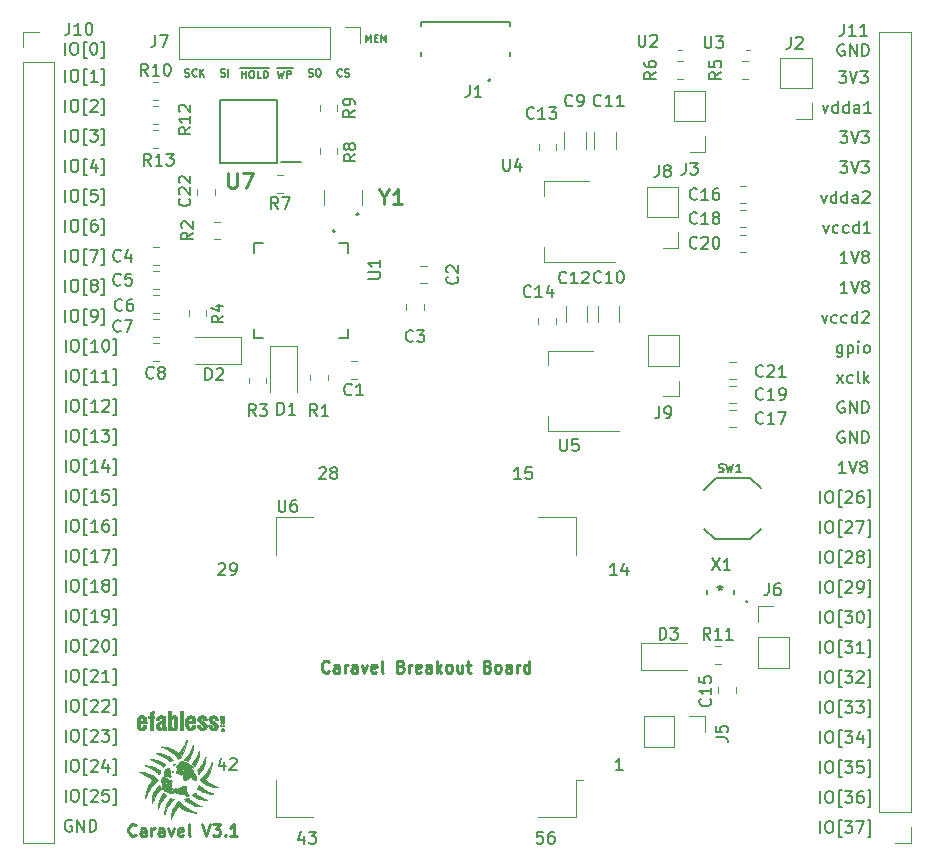
<source format=gbr>
%TF.GenerationSoftware,KiCad,Pcbnew,(6.0.5-0)*%
%TF.CreationDate,2022-06-28T13:32:59-07:00*%
%TF.ProjectId,caravel_pcb_v3_FTDI_flexy,63617261-7665-46c5-9f70-63625f76335f,rev?*%
%TF.SameCoordinates,Original*%
%TF.FileFunction,Legend,Top*%
%TF.FilePolarity,Positive*%
%FSLAX46Y46*%
G04 Gerber Fmt 4.6, Leading zero omitted, Abs format (unit mm)*
G04 Created by KiCad (PCBNEW (6.0.5-0)) date 2022-06-28 13:32:59*
%MOMM*%
%LPD*%
G01*
G04 APERTURE LIST*
%ADD10C,0.150000*%
%ADD11C,0.250000*%
%ADD12C,0.254000*%
%ADD13C,0.127000*%
%ADD14C,0.200000*%
%ADD15C,0.120000*%
%ADD16C,0.152400*%
%ADD17C,0.010000*%
%ADD18C,0.100000*%
G04 APERTURE END LIST*
D10*
X169457857Y-89479380D02*
X169981666Y-88812714D01*
X169457857Y-88812714D02*
X169981666Y-89479380D01*
X170791190Y-89431761D02*
X170695952Y-89479380D01*
X170505476Y-89479380D01*
X170410238Y-89431761D01*
X170362619Y-89384142D01*
X170315000Y-89288904D01*
X170315000Y-89003190D01*
X170362619Y-88907952D01*
X170410238Y-88860333D01*
X170505476Y-88812714D01*
X170695952Y-88812714D01*
X170791190Y-88860333D01*
X171362619Y-89479380D02*
X171267380Y-89431761D01*
X171219761Y-89336523D01*
X171219761Y-88479380D01*
X171743571Y-89479380D02*
X171743571Y-88479380D01*
X171838809Y-89098428D02*
X172124523Y-89479380D01*
X172124523Y-88812714D02*
X171743571Y-89193666D01*
X168235571Y-65952714D02*
X168473666Y-66619380D01*
X168711761Y-65952714D01*
X169521285Y-66619380D02*
X169521285Y-65619380D01*
X169521285Y-66571761D02*
X169426047Y-66619380D01*
X169235571Y-66619380D01*
X169140333Y-66571761D01*
X169092714Y-66524142D01*
X169045095Y-66428904D01*
X169045095Y-66143190D01*
X169092714Y-66047952D01*
X169140333Y-66000333D01*
X169235571Y-65952714D01*
X169426047Y-65952714D01*
X169521285Y-66000333D01*
X170426047Y-66619380D02*
X170426047Y-65619380D01*
X170426047Y-66571761D02*
X170330809Y-66619380D01*
X170140333Y-66619380D01*
X170045095Y-66571761D01*
X169997476Y-66524142D01*
X169949857Y-66428904D01*
X169949857Y-66143190D01*
X169997476Y-66047952D01*
X170045095Y-66000333D01*
X170140333Y-65952714D01*
X170330809Y-65952714D01*
X170426047Y-66000333D01*
X171330809Y-66619380D02*
X171330809Y-66095571D01*
X171283190Y-66000333D01*
X171187952Y-65952714D01*
X170997476Y-65952714D01*
X170902238Y-66000333D01*
X171330809Y-66571761D02*
X171235571Y-66619380D01*
X170997476Y-66619380D01*
X170902238Y-66571761D01*
X170854619Y-66476523D01*
X170854619Y-66381285D01*
X170902238Y-66286047D01*
X170997476Y-66238428D01*
X171235571Y-66238428D01*
X171330809Y-66190809D01*
X172330809Y-66619380D02*
X171759380Y-66619380D01*
X172045095Y-66619380D02*
X172045095Y-65619380D01*
X171949857Y-65762238D01*
X171854619Y-65857476D01*
X171759380Y-65905095D01*
X104156142Y-114752380D02*
X104156142Y-113752380D01*
X104822809Y-113752380D02*
X105013285Y-113752380D01*
X105108523Y-113800000D01*
X105203761Y-113895238D01*
X105251380Y-114085714D01*
X105251380Y-114419047D01*
X105203761Y-114609523D01*
X105108523Y-114704761D01*
X105013285Y-114752380D01*
X104822809Y-114752380D01*
X104727571Y-114704761D01*
X104632333Y-114609523D01*
X104584714Y-114419047D01*
X104584714Y-114085714D01*
X104632333Y-113895238D01*
X104727571Y-113800000D01*
X104822809Y-113752380D01*
X105965666Y-115085714D02*
X105727571Y-115085714D01*
X105727571Y-113657142D01*
X105965666Y-113657142D01*
X106299000Y-113847619D02*
X106346619Y-113800000D01*
X106441857Y-113752380D01*
X106679952Y-113752380D01*
X106775190Y-113800000D01*
X106822809Y-113847619D01*
X106870428Y-113942857D01*
X106870428Y-114038095D01*
X106822809Y-114180952D01*
X106251380Y-114752380D01*
X106870428Y-114752380D01*
X107822809Y-114752380D02*
X107251380Y-114752380D01*
X107537095Y-114752380D02*
X107537095Y-113752380D01*
X107441857Y-113895238D01*
X107346619Y-113990476D01*
X107251380Y-114038095D01*
X108156142Y-115085714D02*
X108394238Y-115085714D01*
X108394238Y-113657142D01*
X108156142Y-113657142D01*
X127529166Y-63472785D02*
X127498928Y-63503023D01*
X127408214Y-63533261D01*
X127347738Y-63533261D01*
X127257023Y-63503023D01*
X127196547Y-63442547D01*
X127166309Y-63382071D01*
X127136071Y-63261119D01*
X127136071Y-63170404D01*
X127166309Y-63049452D01*
X127196547Y-62988976D01*
X127257023Y-62928500D01*
X127347738Y-62898261D01*
X127408214Y-62898261D01*
X127498928Y-62928500D01*
X127529166Y-62958738D01*
X127771071Y-63503023D02*
X127861785Y-63533261D01*
X128012976Y-63533261D01*
X128073452Y-63503023D01*
X128103690Y-63472785D01*
X128133928Y-63412309D01*
X128133928Y-63351833D01*
X128103690Y-63291357D01*
X128073452Y-63261119D01*
X128012976Y-63230880D01*
X127892023Y-63200642D01*
X127831547Y-63170404D01*
X127801309Y-63140166D01*
X127771071Y-63079690D01*
X127771071Y-63019214D01*
X127801309Y-62958738D01*
X127831547Y-62928500D01*
X127892023Y-62898261D01*
X128043214Y-62898261D01*
X128133928Y-62928500D01*
X124707952Y-63503023D02*
X124798666Y-63533261D01*
X124949857Y-63533261D01*
X125010333Y-63503023D01*
X125040571Y-63472785D01*
X125070809Y-63412309D01*
X125070809Y-63351833D01*
X125040571Y-63291357D01*
X125010333Y-63261119D01*
X124949857Y-63230880D01*
X124828904Y-63200642D01*
X124768428Y-63170404D01*
X124738190Y-63140166D01*
X124707952Y-63079690D01*
X124707952Y-63019214D01*
X124738190Y-62958738D01*
X124768428Y-62928500D01*
X124828904Y-62898261D01*
X124980095Y-62898261D01*
X125070809Y-62928500D01*
X125463904Y-62898261D02*
X125584857Y-62898261D01*
X125645333Y-62928500D01*
X125705809Y-62988976D01*
X125736047Y-63109928D01*
X125736047Y-63321595D01*
X125705809Y-63442547D01*
X125645333Y-63503023D01*
X125584857Y-63533261D01*
X125463904Y-63533261D01*
X125403428Y-63503023D01*
X125342952Y-63442547D01*
X125312714Y-63321595D01*
X125312714Y-63109928D01*
X125342952Y-62988976D01*
X125403428Y-62928500D01*
X125463904Y-62898261D01*
X104124333Y-74112380D02*
X104124333Y-73112380D01*
X104791000Y-73112380D02*
X104981476Y-73112380D01*
X105076714Y-73160000D01*
X105171952Y-73255238D01*
X105219571Y-73445714D01*
X105219571Y-73779047D01*
X105171952Y-73969523D01*
X105076714Y-74064761D01*
X104981476Y-74112380D01*
X104791000Y-74112380D01*
X104695761Y-74064761D01*
X104600523Y-73969523D01*
X104552904Y-73779047D01*
X104552904Y-73445714D01*
X104600523Y-73255238D01*
X104695761Y-73160000D01*
X104791000Y-73112380D01*
X105933857Y-74445714D02*
X105695761Y-74445714D01*
X105695761Y-73017142D01*
X105933857Y-73017142D01*
X106791000Y-73112380D02*
X106314809Y-73112380D01*
X106267190Y-73588571D01*
X106314809Y-73540952D01*
X106410047Y-73493333D01*
X106648142Y-73493333D01*
X106743380Y-73540952D01*
X106791000Y-73588571D01*
X106838619Y-73683809D01*
X106838619Y-73921904D01*
X106791000Y-74017142D01*
X106743380Y-74064761D01*
X106648142Y-74112380D01*
X106410047Y-74112380D01*
X106314809Y-74064761D01*
X106267190Y-74017142D01*
X107171952Y-74445714D02*
X107410047Y-74445714D01*
X107410047Y-73017142D01*
X107171952Y-73017142D01*
X168037142Y-99639380D02*
X168037142Y-98639380D01*
X168703809Y-98639380D02*
X168894285Y-98639380D01*
X168989523Y-98687000D01*
X169084761Y-98782238D01*
X169132380Y-98972714D01*
X169132380Y-99306047D01*
X169084761Y-99496523D01*
X168989523Y-99591761D01*
X168894285Y-99639380D01*
X168703809Y-99639380D01*
X168608571Y-99591761D01*
X168513333Y-99496523D01*
X168465714Y-99306047D01*
X168465714Y-98972714D01*
X168513333Y-98782238D01*
X168608571Y-98687000D01*
X168703809Y-98639380D01*
X169846666Y-99972714D02*
X169608571Y-99972714D01*
X169608571Y-98544142D01*
X169846666Y-98544142D01*
X170180000Y-98734619D02*
X170227619Y-98687000D01*
X170322857Y-98639380D01*
X170560952Y-98639380D01*
X170656190Y-98687000D01*
X170703809Y-98734619D01*
X170751428Y-98829857D01*
X170751428Y-98925095D01*
X170703809Y-99067952D01*
X170132380Y-99639380D01*
X170751428Y-99639380D01*
X171608571Y-98639380D02*
X171418095Y-98639380D01*
X171322857Y-98687000D01*
X171275238Y-98734619D01*
X171180000Y-98877476D01*
X171132380Y-99067952D01*
X171132380Y-99448904D01*
X171180000Y-99544142D01*
X171227619Y-99591761D01*
X171322857Y-99639380D01*
X171513333Y-99639380D01*
X171608571Y-99591761D01*
X171656190Y-99544142D01*
X171703809Y-99448904D01*
X171703809Y-99210809D01*
X171656190Y-99115571D01*
X171608571Y-99067952D01*
X171513333Y-99020333D01*
X171322857Y-99020333D01*
X171227619Y-99067952D01*
X171180000Y-99115571D01*
X171132380Y-99210809D01*
X172037142Y-99972714D02*
X172275238Y-99972714D01*
X172275238Y-98544142D01*
X172037142Y-98544142D01*
X144541904Y-127468380D02*
X144065714Y-127468380D01*
X144018095Y-127944571D01*
X144065714Y-127896952D01*
X144160952Y-127849333D01*
X144399047Y-127849333D01*
X144494285Y-127896952D01*
X144541904Y-127944571D01*
X144589523Y-128039809D01*
X144589523Y-128277904D01*
X144541904Y-128373142D01*
X144494285Y-128420761D01*
X144399047Y-128468380D01*
X144160952Y-128468380D01*
X144065714Y-128420761D01*
X144018095Y-128373142D01*
X145446666Y-127468380D02*
X145256190Y-127468380D01*
X145160952Y-127516000D01*
X145113333Y-127563619D01*
X145018095Y-127706476D01*
X144970476Y-127896952D01*
X144970476Y-128277904D01*
X145018095Y-128373142D01*
X145065714Y-128420761D01*
X145160952Y-128468380D01*
X145351428Y-128468380D01*
X145446666Y-128420761D01*
X145494285Y-128373142D01*
X145541904Y-128277904D01*
X145541904Y-128039809D01*
X145494285Y-127944571D01*
X145446666Y-127896952D01*
X145351428Y-127849333D01*
X145160952Y-127849333D01*
X145065714Y-127896952D01*
X145018095Y-127944571D01*
X144970476Y-128039809D01*
X168037142Y-119959380D02*
X168037142Y-118959380D01*
X168703809Y-118959380D02*
X168894285Y-118959380D01*
X168989523Y-119007000D01*
X169084761Y-119102238D01*
X169132380Y-119292714D01*
X169132380Y-119626047D01*
X169084761Y-119816523D01*
X168989523Y-119911761D01*
X168894285Y-119959380D01*
X168703809Y-119959380D01*
X168608571Y-119911761D01*
X168513333Y-119816523D01*
X168465714Y-119626047D01*
X168465714Y-119292714D01*
X168513333Y-119102238D01*
X168608571Y-119007000D01*
X168703809Y-118959380D01*
X169846666Y-120292714D02*
X169608571Y-120292714D01*
X169608571Y-118864142D01*
X169846666Y-118864142D01*
X170132380Y-118959380D02*
X170751428Y-118959380D01*
X170418095Y-119340333D01*
X170560952Y-119340333D01*
X170656190Y-119387952D01*
X170703809Y-119435571D01*
X170751428Y-119530809D01*
X170751428Y-119768904D01*
X170703809Y-119864142D01*
X170656190Y-119911761D01*
X170560952Y-119959380D01*
X170275238Y-119959380D01*
X170180000Y-119911761D01*
X170132380Y-119864142D01*
X171608571Y-119292714D02*
X171608571Y-119959380D01*
X171370476Y-118911761D02*
X171132380Y-119626047D01*
X171751428Y-119626047D01*
X172037142Y-120292714D02*
X172275238Y-120292714D01*
X172275238Y-118864142D01*
X172037142Y-118864142D01*
X117570285Y-121578714D02*
X117570285Y-122245380D01*
X117332190Y-121197761D02*
X117094095Y-121912047D01*
X117713142Y-121912047D01*
X118046476Y-121340619D02*
X118094095Y-121293000D01*
X118189333Y-121245380D01*
X118427428Y-121245380D01*
X118522666Y-121293000D01*
X118570285Y-121340619D01*
X118617904Y-121435857D01*
X118617904Y-121531095D01*
X118570285Y-121673952D01*
X117998857Y-122245380D01*
X118617904Y-122245380D01*
X104124333Y-79192380D02*
X104124333Y-78192380D01*
X104791000Y-78192380D02*
X104981476Y-78192380D01*
X105076714Y-78240000D01*
X105171952Y-78335238D01*
X105219571Y-78525714D01*
X105219571Y-78859047D01*
X105171952Y-79049523D01*
X105076714Y-79144761D01*
X104981476Y-79192380D01*
X104791000Y-79192380D01*
X104695761Y-79144761D01*
X104600523Y-79049523D01*
X104552904Y-78859047D01*
X104552904Y-78525714D01*
X104600523Y-78335238D01*
X104695761Y-78240000D01*
X104791000Y-78192380D01*
X105933857Y-79525714D02*
X105695761Y-79525714D01*
X105695761Y-78097142D01*
X105933857Y-78097142D01*
X106219571Y-78192380D02*
X106886238Y-78192380D01*
X106457666Y-79192380D01*
X107171952Y-79525714D02*
X107410047Y-79525714D01*
X107410047Y-78097142D01*
X107171952Y-78097142D01*
X125603095Y-96702619D02*
X125650714Y-96655000D01*
X125745952Y-96607380D01*
X125984047Y-96607380D01*
X126079285Y-96655000D01*
X126126904Y-96702619D01*
X126174523Y-96797857D01*
X126174523Y-96893095D01*
X126126904Y-97035952D01*
X125555476Y-97607380D01*
X126174523Y-97607380D01*
X126745952Y-97035952D02*
X126650714Y-96988333D01*
X126603095Y-96940714D01*
X126555476Y-96845476D01*
X126555476Y-96797857D01*
X126603095Y-96702619D01*
X126650714Y-96655000D01*
X126745952Y-96607380D01*
X126936428Y-96607380D01*
X127031666Y-96655000D01*
X127079285Y-96702619D01*
X127126904Y-96797857D01*
X127126904Y-96845476D01*
X127079285Y-96940714D01*
X127031666Y-96988333D01*
X126936428Y-97035952D01*
X126745952Y-97035952D01*
X126650714Y-97083571D01*
X126603095Y-97131190D01*
X126555476Y-97226428D01*
X126555476Y-97416904D01*
X126603095Y-97512142D01*
X126650714Y-97559761D01*
X126745952Y-97607380D01*
X126936428Y-97607380D01*
X127031666Y-97559761D01*
X127079285Y-97512142D01*
X127126904Y-97416904D01*
X127126904Y-97226428D01*
X127079285Y-97131190D01*
X127031666Y-97083571D01*
X126936428Y-97035952D01*
X104124333Y-66492380D02*
X104124333Y-65492380D01*
X104791000Y-65492380D02*
X104981476Y-65492380D01*
X105076714Y-65540000D01*
X105171952Y-65635238D01*
X105219571Y-65825714D01*
X105219571Y-66159047D01*
X105171952Y-66349523D01*
X105076714Y-66444761D01*
X104981476Y-66492380D01*
X104791000Y-66492380D01*
X104695761Y-66444761D01*
X104600523Y-66349523D01*
X104552904Y-66159047D01*
X104552904Y-65825714D01*
X104600523Y-65635238D01*
X104695761Y-65540000D01*
X104791000Y-65492380D01*
X105933857Y-66825714D02*
X105695761Y-66825714D01*
X105695761Y-65397142D01*
X105933857Y-65397142D01*
X106267190Y-65587619D02*
X106314809Y-65540000D01*
X106410047Y-65492380D01*
X106648142Y-65492380D01*
X106743380Y-65540000D01*
X106791000Y-65587619D01*
X106838619Y-65682857D01*
X106838619Y-65778095D01*
X106791000Y-65920952D01*
X106219571Y-66492380D01*
X106838619Y-66492380D01*
X107171952Y-66825714D02*
X107410047Y-66825714D01*
X107410047Y-65397142D01*
X107171952Y-65397142D01*
X104098933Y-61666380D02*
X104098933Y-60666380D01*
X104765600Y-60666380D02*
X104956076Y-60666380D01*
X105051314Y-60714000D01*
X105146552Y-60809238D01*
X105194171Y-60999714D01*
X105194171Y-61333047D01*
X105146552Y-61523523D01*
X105051314Y-61618761D01*
X104956076Y-61666380D01*
X104765600Y-61666380D01*
X104670361Y-61618761D01*
X104575123Y-61523523D01*
X104527504Y-61333047D01*
X104527504Y-60999714D01*
X104575123Y-60809238D01*
X104670361Y-60714000D01*
X104765600Y-60666380D01*
X105908457Y-61999714D02*
X105670361Y-61999714D01*
X105670361Y-60571142D01*
X105908457Y-60571142D01*
X106479885Y-60666380D02*
X106575123Y-60666380D01*
X106670361Y-60714000D01*
X106717980Y-60761619D01*
X106765600Y-60856857D01*
X106813219Y-61047333D01*
X106813219Y-61285428D01*
X106765600Y-61475904D01*
X106717980Y-61571142D01*
X106670361Y-61618761D01*
X106575123Y-61666380D01*
X106479885Y-61666380D01*
X106384647Y-61618761D01*
X106337028Y-61571142D01*
X106289409Y-61475904D01*
X106241790Y-61285428D01*
X106241790Y-61047333D01*
X106289409Y-60856857D01*
X106337028Y-60761619D01*
X106384647Y-60714000D01*
X106479885Y-60666380D01*
X107146552Y-61999714D02*
X107384647Y-61999714D01*
X107384647Y-60571142D01*
X107146552Y-60571142D01*
X169886428Y-86272714D02*
X169886428Y-87082238D01*
X169838809Y-87177476D01*
X169791190Y-87225095D01*
X169695952Y-87272714D01*
X169553095Y-87272714D01*
X169457857Y-87225095D01*
X169886428Y-86891761D02*
X169791190Y-86939380D01*
X169600714Y-86939380D01*
X169505476Y-86891761D01*
X169457857Y-86844142D01*
X169410238Y-86748904D01*
X169410238Y-86463190D01*
X169457857Y-86367952D01*
X169505476Y-86320333D01*
X169600714Y-86272714D01*
X169791190Y-86272714D01*
X169886428Y-86320333D01*
X170362619Y-86272714D02*
X170362619Y-87272714D01*
X170362619Y-86320333D02*
X170457857Y-86272714D01*
X170648333Y-86272714D01*
X170743571Y-86320333D01*
X170791190Y-86367952D01*
X170838809Y-86463190D01*
X170838809Y-86748904D01*
X170791190Y-86844142D01*
X170743571Y-86891761D01*
X170648333Y-86939380D01*
X170457857Y-86939380D01*
X170362619Y-86891761D01*
X171267380Y-86939380D02*
X171267380Y-86272714D01*
X171267380Y-85939380D02*
X171219761Y-85987000D01*
X171267380Y-86034619D01*
X171315000Y-85987000D01*
X171267380Y-85939380D01*
X171267380Y-86034619D01*
X171886428Y-86939380D02*
X171791190Y-86891761D01*
X171743571Y-86844142D01*
X171695952Y-86748904D01*
X171695952Y-86463190D01*
X171743571Y-86367952D01*
X171791190Y-86320333D01*
X171886428Y-86272714D01*
X172029285Y-86272714D01*
X172124523Y-86320333D01*
X172172142Y-86367952D01*
X172219761Y-86463190D01*
X172219761Y-86748904D01*
X172172142Y-86844142D01*
X172124523Y-86891761D01*
X172029285Y-86939380D01*
X171886428Y-86939380D01*
X150812523Y-105735380D02*
X150241095Y-105735380D01*
X150526809Y-105735380D02*
X150526809Y-104735380D01*
X150431571Y-104878238D01*
X150336333Y-104973476D01*
X150241095Y-105021095D01*
X151669666Y-105068714D02*
X151669666Y-105735380D01*
X151431571Y-104687761D02*
X151193476Y-105402047D01*
X151812523Y-105402047D01*
X104156142Y-104592380D02*
X104156142Y-103592380D01*
X104822809Y-103592380D02*
X105013285Y-103592380D01*
X105108523Y-103640000D01*
X105203761Y-103735238D01*
X105251380Y-103925714D01*
X105251380Y-104259047D01*
X105203761Y-104449523D01*
X105108523Y-104544761D01*
X105013285Y-104592380D01*
X104822809Y-104592380D01*
X104727571Y-104544761D01*
X104632333Y-104449523D01*
X104584714Y-104259047D01*
X104584714Y-103925714D01*
X104632333Y-103735238D01*
X104727571Y-103640000D01*
X104822809Y-103592380D01*
X105965666Y-104925714D02*
X105727571Y-104925714D01*
X105727571Y-103497142D01*
X105965666Y-103497142D01*
X106870428Y-104592380D02*
X106299000Y-104592380D01*
X106584714Y-104592380D02*
X106584714Y-103592380D01*
X106489476Y-103735238D01*
X106394238Y-103830476D01*
X106299000Y-103878095D01*
X107203761Y-103592380D02*
X107870428Y-103592380D01*
X107441857Y-104592380D01*
X108156142Y-104925714D02*
X108394238Y-104925714D01*
X108394238Y-103497142D01*
X108156142Y-103497142D01*
X104124333Y-71572380D02*
X104124333Y-70572380D01*
X104791000Y-70572380D02*
X104981476Y-70572380D01*
X105076714Y-70620000D01*
X105171952Y-70715238D01*
X105219571Y-70905714D01*
X105219571Y-71239047D01*
X105171952Y-71429523D01*
X105076714Y-71524761D01*
X104981476Y-71572380D01*
X104791000Y-71572380D01*
X104695761Y-71524761D01*
X104600523Y-71429523D01*
X104552904Y-71239047D01*
X104552904Y-70905714D01*
X104600523Y-70715238D01*
X104695761Y-70620000D01*
X104791000Y-70572380D01*
X105933857Y-71905714D02*
X105695761Y-71905714D01*
X105695761Y-70477142D01*
X105933857Y-70477142D01*
X106743380Y-70905714D02*
X106743380Y-71572380D01*
X106505285Y-70524761D02*
X106267190Y-71239047D01*
X106886238Y-71239047D01*
X107171952Y-71905714D02*
X107410047Y-71905714D01*
X107410047Y-70477142D01*
X107171952Y-70477142D01*
X114245571Y-63503023D02*
X114336285Y-63533261D01*
X114487476Y-63533261D01*
X114547952Y-63503023D01*
X114578190Y-63472785D01*
X114608428Y-63412309D01*
X114608428Y-63351833D01*
X114578190Y-63291357D01*
X114547952Y-63261119D01*
X114487476Y-63230880D01*
X114366523Y-63200642D01*
X114306047Y-63170404D01*
X114275809Y-63140166D01*
X114245571Y-63079690D01*
X114245571Y-63019214D01*
X114275809Y-62958738D01*
X114306047Y-62928500D01*
X114366523Y-62898261D01*
X114517714Y-62898261D01*
X114608428Y-62928500D01*
X115243428Y-63472785D02*
X115213190Y-63503023D01*
X115122476Y-63533261D01*
X115062000Y-63533261D01*
X114971285Y-63503023D01*
X114910809Y-63442547D01*
X114880571Y-63382071D01*
X114850333Y-63261119D01*
X114850333Y-63170404D01*
X114880571Y-63049452D01*
X114910809Y-62988976D01*
X114971285Y-62928500D01*
X115062000Y-62898261D01*
X115122476Y-62898261D01*
X115213190Y-62928500D01*
X115243428Y-62958738D01*
X115515571Y-63533261D02*
X115515571Y-62898261D01*
X115878428Y-63533261D02*
X115606285Y-63170404D01*
X115878428Y-62898261D02*
X115515571Y-63261119D01*
X104156142Y-94432380D02*
X104156142Y-93432380D01*
X104822809Y-93432380D02*
X105013285Y-93432380D01*
X105108523Y-93480000D01*
X105203761Y-93575238D01*
X105251380Y-93765714D01*
X105251380Y-94099047D01*
X105203761Y-94289523D01*
X105108523Y-94384761D01*
X105013285Y-94432380D01*
X104822809Y-94432380D01*
X104727571Y-94384761D01*
X104632333Y-94289523D01*
X104584714Y-94099047D01*
X104584714Y-93765714D01*
X104632333Y-93575238D01*
X104727571Y-93480000D01*
X104822809Y-93432380D01*
X105965666Y-94765714D02*
X105727571Y-94765714D01*
X105727571Y-93337142D01*
X105965666Y-93337142D01*
X106870428Y-94432380D02*
X106299000Y-94432380D01*
X106584714Y-94432380D02*
X106584714Y-93432380D01*
X106489476Y-93575238D01*
X106394238Y-93670476D01*
X106299000Y-93718095D01*
X107203761Y-93432380D02*
X107822809Y-93432380D01*
X107489476Y-93813333D01*
X107632333Y-93813333D01*
X107727571Y-93860952D01*
X107775190Y-93908571D01*
X107822809Y-94003809D01*
X107822809Y-94241904D01*
X107775190Y-94337142D01*
X107727571Y-94384761D01*
X107632333Y-94432380D01*
X107346619Y-94432380D01*
X107251380Y-94384761D01*
X107203761Y-94337142D01*
X108156142Y-94765714D02*
X108394238Y-94765714D01*
X108394238Y-93337142D01*
X108156142Y-93337142D01*
X168108571Y-73572714D02*
X168346666Y-74239380D01*
X168584761Y-73572714D01*
X169394285Y-74239380D02*
X169394285Y-73239380D01*
X169394285Y-74191761D02*
X169299047Y-74239380D01*
X169108571Y-74239380D01*
X169013333Y-74191761D01*
X168965714Y-74144142D01*
X168918095Y-74048904D01*
X168918095Y-73763190D01*
X168965714Y-73667952D01*
X169013333Y-73620333D01*
X169108571Y-73572714D01*
X169299047Y-73572714D01*
X169394285Y-73620333D01*
X170299047Y-74239380D02*
X170299047Y-73239380D01*
X170299047Y-74191761D02*
X170203809Y-74239380D01*
X170013333Y-74239380D01*
X169918095Y-74191761D01*
X169870476Y-74144142D01*
X169822857Y-74048904D01*
X169822857Y-73763190D01*
X169870476Y-73667952D01*
X169918095Y-73620333D01*
X170013333Y-73572714D01*
X170203809Y-73572714D01*
X170299047Y-73620333D01*
X171203809Y-74239380D02*
X171203809Y-73715571D01*
X171156190Y-73620333D01*
X171060952Y-73572714D01*
X170870476Y-73572714D01*
X170775238Y-73620333D01*
X171203809Y-74191761D02*
X171108571Y-74239380D01*
X170870476Y-74239380D01*
X170775238Y-74191761D01*
X170727619Y-74096523D01*
X170727619Y-74001285D01*
X170775238Y-73906047D01*
X170870476Y-73858428D01*
X171108571Y-73858428D01*
X171203809Y-73810809D01*
X171632380Y-73334619D02*
X171680000Y-73287000D01*
X171775238Y-73239380D01*
X172013333Y-73239380D01*
X172108571Y-73287000D01*
X172156190Y-73334619D01*
X172203809Y-73429857D01*
X172203809Y-73525095D01*
X172156190Y-73667952D01*
X171584761Y-74239380D01*
X172203809Y-74239380D01*
X168037142Y-117419380D02*
X168037142Y-116419380D01*
X168703809Y-116419380D02*
X168894285Y-116419380D01*
X168989523Y-116467000D01*
X169084761Y-116562238D01*
X169132380Y-116752714D01*
X169132380Y-117086047D01*
X169084761Y-117276523D01*
X168989523Y-117371761D01*
X168894285Y-117419380D01*
X168703809Y-117419380D01*
X168608571Y-117371761D01*
X168513333Y-117276523D01*
X168465714Y-117086047D01*
X168465714Y-116752714D01*
X168513333Y-116562238D01*
X168608571Y-116467000D01*
X168703809Y-116419380D01*
X169846666Y-117752714D02*
X169608571Y-117752714D01*
X169608571Y-116324142D01*
X169846666Y-116324142D01*
X170132380Y-116419380D02*
X170751428Y-116419380D01*
X170418095Y-116800333D01*
X170560952Y-116800333D01*
X170656190Y-116847952D01*
X170703809Y-116895571D01*
X170751428Y-116990809D01*
X170751428Y-117228904D01*
X170703809Y-117324142D01*
X170656190Y-117371761D01*
X170560952Y-117419380D01*
X170275238Y-117419380D01*
X170180000Y-117371761D01*
X170132380Y-117324142D01*
X171084761Y-116419380D02*
X171703809Y-116419380D01*
X171370476Y-116800333D01*
X171513333Y-116800333D01*
X171608571Y-116847952D01*
X171656190Y-116895571D01*
X171703809Y-116990809D01*
X171703809Y-117228904D01*
X171656190Y-117324142D01*
X171608571Y-117371761D01*
X171513333Y-117419380D01*
X171227619Y-117419380D01*
X171132380Y-117371761D01*
X171084761Y-117324142D01*
X172037142Y-117752714D02*
X172275238Y-117752714D01*
X172275238Y-116324142D01*
X172037142Y-116324142D01*
X170053095Y-60841000D02*
X169957857Y-60793380D01*
X169815000Y-60793380D01*
X169672142Y-60841000D01*
X169576904Y-60936238D01*
X169529285Y-61031476D01*
X169481666Y-61221952D01*
X169481666Y-61364809D01*
X169529285Y-61555285D01*
X169576904Y-61650523D01*
X169672142Y-61745761D01*
X169815000Y-61793380D01*
X169910238Y-61793380D01*
X170053095Y-61745761D01*
X170100714Y-61698142D01*
X170100714Y-61364809D01*
X169910238Y-61364809D01*
X170529285Y-61793380D02*
X170529285Y-60793380D01*
X171100714Y-61793380D01*
X171100714Y-60793380D01*
X171576904Y-61793380D02*
X171576904Y-60793380D01*
X171815000Y-60793380D01*
X171957857Y-60841000D01*
X172053095Y-60936238D01*
X172100714Y-61031476D01*
X172148333Y-61221952D01*
X172148333Y-61364809D01*
X172100714Y-61555285D01*
X172053095Y-61650523D01*
X171957857Y-61745761D01*
X171815000Y-61793380D01*
X171576904Y-61793380D01*
X168037142Y-127579380D02*
X168037142Y-126579380D01*
X168703809Y-126579380D02*
X168894285Y-126579380D01*
X168989523Y-126627000D01*
X169084761Y-126722238D01*
X169132380Y-126912714D01*
X169132380Y-127246047D01*
X169084761Y-127436523D01*
X168989523Y-127531761D01*
X168894285Y-127579380D01*
X168703809Y-127579380D01*
X168608571Y-127531761D01*
X168513333Y-127436523D01*
X168465714Y-127246047D01*
X168465714Y-126912714D01*
X168513333Y-126722238D01*
X168608571Y-126627000D01*
X168703809Y-126579380D01*
X169846666Y-127912714D02*
X169608571Y-127912714D01*
X169608571Y-126484142D01*
X169846666Y-126484142D01*
X170132380Y-126579380D02*
X170751428Y-126579380D01*
X170418095Y-126960333D01*
X170560952Y-126960333D01*
X170656190Y-127007952D01*
X170703809Y-127055571D01*
X170751428Y-127150809D01*
X170751428Y-127388904D01*
X170703809Y-127484142D01*
X170656190Y-127531761D01*
X170560952Y-127579380D01*
X170275238Y-127579380D01*
X170180000Y-127531761D01*
X170132380Y-127484142D01*
X171084761Y-126579380D02*
X171751428Y-126579380D01*
X171322857Y-127579380D01*
X172037142Y-127912714D02*
X172275238Y-127912714D01*
X172275238Y-126484142D01*
X172037142Y-126484142D01*
X104156142Y-112212380D02*
X104156142Y-111212380D01*
X104822809Y-111212380D02*
X105013285Y-111212380D01*
X105108523Y-111260000D01*
X105203761Y-111355238D01*
X105251380Y-111545714D01*
X105251380Y-111879047D01*
X105203761Y-112069523D01*
X105108523Y-112164761D01*
X105013285Y-112212380D01*
X104822809Y-112212380D01*
X104727571Y-112164761D01*
X104632333Y-112069523D01*
X104584714Y-111879047D01*
X104584714Y-111545714D01*
X104632333Y-111355238D01*
X104727571Y-111260000D01*
X104822809Y-111212380D01*
X105965666Y-112545714D02*
X105727571Y-112545714D01*
X105727571Y-111117142D01*
X105965666Y-111117142D01*
X106299000Y-111307619D02*
X106346619Y-111260000D01*
X106441857Y-111212380D01*
X106679952Y-111212380D01*
X106775190Y-111260000D01*
X106822809Y-111307619D01*
X106870428Y-111402857D01*
X106870428Y-111498095D01*
X106822809Y-111640952D01*
X106251380Y-112212380D01*
X106870428Y-112212380D01*
X107489476Y-111212380D02*
X107584714Y-111212380D01*
X107679952Y-111260000D01*
X107727571Y-111307619D01*
X107775190Y-111402857D01*
X107822809Y-111593333D01*
X107822809Y-111831428D01*
X107775190Y-112021904D01*
X107727571Y-112117142D01*
X107679952Y-112164761D01*
X107584714Y-112212380D01*
X107489476Y-112212380D01*
X107394238Y-112164761D01*
X107346619Y-112117142D01*
X107299000Y-112021904D01*
X107251380Y-111831428D01*
X107251380Y-111593333D01*
X107299000Y-111402857D01*
X107346619Y-111307619D01*
X107394238Y-111260000D01*
X107489476Y-111212380D01*
X108156142Y-112545714D02*
X108394238Y-112545714D01*
X108394238Y-111117142D01*
X108156142Y-111117142D01*
X170195952Y-97099380D02*
X169624523Y-97099380D01*
X169910238Y-97099380D02*
X169910238Y-96099380D01*
X169815000Y-96242238D01*
X169719761Y-96337476D01*
X169624523Y-96385095D01*
X170481666Y-96099380D02*
X170815000Y-97099380D01*
X171148333Y-96099380D01*
X171624523Y-96527952D02*
X171529285Y-96480333D01*
X171481666Y-96432714D01*
X171434047Y-96337476D01*
X171434047Y-96289857D01*
X171481666Y-96194619D01*
X171529285Y-96147000D01*
X171624523Y-96099380D01*
X171815000Y-96099380D01*
X171910238Y-96147000D01*
X171957857Y-96194619D01*
X172005476Y-96289857D01*
X172005476Y-96337476D01*
X171957857Y-96432714D01*
X171910238Y-96480333D01*
X171815000Y-96527952D01*
X171624523Y-96527952D01*
X171529285Y-96575571D01*
X171481666Y-96623190D01*
X171434047Y-96718428D01*
X171434047Y-96908904D01*
X171481666Y-97004142D01*
X171529285Y-97051761D01*
X171624523Y-97099380D01*
X171815000Y-97099380D01*
X171910238Y-97051761D01*
X171957857Y-97004142D01*
X172005476Y-96908904D01*
X172005476Y-96718428D01*
X171957857Y-96623190D01*
X171910238Y-96575571D01*
X171815000Y-96527952D01*
X169602304Y-63079380D02*
X170221352Y-63079380D01*
X169888019Y-63460333D01*
X170030876Y-63460333D01*
X170126114Y-63507952D01*
X170173733Y-63555571D01*
X170221352Y-63650809D01*
X170221352Y-63888904D01*
X170173733Y-63984142D01*
X170126114Y-64031761D01*
X170030876Y-64079380D01*
X169745161Y-64079380D01*
X169649923Y-64031761D01*
X169602304Y-63984142D01*
X170507066Y-63079380D02*
X170840400Y-64079380D01*
X171173733Y-63079380D01*
X171411828Y-63079380D02*
X172030876Y-63079380D01*
X171697542Y-63460333D01*
X171840400Y-63460333D01*
X171935638Y-63507952D01*
X171983257Y-63555571D01*
X172030876Y-63650809D01*
X172030876Y-63888904D01*
X171983257Y-63984142D01*
X171935638Y-64031761D01*
X171840400Y-64079380D01*
X171554685Y-64079380D01*
X171459447Y-64031761D01*
X171411828Y-63984142D01*
X124301285Y-127801714D02*
X124301285Y-128468380D01*
X124063190Y-127420761D02*
X123825095Y-128135047D01*
X124444142Y-128135047D01*
X124729857Y-127468380D02*
X125348904Y-127468380D01*
X125015571Y-127849333D01*
X125158428Y-127849333D01*
X125253666Y-127896952D01*
X125301285Y-127944571D01*
X125348904Y-128039809D01*
X125348904Y-128277904D01*
X125301285Y-128373142D01*
X125253666Y-128420761D01*
X125158428Y-128468380D01*
X124872714Y-128468380D01*
X124777476Y-128420761D01*
X124729857Y-128373142D01*
X104156142Y-86812380D02*
X104156142Y-85812380D01*
X104822809Y-85812380D02*
X105013285Y-85812380D01*
X105108523Y-85860000D01*
X105203761Y-85955238D01*
X105251380Y-86145714D01*
X105251380Y-86479047D01*
X105203761Y-86669523D01*
X105108523Y-86764761D01*
X105013285Y-86812380D01*
X104822809Y-86812380D01*
X104727571Y-86764761D01*
X104632333Y-86669523D01*
X104584714Y-86479047D01*
X104584714Y-86145714D01*
X104632333Y-85955238D01*
X104727571Y-85860000D01*
X104822809Y-85812380D01*
X105965666Y-87145714D02*
X105727571Y-87145714D01*
X105727571Y-85717142D01*
X105965666Y-85717142D01*
X106870428Y-86812380D02*
X106299000Y-86812380D01*
X106584714Y-86812380D02*
X106584714Y-85812380D01*
X106489476Y-85955238D01*
X106394238Y-86050476D01*
X106299000Y-86098095D01*
X107489476Y-85812380D02*
X107584714Y-85812380D01*
X107679952Y-85860000D01*
X107727571Y-85907619D01*
X107775190Y-86002857D01*
X107822809Y-86193333D01*
X107822809Y-86431428D01*
X107775190Y-86621904D01*
X107727571Y-86717142D01*
X107679952Y-86764761D01*
X107584714Y-86812380D01*
X107489476Y-86812380D01*
X107394238Y-86764761D01*
X107346619Y-86717142D01*
X107299000Y-86621904D01*
X107251380Y-86431428D01*
X107251380Y-86193333D01*
X107299000Y-86002857D01*
X107346619Y-85907619D01*
X107394238Y-85860000D01*
X107489476Y-85812380D01*
X108156142Y-87145714D02*
X108394238Y-87145714D01*
X108394238Y-85717142D01*
X108156142Y-85717142D01*
X168037142Y-114879380D02*
X168037142Y-113879380D01*
X168703809Y-113879380D02*
X168894285Y-113879380D01*
X168989523Y-113927000D01*
X169084761Y-114022238D01*
X169132380Y-114212714D01*
X169132380Y-114546047D01*
X169084761Y-114736523D01*
X168989523Y-114831761D01*
X168894285Y-114879380D01*
X168703809Y-114879380D01*
X168608571Y-114831761D01*
X168513333Y-114736523D01*
X168465714Y-114546047D01*
X168465714Y-114212714D01*
X168513333Y-114022238D01*
X168608571Y-113927000D01*
X168703809Y-113879380D01*
X169846666Y-115212714D02*
X169608571Y-115212714D01*
X169608571Y-113784142D01*
X169846666Y-113784142D01*
X170132380Y-113879380D02*
X170751428Y-113879380D01*
X170418095Y-114260333D01*
X170560952Y-114260333D01*
X170656190Y-114307952D01*
X170703809Y-114355571D01*
X170751428Y-114450809D01*
X170751428Y-114688904D01*
X170703809Y-114784142D01*
X170656190Y-114831761D01*
X170560952Y-114879380D01*
X170275238Y-114879380D01*
X170180000Y-114831761D01*
X170132380Y-114784142D01*
X171132380Y-113974619D02*
X171180000Y-113927000D01*
X171275238Y-113879380D01*
X171513333Y-113879380D01*
X171608571Y-113927000D01*
X171656190Y-113974619D01*
X171703809Y-114069857D01*
X171703809Y-114165095D01*
X171656190Y-114307952D01*
X171084761Y-114879380D01*
X171703809Y-114879380D01*
X172037142Y-115212714D02*
X172275238Y-115212714D01*
X172275238Y-113784142D01*
X172037142Y-113784142D01*
X117094095Y-104830619D02*
X117141714Y-104783000D01*
X117236952Y-104735380D01*
X117475047Y-104735380D01*
X117570285Y-104783000D01*
X117617904Y-104830619D01*
X117665523Y-104925857D01*
X117665523Y-105021095D01*
X117617904Y-105163952D01*
X117046476Y-105735380D01*
X117665523Y-105735380D01*
X118141714Y-105735380D02*
X118332190Y-105735380D01*
X118427428Y-105687761D01*
X118475047Y-105640142D01*
X118570285Y-105497285D01*
X118617904Y-105306809D01*
X118617904Y-104925857D01*
X118570285Y-104830619D01*
X118522666Y-104783000D01*
X118427428Y-104735380D01*
X118236952Y-104735380D01*
X118141714Y-104783000D01*
X118094095Y-104830619D01*
X118046476Y-104925857D01*
X118046476Y-105163952D01*
X118094095Y-105259190D01*
X118141714Y-105306809D01*
X118236952Y-105354428D01*
X118427428Y-105354428D01*
X118522666Y-105306809D01*
X118570285Y-105259190D01*
X118617904Y-105163952D01*
X104124333Y-81732380D02*
X104124333Y-80732380D01*
X104791000Y-80732380D02*
X104981476Y-80732380D01*
X105076714Y-80780000D01*
X105171952Y-80875238D01*
X105219571Y-81065714D01*
X105219571Y-81399047D01*
X105171952Y-81589523D01*
X105076714Y-81684761D01*
X104981476Y-81732380D01*
X104791000Y-81732380D01*
X104695761Y-81684761D01*
X104600523Y-81589523D01*
X104552904Y-81399047D01*
X104552904Y-81065714D01*
X104600523Y-80875238D01*
X104695761Y-80780000D01*
X104791000Y-80732380D01*
X105933857Y-82065714D02*
X105695761Y-82065714D01*
X105695761Y-80637142D01*
X105933857Y-80637142D01*
X106457666Y-81160952D02*
X106362428Y-81113333D01*
X106314809Y-81065714D01*
X106267190Y-80970476D01*
X106267190Y-80922857D01*
X106314809Y-80827619D01*
X106362428Y-80780000D01*
X106457666Y-80732380D01*
X106648142Y-80732380D01*
X106743380Y-80780000D01*
X106791000Y-80827619D01*
X106838619Y-80922857D01*
X106838619Y-80970476D01*
X106791000Y-81065714D01*
X106743380Y-81113333D01*
X106648142Y-81160952D01*
X106457666Y-81160952D01*
X106362428Y-81208571D01*
X106314809Y-81256190D01*
X106267190Y-81351428D01*
X106267190Y-81541904D01*
X106314809Y-81637142D01*
X106362428Y-81684761D01*
X106457666Y-81732380D01*
X106648142Y-81732380D01*
X106743380Y-81684761D01*
X106791000Y-81637142D01*
X106838619Y-81541904D01*
X106838619Y-81351428D01*
X106791000Y-81256190D01*
X106743380Y-81208571D01*
X106648142Y-81160952D01*
X107171952Y-82065714D02*
X107410047Y-82065714D01*
X107410047Y-80637142D01*
X107171952Y-80637142D01*
X104156142Y-117292380D02*
X104156142Y-116292380D01*
X104822809Y-116292380D02*
X105013285Y-116292380D01*
X105108523Y-116340000D01*
X105203761Y-116435238D01*
X105251380Y-116625714D01*
X105251380Y-116959047D01*
X105203761Y-117149523D01*
X105108523Y-117244761D01*
X105013285Y-117292380D01*
X104822809Y-117292380D01*
X104727571Y-117244761D01*
X104632333Y-117149523D01*
X104584714Y-116959047D01*
X104584714Y-116625714D01*
X104632333Y-116435238D01*
X104727571Y-116340000D01*
X104822809Y-116292380D01*
X105965666Y-117625714D02*
X105727571Y-117625714D01*
X105727571Y-116197142D01*
X105965666Y-116197142D01*
X106299000Y-116387619D02*
X106346619Y-116340000D01*
X106441857Y-116292380D01*
X106679952Y-116292380D01*
X106775190Y-116340000D01*
X106822809Y-116387619D01*
X106870428Y-116482857D01*
X106870428Y-116578095D01*
X106822809Y-116720952D01*
X106251380Y-117292380D01*
X106870428Y-117292380D01*
X107251380Y-116387619D02*
X107299000Y-116340000D01*
X107394238Y-116292380D01*
X107632333Y-116292380D01*
X107727571Y-116340000D01*
X107775190Y-116387619D01*
X107822809Y-116482857D01*
X107822809Y-116578095D01*
X107775190Y-116720952D01*
X107203761Y-117292380D01*
X107822809Y-117292380D01*
X108156142Y-117625714D02*
X108394238Y-117625714D01*
X108394238Y-116197142D01*
X108156142Y-116197142D01*
X142684523Y-97607380D02*
X142113095Y-97607380D01*
X142398809Y-97607380D02*
X142398809Y-96607380D01*
X142303571Y-96750238D01*
X142208333Y-96845476D01*
X142113095Y-96893095D01*
X143589285Y-96607380D02*
X143113095Y-96607380D01*
X143065476Y-97083571D01*
X143113095Y-97035952D01*
X143208333Y-96988333D01*
X143446428Y-96988333D01*
X143541666Y-97035952D01*
X143589285Y-97083571D01*
X143636904Y-97178809D01*
X143636904Y-97416904D01*
X143589285Y-97512142D01*
X143541666Y-97559761D01*
X143446428Y-97607380D01*
X143208333Y-97607380D01*
X143113095Y-97559761D01*
X143065476Y-97512142D01*
X122001642Y-62845950D02*
X122727357Y-62845950D01*
X122092357Y-63025261D02*
X122243547Y-63660261D01*
X122364500Y-63206690D01*
X122485452Y-63660261D01*
X122636642Y-63025261D01*
X122727357Y-62845950D02*
X123362357Y-62845950D01*
X122878547Y-63660261D02*
X122878547Y-63025261D01*
X123120452Y-63025261D01*
X123180928Y-63055500D01*
X123211166Y-63085738D01*
X123241404Y-63146214D01*
X123241404Y-63236928D01*
X123211166Y-63297404D01*
X123180928Y-63327642D01*
X123120452Y-63357880D01*
X122878547Y-63357880D01*
X168037142Y-122499380D02*
X168037142Y-121499380D01*
X168703809Y-121499380D02*
X168894285Y-121499380D01*
X168989523Y-121547000D01*
X169084761Y-121642238D01*
X169132380Y-121832714D01*
X169132380Y-122166047D01*
X169084761Y-122356523D01*
X168989523Y-122451761D01*
X168894285Y-122499380D01*
X168703809Y-122499380D01*
X168608571Y-122451761D01*
X168513333Y-122356523D01*
X168465714Y-122166047D01*
X168465714Y-121832714D01*
X168513333Y-121642238D01*
X168608571Y-121547000D01*
X168703809Y-121499380D01*
X169846666Y-122832714D02*
X169608571Y-122832714D01*
X169608571Y-121404142D01*
X169846666Y-121404142D01*
X170132380Y-121499380D02*
X170751428Y-121499380D01*
X170418095Y-121880333D01*
X170560952Y-121880333D01*
X170656190Y-121927952D01*
X170703809Y-121975571D01*
X170751428Y-122070809D01*
X170751428Y-122308904D01*
X170703809Y-122404142D01*
X170656190Y-122451761D01*
X170560952Y-122499380D01*
X170275238Y-122499380D01*
X170180000Y-122451761D01*
X170132380Y-122404142D01*
X171656190Y-121499380D02*
X171180000Y-121499380D01*
X171132380Y-121975571D01*
X171180000Y-121927952D01*
X171275238Y-121880333D01*
X171513333Y-121880333D01*
X171608571Y-121927952D01*
X171656190Y-121975571D01*
X171703809Y-122070809D01*
X171703809Y-122308904D01*
X171656190Y-122404142D01*
X171608571Y-122451761D01*
X171513333Y-122499380D01*
X171275238Y-122499380D01*
X171180000Y-122451761D01*
X171132380Y-122404142D01*
X172037142Y-122832714D02*
X172275238Y-122832714D01*
X172275238Y-121404142D01*
X172037142Y-121404142D01*
X170322952Y-81859380D02*
X169751523Y-81859380D01*
X170037238Y-81859380D02*
X170037238Y-80859380D01*
X169942000Y-81002238D01*
X169846761Y-81097476D01*
X169751523Y-81145095D01*
X170608666Y-80859380D02*
X170942000Y-81859380D01*
X171275333Y-80859380D01*
X171751523Y-81287952D02*
X171656285Y-81240333D01*
X171608666Y-81192714D01*
X171561047Y-81097476D01*
X171561047Y-81049857D01*
X171608666Y-80954619D01*
X171656285Y-80907000D01*
X171751523Y-80859380D01*
X171942000Y-80859380D01*
X172037238Y-80907000D01*
X172084857Y-80954619D01*
X172132476Y-81049857D01*
X172132476Y-81097476D01*
X172084857Y-81192714D01*
X172037238Y-81240333D01*
X171942000Y-81287952D01*
X171751523Y-81287952D01*
X171656285Y-81335571D01*
X171608666Y-81383190D01*
X171561047Y-81478428D01*
X171561047Y-81668904D01*
X171608666Y-81764142D01*
X171656285Y-81811761D01*
X171751523Y-81859380D01*
X171942000Y-81859380D01*
X172037238Y-81811761D01*
X172084857Y-81764142D01*
X172132476Y-81668904D01*
X172132476Y-81478428D01*
X172084857Y-81383190D01*
X172037238Y-81335571D01*
X171942000Y-81287952D01*
X104156142Y-102052380D02*
X104156142Y-101052380D01*
X104822809Y-101052380D02*
X105013285Y-101052380D01*
X105108523Y-101100000D01*
X105203761Y-101195238D01*
X105251380Y-101385714D01*
X105251380Y-101719047D01*
X105203761Y-101909523D01*
X105108523Y-102004761D01*
X105013285Y-102052380D01*
X104822809Y-102052380D01*
X104727571Y-102004761D01*
X104632333Y-101909523D01*
X104584714Y-101719047D01*
X104584714Y-101385714D01*
X104632333Y-101195238D01*
X104727571Y-101100000D01*
X104822809Y-101052380D01*
X105965666Y-102385714D02*
X105727571Y-102385714D01*
X105727571Y-100957142D01*
X105965666Y-100957142D01*
X106870428Y-102052380D02*
X106299000Y-102052380D01*
X106584714Y-102052380D02*
X106584714Y-101052380D01*
X106489476Y-101195238D01*
X106394238Y-101290476D01*
X106299000Y-101338095D01*
X107727571Y-101052380D02*
X107537095Y-101052380D01*
X107441857Y-101100000D01*
X107394238Y-101147619D01*
X107299000Y-101290476D01*
X107251380Y-101480952D01*
X107251380Y-101861904D01*
X107299000Y-101957142D01*
X107346619Y-102004761D01*
X107441857Y-102052380D01*
X107632333Y-102052380D01*
X107727571Y-102004761D01*
X107775190Y-101957142D01*
X107822809Y-101861904D01*
X107822809Y-101623809D01*
X107775190Y-101528571D01*
X107727571Y-101480952D01*
X107632333Y-101433333D01*
X107441857Y-101433333D01*
X107346619Y-101480952D01*
X107299000Y-101528571D01*
X107251380Y-101623809D01*
X108156142Y-102385714D02*
X108394238Y-102385714D01*
X108394238Y-100957142D01*
X108156142Y-100957142D01*
X129567214Y-60612261D02*
X129567214Y-59977261D01*
X129778880Y-60430833D01*
X129990547Y-59977261D01*
X129990547Y-60612261D01*
X130292928Y-60279642D02*
X130504595Y-60279642D01*
X130595309Y-60612261D02*
X130292928Y-60612261D01*
X130292928Y-59977261D01*
X130595309Y-59977261D01*
X130867452Y-60612261D02*
X130867452Y-59977261D01*
X131079119Y-60430833D01*
X131290785Y-59977261D01*
X131290785Y-60612261D01*
X104648095Y-126500000D02*
X104552857Y-126452380D01*
X104410000Y-126452380D01*
X104267142Y-126500000D01*
X104171904Y-126595238D01*
X104124285Y-126690476D01*
X104076666Y-126880952D01*
X104076666Y-127023809D01*
X104124285Y-127214285D01*
X104171904Y-127309523D01*
X104267142Y-127404761D01*
X104410000Y-127452380D01*
X104505238Y-127452380D01*
X104648095Y-127404761D01*
X104695714Y-127357142D01*
X104695714Y-127023809D01*
X104505238Y-127023809D01*
X105124285Y-127452380D02*
X105124285Y-126452380D01*
X105695714Y-127452380D01*
X105695714Y-126452380D01*
X106171904Y-127452380D02*
X106171904Y-126452380D01*
X106410000Y-126452380D01*
X106552857Y-126500000D01*
X106648095Y-126595238D01*
X106695714Y-126690476D01*
X106743333Y-126880952D01*
X106743333Y-127023809D01*
X106695714Y-127214285D01*
X106648095Y-127309523D01*
X106552857Y-127404761D01*
X106410000Y-127452380D01*
X106171904Y-127452380D01*
X104124333Y-63952380D02*
X104124333Y-62952380D01*
X104791000Y-62952380D02*
X104981476Y-62952380D01*
X105076714Y-63000000D01*
X105171952Y-63095238D01*
X105219571Y-63285714D01*
X105219571Y-63619047D01*
X105171952Y-63809523D01*
X105076714Y-63904761D01*
X104981476Y-63952380D01*
X104791000Y-63952380D01*
X104695761Y-63904761D01*
X104600523Y-63809523D01*
X104552904Y-63619047D01*
X104552904Y-63285714D01*
X104600523Y-63095238D01*
X104695761Y-63000000D01*
X104791000Y-62952380D01*
X105933857Y-64285714D02*
X105695761Y-64285714D01*
X105695761Y-62857142D01*
X105933857Y-62857142D01*
X106838619Y-63952380D02*
X106267190Y-63952380D01*
X106552904Y-63952380D02*
X106552904Y-62952380D01*
X106457666Y-63095238D01*
X106362428Y-63190476D01*
X106267190Y-63238095D01*
X107171952Y-64285714D02*
X107410047Y-64285714D01*
X107410047Y-62857142D01*
X107171952Y-62857142D01*
X104124333Y-76652380D02*
X104124333Y-75652380D01*
X104791000Y-75652380D02*
X104981476Y-75652380D01*
X105076714Y-75700000D01*
X105171952Y-75795238D01*
X105219571Y-75985714D01*
X105219571Y-76319047D01*
X105171952Y-76509523D01*
X105076714Y-76604761D01*
X104981476Y-76652380D01*
X104791000Y-76652380D01*
X104695761Y-76604761D01*
X104600523Y-76509523D01*
X104552904Y-76319047D01*
X104552904Y-75985714D01*
X104600523Y-75795238D01*
X104695761Y-75700000D01*
X104791000Y-75652380D01*
X105933857Y-76985714D02*
X105695761Y-76985714D01*
X105695761Y-75557142D01*
X105933857Y-75557142D01*
X106743380Y-75652380D02*
X106552904Y-75652380D01*
X106457666Y-75700000D01*
X106410047Y-75747619D01*
X106314809Y-75890476D01*
X106267190Y-76080952D01*
X106267190Y-76461904D01*
X106314809Y-76557142D01*
X106362428Y-76604761D01*
X106457666Y-76652380D01*
X106648142Y-76652380D01*
X106743380Y-76604761D01*
X106791000Y-76557142D01*
X106838619Y-76461904D01*
X106838619Y-76223809D01*
X106791000Y-76128571D01*
X106743380Y-76080952D01*
X106648142Y-76033333D01*
X106457666Y-76033333D01*
X106362428Y-76080952D01*
X106314809Y-76128571D01*
X106267190Y-76223809D01*
X107171952Y-76985714D02*
X107410047Y-76985714D01*
X107410047Y-75557142D01*
X107171952Y-75557142D01*
X168037142Y-107259380D02*
X168037142Y-106259380D01*
X168703809Y-106259380D02*
X168894285Y-106259380D01*
X168989523Y-106307000D01*
X169084761Y-106402238D01*
X169132380Y-106592714D01*
X169132380Y-106926047D01*
X169084761Y-107116523D01*
X168989523Y-107211761D01*
X168894285Y-107259380D01*
X168703809Y-107259380D01*
X168608571Y-107211761D01*
X168513333Y-107116523D01*
X168465714Y-106926047D01*
X168465714Y-106592714D01*
X168513333Y-106402238D01*
X168608571Y-106307000D01*
X168703809Y-106259380D01*
X169846666Y-107592714D02*
X169608571Y-107592714D01*
X169608571Y-106164142D01*
X169846666Y-106164142D01*
X170180000Y-106354619D02*
X170227619Y-106307000D01*
X170322857Y-106259380D01*
X170560952Y-106259380D01*
X170656190Y-106307000D01*
X170703809Y-106354619D01*
X170751428Y-106449857D01*
X170751428Y-106545095D01*
X170703809Y-106687952D01*
X170132380Y-107259380D01*
X170751428Y-107259380D01*
X171227619Y-107259380D02*
X171418095Y-107259380D01*
X171513333Y-107211761D01*
X171560952Y-107164142D01*
X171656190Y-107021285D01*
X171703809Y-106830809D01*
X171703809Y-106449857D01*
X171656190Y-106354619D01*
X171608571Y-106307000D01*
X171513333Y-106259380D01*
X171322857Y-106259380D01*
X171227619Y-106307000D01*
X171180000Y-106354619D01*
X171132380Y-106449857D01*
X171132380Y-106687952D01*
X171180000Y-106783190D01*
X171227619Y-106830809D01*
X171322857Y-106878428D01*
X171513333Y-106878428D01*
X171608571Y-106830809D01*
X171656190Y-106783190D01*
X171703809Y-106687952D01*
X172037142Y-107592714D02*
X172275238Y-107592714D01*
X172275238Y-106164142D01*
X172037142Y-106164142D01*
X104156142Y-107132380D02*
X104156142Y-106132380D01*
X104822809Y-106132380D02*
X105013285Y-106132380D01*
X105108523Y-106180000D01*
X105203761Y-106275238D01*
X105251380Y-106465714D01*
X105251380Y-106799047D01*
X105203761Y-106989523D01*
X105108523Y-107084761D01*
X105013285Y-107132380D01*
X104822809Y-107132380D01*
X104727571Y-107084761D01*
X104632333Y-106989523D01*
X104584714Y-106799047D01*
X104584714Y-106465714D01*
X104632333Y-106275238D01*
X104727571Y-106180000D01*
X104822809Y-106132380D01*
X105965666Y-107465714D02*
X105727571Y-107465714D01*
X105727571Y-106037142D01*
X105965666Y-106037142D01*
X106870428Y-107132380D02*
X106299000Y-107132380D01*
X106584714Y-107132380D02*
X106584714Y-106132380D01*
X106489476Y-106275238D01*
X106394238Y-106370476D01*
X106299000Y-106418095D01*
X107441857Y-106560952D02*
X107346619Y-106513333D01*
X107299000Y-106465714D01*
X107251380Y-106370476D01*
X107251380Y-106322857D01*
X107299000Y-106227619D01*
X107346619Y-106180000D01*
X107441857Y-106132380D01*
X107632333Y-106132380D01*
X107727571Y-106180000D01*
X107775190Y-106227619D01*
X107822809Y-106322857D01*
X107822809Y-106370476D01*
X107775190Y-106465714D01*
X107727571Y-106513333D01*
X107632333Y-106560952D01*
X107441857Y-106560952D01*
X107346619Y-106608571D01*
X107299000Y-106656190D01*
X107251380Y-106751428D01*
X107251380Y-106941904D01*
X107299000Y-107037142D01*
X107346619Y-107084761D01*
X107441857Y-107132380D01*
X107632333Y-107132380D01*
X107727571Y-107084761D01*
X107775190Y-107037142D01*
X107822809Y-106941904D01*
X107822809Y-106751428D01*
X107775190Y-106656190D01*
X107727571Y-106608571D01*
X107632333Y-106560952D01*
X108156142Y-107465714D02*
X108394238Y-107465714D01*
X108394238Y-106037142D01*
X108156142Y-106037142D01*
X170053095Y-93607000D02*
X169957857Y-93559380D01*
X169815000Y-93559380D01*
X169672142Y-93607000D01*
X169576904Y-93702238D01*
X169529285Y-93797476D01*
X169481666Y-93987952D01*
X169481666Y-94130809D01*
X169529285Y-94321285D01*
X169576904Y-94416523D01*
X169672142Y-94511761D01*
X169815000Y-94559380D01*
X169910238Y-94559380D01*
X170053095Y-94511761D01*
X170100714Y-94464142D01*
X170100714Y-94130809D01*
X169910238Y-94130809D01*
X170529285Y-94559380D02*
X170529285Y-93559380D01*
X171100714Y-94559380D01*
X171100714Y-93559380D01*
X171576904Y-94559380D02*
X171576904Y-93559380D01*
X171815000Y-93559380D01*
X171957857Y-93607000D01*
X172053095Y-93702238D01*
X172100714Y-93797476D01*
X172148333Y-93987952D01*
X172148333Y-94130809D01*
X172100714Y-94321285D01*
X172053095Y-94416523D01*
X171957857Y-94511761D01*
X171815000Y-94559380D01*
X171576904Y-94559380D01*
X104156142Y-91892380D02*
X104156142Y-90892380D01*
X104822809Y-90892380D02*
X105013285Y-90892380D01*
X105108523Y-90940000D01*
X105203761Y-91035238D01*
X105251380Y-91225714D01*
X105251380Y-91559047D01*
X105203761Y-91749523D01*
X105108523Y-91844761D01*
X105013285Y-91892380D01*
X104822809Y-91892380D01*
X104727571Y-91844761D01*
X104632333Y-91749523D01*
X104584714Y-91559047D01*
X104584714Y-91225714D01*
X104632333Y-91035238D01*
X104727571Y-90940000D01*
X104822809Y-90892380D01*
X105965666Y-92225714D02*
X105727571Y-92225714D01*
X105727571Y-90797142D01*
X105965666Y-90797142D01*
X106870428Y-91892380D02*
X106299000Y-91892380D01*
X106584714Y-91892380D02*
X106584714Y-90892380D01*
X106489476Y-91035238D01*
X106394238Y-91130476D01*
X106299000Y-91178095D01*
X107251380Y-90987619D02*
X107299000Y-90940000D01*
X107394238Y-90892380D01*
X107632333Y-90892380D01*
X107727571Y-90940000D01*
X107775190Y-90987619D01*
X107822809Y-91082857D01*
X107822809Y-91178095D01*
X107775190Y-91320952D01*
X107203761Y-91892380D01*
X107822809Y-91892380D01*
X108156142Y-92225714D02*
X108394238Y-92225714D01*
X108394238Y-90797142D01*
X108156142Y-90797142D01*
X104156142Y-89352380D02*
X104156142Y-88352380D01*
X104822809Y-88352380D02*
X105013285Y-88352380D01*
X105108523Y-88400000D01*
X105203761Y-88495238D01*
X105251380Y-88685714D01*
X105251380Y-89019047D01*
X105203761Y-89209523D01*
X105108523Y-89304761D01*
X105013285Y-89352380D01*
X104822809Y-89352380D01*
X104727571Y-89304761D01*
X104632333Y-89209523D01*
X104584714Y-89019047D01*
X104584714Y-88685714D01*
X104632333Y-88495238D01*
X104727571Y-88400000D01*
X104822809Y-88352380D01*
X105965666Y-89685714D02*
X105727571Y-89685714D01*
X105727571Y-88257142D01*
X105965666Y-88257142D01*
X106870428Y-89352380D02*
X106299000Y-89352380D01*
X106584714Y-89352380D02*
X106584714Y-88352380D01*
X106489476Y-88495238D01*
X106394238Y-88590476D01*
X106299000Y-88638095D01*
X107822809Y-89352380D02*
X107251380Y-89352380D01*
X107537095Y-89352380D02*
X107537095Y-88352380D01*
X107441857Y-88495238D01*
X107346619Y-88590476D01*
X107251380Y-88638095D01*
X108156142Y-89685714D02*
X108394238Y-89685714D01*
X108394238Y-88257142D01*
X108156142Y-88257142D01*
X168037142Y-109799380D02*
X168037142Y-108799380D01*
X168703809Y-108799380D02*
X168894285Y-108799380D01*
X168989523Y-108847000D01*
X169084761Y-108942238D01*
X169132380Y-109132714D01*
X169132380Y-109466047D01*
X169084761Y-109656523D01*
X168989523Y-109751761D01*
X168894285Y-109799380D01*
X168703809Y-109799380D01*
X168608571Y-109751761D01*
X168513333Y-109656523D01*
X168465714Y-109466047D01*
X168465714Y-109132714D01*
X168513333Y-108942238D01*
X168608571Y-108847000D01*
X168703809Y-108799380D01*
X169846666Y-110132714D02*
X169608571Y-110132714D01*
X169608571Y-108704142D01*
X169846666Y-108704142D01*
X170132380Y-108799380D02*
X170751428Y-108799380D01*
X170418095Y-109180333D01*
X170560952Y-109180333D01*
X170656190Y-109227952D01*
X170703809Y-109275571D01*
X170751428Y-109370809D01*
X170751428Y-109608904D01*
X170703809Y-109704142D01*
X170656190Y-109751761D01*
X170560952Y-109799380D01*
X170275238Y-109799380D01*
X170180000Y-109751761D01*
X170132380Y-109704142D01*
X171370476Y-108799380D02*
X171465714Y-108799380D01*
X171560952Y-108847000D01*
X171608571Y-108894619D01*
X171656190Y-108989857D01*
X171703809Y-109180333D01*
X171703809Y-109418428D01*
X171656190Y-109608904D01*
X171608571Y-109704142D01*
X171560952Y-109751761D01*
X171465714Y-109799380D01*
X171370476Y-109799380D01*
X171275238Y-109751761D01*
X171227619Y-109704142D01*
X171180000Y-109608904D01*
X171132380Y-109418428D01*
X171132380Y-109180333D01*
X171180000Y-108989857D01*
X171227619Y-108894619D01*
X171275238Y-108847000D01*
X171370476Y-108799380D01*
X172037142Y-110132714D02*
X172275238Y-110132714D01*
X172275238Y-108704142D01*
X172037142Y-108704142D01*
X168037142Y-102179380D02*
X168037142Y-101179380D01*
X168703809Y-101179380D02*
X168894285Y-101179380D01*
X168989523Y-101227000D01*
X169084761Y-101322238D01*
X169132380Y-101512714D01*
X169132380Y-101846047D01*
X169084761Y-102036523D01*
X168989523Y-102131761D01*
X168894285Y-102179380D01*
X168703809Y-102179380D01*
X168608571Y-102131761D01*
X168513333Y-102036523D01*
X168465714Y-101846047D01*
X168465714Y-101512714D01*
X168513333Y-101322238D01*
X168608571Y-101227000D01*
X168703809Y-101179380D01*
X169846666Y-102512714D02*
X169608571Y-102512714D01*
X169608571Y-101084142D01*
X169846666Y-101084142D01*
X170180000Y-101274619D02*
X170227619Y-101227000D01*
X170322857Y-101179380D01*
X170560952Y-101179380D01*
X170656190Y-101227000D01*
X170703809Y-101274619D01*
X170751428Y-101369857D01*
X170751428Y-101465095D01*
X170703809Y-101607952D01*
X170132380Y-102179380D01*
X170751428Y-102179380D01*
X171084761Y-101179380D02*
X171751428Y-101179380D01*
X171322857Y-102179380D01*
X172037142Y-102512714D02*
X172275238Y-102512714D01*
X172275238Y-101084142D01*
X172037142Y-101084142D01*
X104124333Y-84272380D02*
X104124333Y-83272380D01*
X104791000Y-83272380D02*
X104981476Y-83272380D01*
X105076714Y-83320000D01*
X105171952Y-83415238D01*
X105219571Y-83605714D01*
X105219571Y-83939047D01*
X105171952Y-84129523D01*
X105076714Y-84224761D01*
X104981476Y-84272380D01*
X104791000Y-84272380D01*
X104695761Y-84224761D01*
X104600523Y-84129523D01*
X104552904Y-83939047D01*
X104552904Y-83605714D01*
X104600523Y-83415238D01*
X104695761Y-83320000D01*
X104791000Y-83272380D01*
X105933857Y-84605714D02*
X105695761Y-84605714D01*
X105695761Y-83177142D01*
X105933857Y-83177142D01*
X106362428Y-84272380D02*
X106552904Y-84272380D01*
X106648142Y-84224761D01*
X106695761Y-84177142D01*
X106791000Y-84034285D01*
X106838619Y-83843809D01*
X106838619Y-83462857D01*
X106791000Y-83367619D01*
X106743380Y-83320000D01*
X106648142Y-83272380D01*
X106457666Y-83272380D01*
X106362428Y-83320000D01*
X106314809Y-83367619D01*
X106267190Y-83462857D01*
X106267190Y-83700952D01*
X106314809Y-83796190D01*
X106362428Y-83843809D01*
X106457666Y-83891428D01*
X106648142Y-83891428D01*
X106743380Y-83843809D01*
X106791000Y-83796190D01*
X106838619Y-83700952D01*
X107171952Y-84605714D02*
X107410047Y-84605714D01*
X107410047Y-83177142D01*
X107171952Y-83177142D01*
X104156142Y-99512380D02*
X104156142Y-98512380D01*
X104822809Y-98512380D02*
X105013285Y-98512380D01*
X105108523Y-98560000D01*
X105203761Y-98655238D01*
X105251380Y-98845714D01*
X105251380Y-99179047D01*
X105203761Y-99369523D01*
X105108523Y-99464761D01*
X105013285Y-99512380D01*
X104822809Y-99512380D01*
X104727571Y-99464761D01*
X104632333Y-99369523D01*
X104584714Y-99179047D01*
X104584714Y-98845714D01*
X104632333Y-98655238D01*
X104727571Y-98560000D01*
X104822809Y-98512380D01*
X105965666Y-99845714D02*
X105727571Y-99845714D01*
X105727571Y-98417142D01*
X105965666Y-98417142D01*
X106870428Y-99512380D02*
X106299000Y-99512380D01*
X106584714Y-99512380D02*
X106584714Y-98512380D01*
X106489476Y-98655238D01*
X106394238Y-98750476D01*
X106299000Y-98798095D01*
X107775190Y-98512380D02*
X107299000Y-98512380D01*
X107251380Y-98988571D01*
X107299000Y-98940952D01*
X107394238Y-98893333D01*
X107632333Y-98893333D01*
X107727571Y-98940952D01*
X107775190Y-98988571D01*
X107822809Y-99083809D01*
X107822809Y-99321904D01*
X107775190Y-99417142D01*
X107727571Y-99464761D01*
X107632333Y-99512380D01*
X107394238Y-99512380D01*
X107299000Y-99464761D01*
X107251380Y-99417142D01*
X108156142Y-99845714D02*
X108394238Y-99845714D01*
X108394238Y-98417142D01*
X108156142Y-98417142D01*
X104156142Y-119832380D02*
X104156142Y-118832380D01*
X104822809Y-118832380D02*
X105013285Y-118832380D01*
X105108523Y-118880000D01*
X105203761Y-118975238D01*
X105251380Y-119165714D01*
X105251380Y-119499047D01*
X105203761Y-119689523D01*
X105108523Y-119784761D01*
X105013285Y-119832380D01*
X104822809Y-119832380D01*
X104727571Y-119784761D01*
X104632333Y-119689523D01*
X104584714Y-119499047D01*
X104584714Y-119165714D01*
X104632333Y-118975238D01*
X104727571Y-118880000D01*
X104822809Y-118832380D01*
X105965666Y-120165714D02*
X105727571Y-120165714D01*
X105727571Y-118737142D01*
X105965666Y-118737142D01*
X106299000Y-118927619D02*
X106346619Y-118880000D01*
X106441857Y-118832380D01*
X106679952Y-118832380D01*
X106775190Y-118880000D01*
X106822809Y-118927619D01*
X106870428Y-119022857D01*
X106870428Y-119118095D01*
X106822809Y-119260952D01*
X106251380Y-119832380D01*
X106870428Y-119832380D01*
X107203761Y-118832380D02*
X107822809Y-118832380D01*
X107489476Y-119213333D01*
X107632333Y-119213333D01*
X107727571Y-119260952D01*
X107775190Y-119308571D01*
X107822809Y-119403809D01*
X107822809Y-119641904D01*
X107775190Y-119737142D01*
X107727571Y-119784761D01*
X107632333Y-119832380D01*
X107346619Y-119832380D01*
X107251380Y-119784761D01*
X107203761Y-119737142D01*
X108156142Y-120165714D02*
X108394238Y-120165714D01*
X108394238Y-118737142D01*
X108156142Y-118737142D01*
X104156142Y-109672380D02*
X104156142Y-108672380D01*
X104822809Y-108672380D02*
X105013285Y-108672380D01*
X105108523Y-108720000D01*
X105203761Y-108815238D01*
X105251380Y-109005714D01*
X105251380Y-109339047D01*
X105203761Y-109529523D01*
X105108523Y-109624761D01*
X105013285Y-109672380D01*
X104822809Y-109672380D01*
X104727571Y-109624761D01*
X104632333Y-109529523D01*
X104584714Y-109339047D01*
X104584714Y-109005714D01*
X104632333Y-108815238D01*
X104727571Y-108720000D01*
X104822809Y-108672380D01*
X105965666Y-110005714D02*
X105727571Y-110005714D01*
X105727571Y-108577142D01*
X105965666Y-108577142D01*
X106870428Y-109672380D02*
X106299000Y-109672380D01*
X106584714Y-109672380D02*
X106584714Y-108672380D01*
X106489476Y-108815238D01*
X106394238Y-108910476D01*
X106299000Y-108958095D01*
X107346619Y-109672380D02*
X107537095Y-109672380D01*
X107632333Y-109624761D01*
X107679952Y-109577142D01*
X107775190Y-109434285D01*
X107822809Y-109243809D01*
X107822809Y-108862857D01*
X107775190Y-108767619D01*
X107727571Y-108720000D01*
X107632333Y-108672380D01*
X107441857Y-108672380D01*
X107346619Y-108720000D01*
X107299000Y-108767619D01*
X107251380Y-108862857D01*
X107251380Y-109100952D01*
X107299000Y-109196190D01*
X107346619Y-109243809D01*
X107441857Y-109291428D01*
X107632333Y-109291428D01*
X107727571Y-109243809D01*
X107775190Y-109196190D01*
X107822809Y-109100952D01*
X108156142Y-110005714D02*
X108394238Y-110005714D01*
X108394238Y-108577142D01*
X108156142Y-108577142D01*
X168037142Y-112339380D02*
X168037142Y-111339380D01*
X168703809Y-111339380D02*
X168894285Y-111339380D01*
X168989523Y-111387000D01*
X169084761Y-111482238D01*
X169132380Y-111672714D01*
X169132380Y-112006047D01*
X169084761Y-112196523D01*
X168989523Y-112291761D01*
X168894285Y-112339380D01*
X168703809Y-112339380D01*
X168608571Y-112291761D01*
X168513333Y-112196523D01*
X168465714Y-112006047D01*
X168465714Y-111672714D01*
X168513333Y-111482238D01*
X168608571Y-111387000D01*
X168703809Y-111339380D01*
X169846666Y-112672714D02*
X169608571Y-112672714D01*
X169608571Y-111244142D01*
X169846666Y-111244142D01*
X170132380Y-111339380D02*
X170751428Y-111339380D01*
X170418095Y-111720333D01*
X170560952Y-111720333D01*
X170656190Y-111767952D01*
X170703809Y-111815571D01*
X170751428Y-111910809D01*
X170751428Y-112148904D01*
X170703809Y-112244142D01*
X170656190Y-112291761D01*
X170560952Y-112339380D01*
X170275238Y-112339380D01*
X170180000Y-112291761D01*
X170132380Y-112244142D01*
X171703809Y-112339380D02*
X171132380Y-112339380D01*
X171418095Y-112339380D02*
X171418095Y-111339380D01*
X171322857Y-111482238D01*
X171227619Y-111577476D01*
X171132380Y-111625095D01*
X172037142Y-112672714D02*
X172275238Y-112672714D01*
X172275238Y-111244142D01*
X172037142Y-111244142D01*
X169703904Y-70699380D02*
X170322952Y-70699380D01*
X169989619Y-71080333D01*
X170132476Y-71080333D01*
X170227714Y-71127952D01*
X170275333Y-71175571D01*
X170322952Y-71270809D01*
X170322952Y-71508904D01*
X170275333Y-71604142D01*
X170227714Y-71651761D01*
X170132476Y-71699380D01*
X169846761Y-71699380D01*
X169751523Y-71651761D01*
X169703904Y-71604142D01*
X170608666Y-70699380D02*
X170942000Y-71699380D01*
X171275333Y-70699380D01*
X171513428Y-70699380D02*
X172132476Y-70699380D01*
X171799142Y-71080333D01*
X171942000Y-71080333D01*
X172037238Y-71127952D01*
X172084857Y-71175571D01*
X172132476Y-71270809D01*
X172132476Y-71508904D01*
X172084857Y-71604142D01*
X172037238Y-71651761D01*
X171942000Y-71699380D01*
X171656285Y-71699380D01*
X171561047Y-71651761D01*
X171513428Y-71604142D01*
X168037142Y-125039380D02*
X168037142Y-124039380D01*
X168703809Y-124039380D02*
X168894285Y-124039380D01*
X168989523Y-124087000D01*
X169084761Y-124182238D01*
X169132380Y-124372714D01*
X169132380Y-124706047D01*
X169084761Y-124896523D01*
X168989523Y-124991761D01*
X168894285Y-125039380D01*
X168703809Y-125039380D01*
X168608571Y-124991761D01*
X168513333Y-124896523D01*
X168465714Y-124706047D01*
X168465714Y-124372714D01*
X168513333Y-124182238D01*
X168608571Y-124087000D01*
X168703809Y-124039380D01*
X169846666Y-125372714D02*
X169608571Y-125372714D01*
X169608571Y-123944142D01*
X169846666Y-123944142D01*
X170132380Y-124039380D02*
X170751428Y-124039380D01*
X170418095Y-124420333D01*
X170560952Y-124420333D01*
X170656190Y-124467952D01*
X170703809Y-124515571D01*
X170751428Y-124610809D01*
X170751428Y-124848904D01*
X170703809Y-124944142D01*
X170656190Y-124991761D01*
X170560952Y-125039380D01*
X170275238Y-125039380D01*
X170180000Y-124991761D01*
X170132380Y-124944142D01*
X171608571Y-124039380D02*
X171418095Y-124039380D01*
X171322857Y-124087000D01*
X171275238Y-124134619D01*
X171180000Y-124277476D01*
X171132380Y-124467952D01*
X171132380Y-124848904D01*
X171180000Y-124944142D01*
X171227619Y-124991761D01*
X171322857Y-125039380D01*
X171513333Y-125039380D01*
X171608571Y-124991761D01*
X171656190Y-124944142D01*
X171703809Y-124848904D01*
X171703809Y-124610809D01*
X171656190Y-124515571D01*
X171608571Y-124467952D01*
X171513333Y-124420333D01*
X171322857Y-124420333D01*
X171227619Y-124467952D01*
X171180000Y-124515571D01*
X171132380Y-124610809D01*
X172037142Y-125372714D02*
X172275238Y-125372714D01*
X172275238Y-123944142D01*
X172037142Y-123944142D01*
X170322952Y-79319380D02*
X169751523Y-79319380D01*
X170037238Y-79319380D02*
X170037238Y-78319380D01*
X169942000Y-78462238D01*
X169846761Y-78557476D01*
X169751523Y-78605095D01*
X170608666Y-78319380D02*
X170942000Y-79319380D01*
X171275333Y-78319380D01*
X171751523Y-78747952D02*
X171656285Y-78700333D01*
X171608666Y-78652714D01*
X171561047Y-78557476D01*
X171561047Y-78509857D01*
X171608666Y-78414619D01*
X171656285Y-78367000D01*
X171751523Y-78319380D01*
X171942000Y-78319380D01*
X172037238Y-78367000D01*
X172084857Y-78414619D01*
X172132476Y-78509857D01*
X172132476Y-78557476D01*
X172084857Y-78652714D01*
X172037238Y-78700333D01*
X171942000Y-78747952D01*
X171751523Y-78747952D01*
X171656285Y-78795571D01*
X171608666Y-78843190D01*
X171561047Y-78938428D01*
X171561047Y-79128904D01*
X171608666Y-79224142D01*
X171656285Y-79271761D01*
X171751523Y-79319380D01*
X171942000Y-79319380D01*
X172037238Y-79271761D01*
X172084857Y-79224142D01*
X172132476Y-79128904D01*
X172132476Y-78938428D01*
X172084857Y-78843190D01*
X172037238Y-78795571D01*
X171942000Y-78747952D01*
X117269380Y-63503023D02*
X117360095Y-63533261D01*
X117511285Y-63533261D01*
X117571761Y-63503023D01*
X117602000Y-63472785D01*
X117632238Y-63412309D01*
X117632238Y-63351833D01*
X117602000Y-63291357D01*
X117571761Y-63261119D01*
X117511285Y-63230880D01*
X117390333Y-63200642D01*
X117329857Y-63170404D01*
X117299619Y-63140166D01*
X117269380Y-63079690D01*
X117269380Y-63019214D01*
X117299619Y-62958738D01*
X117329857Y-62928500D01*
X117390333Y-62898261D01*
X117541523Y-62898261D01*
X117632238Y-62928500D01*
X117904380Y-63533261D02*
X117904380Y-62898261D01*
X104156142Y-96972380D02*
X104156142Y-95972380D01*
X104822809Y-95972380D02*
X105013285Y-95972380D01*
X105108523Y-96020000D01*
X105203761Y-96115238D01*
X105251380Y-96305714D01*
X105251380Y-96639047D01*
X105203761Y-96829523D01*
X105108523Y-96924761D01*
X105013285Y-96972380D01*
X104822809Y-96972380D01*
X104727571Y-96924761D01*
X104632333Y-96829523D01*
X104584714Y-96639047D01*
X104584714Y-96305714D01*
X104632333Y-96115238D01*
X104727571Y-96020000D01*
X104822809Y-95972380D01*
X105965666Y-97305714D02*
X105727571Y-97305714D01*
X105727571Y-95877142D01*
X105965666Y-95877142D01*
X106870428Y-96972380D02*
X106299000Y-96972380D01*
X106584714Y-96972380D02*
X106584714Y-95972380D01*
X106489476Y-96115238D01*
X106394238Y-96210476D01*
X106299000Y-96258095D01*
X107727571Y-96305714D02*
X107727571Y-96972380D01*
X107489476Y-95924761D02*
X107251380Y-96639047D01*
X107870428Y-96639047D01*
X108156142Y-97305714D02*
X108394238Y-97305714D01*
X108394238Y-95877142D01*
X108156142Y-95877142D01*
X170053095Y-91067000D02*
X169957857Y-91019380D01*
X169815000Y-91019380D01*
X169672142Y-91067000D01*
X169576904Y-91162238D01*
X169529285Y-91257476D01*
X169481666Y-91447952D01*
X169481666Y-91590809D01*
X169529285Y-91781285D01*
X169576904Y-91876523D01*
X169672142Y-91971761D01*
X169815000Y-92019380D01*
X169910238Y-92019380D01*
X170053095Y-91971761D01*
X170100714Y-91924142D01*
X170100714Y-91590809D01*
X169910238Y-91590809D01*
X170529285Y-92019380D02*
X170529285Y-91019380D01*
X171100714Y-92019380D01*
X171100714Y-91019380D01*
X171576904Y-92019380D02*
X171576904Y-91019380D01*
X171815000Y-91019380D01*
X171957857Y-91067000D01*
X172053095Y-91162238D01*
X172100714Y-91257476D01*
X172148333Y-91447952D01*
X172148333Y-91590809D01*
X172100714Y-91781285D01*
X172053095Y-91876523D01*
X171957857Y-91971761D01*
X171815000Y-92019380D01*
X171576904Y-92019380D01*
X104156142Y-124912380D02*
X104156142Y-123912380D01*
X104822809Y-123912380D02*
X105013285Y-123912380D01*
X105108523Y-123960000D01*
X105203761Y-124055238D01*
X105251380Y-124245714D01*
X105251380Y-124579047D01*
X105203761Y-124769523D01*
X105108523Y-124864761D01*
X105013285Y-124912380D01*
X104822809Y-124912380D01*
X104727571Y-124864761D01*
X104632333Y-124769523D01*
X104584714Y-124579047D01*
X104584714Y-124245714D01*
X104632333Y-124055238D01*
X104727571Y-123960000D01*
X104822809Y-123912380D01*
X105965666Y-125245714D02*
X105727571Y-125245714D01*
X105727571Y-123817142D01*
X105965666Y-123817142D01*
X106299000Y-124007619D02*
X106346619Y-123960000D01*
X106441857Y-123912380D01*
X106679952Y-123912380D01*
X106775190Y-123960000D01*
X106822809Y-124007619D01*
X106870428Y-124102857D01*
X106870428Y-124198095D01*
X106822809Y-124340952D01*
X106251380Y-124912380D01*
X106870428Y-124912380D01*
X107775190Y-123912380D02*
X107299000Y-123912380D01*
X107251380Y-124388571D01*
X107299000Y-124340952D01*
X107394238Y-124293333D01*
X107632333Y-124293333D01*
X107727571Y-124340952D01*
X107775190Y-124388571D01*
X107822809Y-124483809D01*
X107822809Y-124721904D01*
X107775190Y-124817142D01*
X107727571Y-124864761D01*
X107632333Y-124912380D01*
X107394238Y-124912380D01*
X107299000Y-124864761D01*
X107251380Y-124817142D01*
X108156142Y-125245714D02*
X108394238Y-125245714D01*
X108394238Y-123817142D01*
X108156142Y-123817142D01*
X104124333Y-69032380D02*
X104124333Y-68032380D01*
X104791000Y-68032380D02*
X104981476Y-68032380D01*
X105076714Y-68080000D01*
X105171952Y-68175238D01*
X105219571Y-68365714D01*
X105219571Y-68699047D01*
X105171952Y-68889523D01*
X105076714Y-68984761D01*
X104981476Y-69032380D01*
X104791000Y-69032380D01*
X104695761Y-68984761D01*
X104600523Y-68889523D01*
X104552904Y-68699047D01*
X104552904Y-68365714D01*
X104600523Y-68175238D01*
X104695761Y-68080000D01*
X104791000Y-68032380D01*
X105933857Y-69365714D02*
X105695761Y-69365714D01*
X105695761Y-67937142D01*
X105933857Y-67937142D01*
X106219571Y-68032380D02*
X106838619Y-68032380D01*
X106505285Y-68413333D01*
X106648142Y-68413333D01*
X106743380Y-68460952D01*
X106791000Y-68508571D01*
X106838619Y-68603809D01*
X106838619Y-68841904D01*
X106791000Y-68937142D01*
X106743380Y-68984761D01*
X106648142Y-69032380D01*
X106362428Y-69032380D01*
X106267190Y-68984761D01*
X106219571Y-68937142D01*
X107171952Y-69365714D02*
X107410047Y-69365714D01*
X107410047Y-67937142D01*
X107171952Y-67937142D01*
X118902238Y-62845950D02*
X119567476Y-62845950D01*
X119053428Y-63660261D02*
X119053428Y-63025261D01*
X119053428Y-63327642D02*
X119416285Y-63327642D01*
X119416285Y-63660261D02*
X119416285Y-63025261D01*
X119567476Y-62845950D02*
X120232714Y-62845950D01*
X119839619Y-63025261D02*
X119960571Y-63025261D01*
X120021047Y-63055500D01*
X120081523Y-63115976D01*
X120111761Y-63236928D01*
X120111761Y-63448595D01*
X120081523Y-63569547D01*
X120021047Y-63630023D01*
X119960571Y-63660261D01*
X119839619Y-63660261D01*
X119779142Y-63630023D01*
X119718666Y-63569547D01*
X119688428Y-63448595D01*
X119688428Y-63236928D01*
X119718666Y-63115976D01*
X119779142Y-63055500D01*
X119839619Y-63025261D01*
X120232714Y-62845950D02*
X120746761Y-62845950D01*
X120686285Y-63660261D02*
X120383904Y-63660261D01*
X120383904Y-63025261D01*
X120746761Y-62845950D02*
X121381761Y-62845950D01*
X120897952Y-63660261D02*
X120897952Y-63025261D01*
X121049142Y-63025261D01*
X121139857Y-63055500D01*
X121200333Y-63115976D01*
X121230571Y-63176452D01*
X121260809Y-63297404D01*
X121260809Y-63388119D01*
X121230571Y-63509071D01*
X121200333Y-63569547D01*
X121139857Y-63630023D01*
X121049142Y-63660261D01*
X120897952Y-63660261D01*
X168156190Y-83732714D02*
X168394285Y-84399380D01*
X168632380Y-83732714D01*
X169441904Y-84351761D02*
X169346666Y-84399380D01*
X169156190Y-84399380D01*
X169060952Y-84351761D01*
X169013333Y-84304142D01*
X168965714Y-84208904D01*
X168965714Y-83923190D01*
X169013333Y-83827952D01*
X169060952Y-83780333D01*
X169156190Y-83732714D01*
X169346666Y-83732714D01*
X169441904Y-83780333D01*
X170299047Y-84351761D02*
X170203809Y-84399380D01*
X170013333Y-84399380D01*
X169918095Y-84351761D01*
X169870476Y-84304142D01*
X169822857Y-84208904D01*
X169822857Y-83923190D01*
X169870476Y-83827952D01*
X169918095Y-83780333D01*
X170013333Y-83732714D01*
X170203809Y-83732714D01*
X170299047Y-83780333D01*
X171156190Y-84399380D02*
X171156190Y-83399380D01*
X171156190Y-84351761D02*
X171060952Y-84399380D01*
X170870476Y-84399380D01*
X170775238Y-84351761D01*
X170727619Y-84304142D01*
X170680000Y-84208904D01*
X170680000Y-83923190D01*
X170727619Y-83827952D01*
X170775238Y-83780333D01*
X170870476Y-83732714D01*
X171060952Y-83732714D01*
X171156190Y-83780333D01*
X171584761Y-83494619D02*
X171632380Y-83447000D01*
X171727619Y-83399380D01*
X171965714Y-83399380D01*
X172060952Y-83447000D01*
X172108571Y-83494619D01*
X172156190Y-83589857D01*
X172156190Y-83685095D01*
X172108571Y-83827952D01*
X171537142Y-84399380D01*
X172156190Y-84399380D01*
X104156142Y-122372380D02*
X104156142Y-121372380D01*
X104822809Y-121372380D02*
X105013285Y-121372380D01*
X105108523Y-121420000D01*
X105203761Y-121515238D01*
X105251380Y-121705714D01*
X105251380Y-122039047D01*
X105203761Y-122229523D01*
X105108523Y-122324761D01*
X105013285Y-122372380D01*
X104822809Y-122372380D01*
X104727571Y-122324761D01*
X104632333Y-122229523D01*
X104584714Y-122039047D01*
X104584714Y-121705714D01*
X104632333Y-121515238D01*
X104727571Y-121420000D01*
X104822809Y-121372380D01*
X105965666Y-122705714D02*
X105727571Y-122705714D01*
X105727571Y-121277142D01*
X105965666Y-121277142D01*
X106299000Y-121467619D02*
X106346619Y-121420000D01*
X106441857Y-121372380D01*
X106679952Y-121372380D01*
X106775190Y-121420000D01*
X106822809Y-121467619D01*
X106870428Y-121562857D01*
X106870428Y-121658095D01*
X106822809Y-121800952D01*
X106251380Y-122372380D01*
X106870428Y-122372380D01*
X107727571Y-121705714D02*
X107727571Y-122372380D01*
X107489476Y-121324761D02*
X107251380Y-122039047D01*
X107870428Y-122039047D01*
X108156142Y-122705714D02*
X108394238Y-122705714D01*
X108394238Y-121277142D01*
X108156142Y-121277142D01*
D11*
X110069809Y-127738142D02*
X110022190Y-127785761D01*
X109879333Y-127833380D01*
X109784095Y-127833380D01*
X109641238Y-127785761D01*
X109546000Y-127690523D01*
X109498380Y-127595285D01*
X109450761Y-127404809D01*
X109450761Y-127261952D01*
X109498380Y-127071476D01*
X109546000Y-126976238D01*
X109641238Y-126881000D01*
X109784095Y-126833380D01*
X109879333Y-126833380D01*
X110022190Y-126881000D01*
X110069809Y-126928619D01*
X110926952Y-127833380D02*
X110926952Y-127309571D01*
X110879333Y-127214333D01*
X110784095Y-127166714D01*
X110593619Y-127166714D01*
X110498380Y-127214333D01*
X110926952Y-127785761D02*
X110831714Y-127833380D01*
X110593619Y-127833380D01*
X110498380Y-127785761D01*
X110450761Y-127690523D01*
X110450761Y-127595285D01*
X110498380Y-127500047D01*
X110593619Y-127452428D01*
X110831714Y-127452428D01*
X110926952Y-127404809D01*
X111403142Y-127833380D02*
X111403142Y-127166714D01*
X111403142Y-127357190D02*
X111450761Y-127261952D01*
X111498380Y-127214333D01*
X111593619Y-127166714D01*
X111688857Y-127166714D01*
X112450761Y-127833380D02*
X112450761Y-127309571D01*
X112403142Y-127214333D01*
X112307904Y-127166714D01*
X112117428Y-127166714D01*
X112022190Y-127214333D01*
X112450761Y-127785761D02*
X112355523Y-127833380D01*
X112117428Y-127833380D01*
X112022190Y-127785761D01*
X111974571Y-127690523D01*
X111974571Y-127595285D01*
X112022190Y-127500047D01*
X112117428Y-127452428D01*
X112355523Y-127452428D01*
X112450761Y-127404809D01*
X112831714Y-127166714D02*
X113069809Y-127833380D01*
X113307904Y-127166714D01*
X114069809Y-127785761D02*
X113974571Y-127833380D01*
X113784095Y-127833380D01*
X113688857Y-127785761D01*
X113641238Y-127690523D01*
X113641238Y-127309571D01*
X113688857Y-127214333D01*
X113784095Y-127166714D01*
X113974571Y-127166714D01*
X114069809Y-127214333D01*
X114117428Y-127309571D01*
X114117428Y-127404809D01*
X113641238Y-127500047D01*
X114688857Y-127833380D02*
X114593619Y-127785761D01*
X114546000Y-127690523D01*
X114546000Y-126833380D01*
X115688857Y-126833380D02*
X116022190Y-127833380D01*
X116355523Y-126833380D01*
X116593619Y-126833380D02*
X117212666Y-126833380D01*
X116879333Y-127214333D01*
X117022190Y-127214333D01*
X117117428Y-127261952D01*
X117165047Y-127309571D01*
X117212666Y-127404809D01*
X117212666Y-127642904D01*
X117165047Y-127738142D01*
X117117428Y-127785761D01*
X117022190Y-127833380D01*
X116736476Y-127833380D01*
X116641238Y-127785761D01*
X116593619Y-127738142D01*
X117641238Y-127738142D02*
X117688857Y-127785761D01*
X117641238Y-127833380D01*
X117593619Y-127785761D01*
X117641238Y-127738142D01*
X117641238Y-127833380D01*
X118641238Y-127833380D02*
X118069809Y-127833380D01*
X118355523Y-127833380D02*
X118355523Y-126833380D01*
X118260285Y-126976238D01*
X118165047Y-127071476D01*
X118069809Y-127119095D01*
D10*
X168283190Y-76112714D02*
X168521285Y-76779380D01*
X168759380Y-76112714D01*
X169568904Y-76731761D02*
X169473666Y-76779380D01*
X169283190Y-76779380D01*
X169187952Y-76731761D01*
X169140333Y-76684142D01*
X169092714Y-76588904D01*
X169092714Y-76303190D01*
X169140333Y-76207952D01*
X169187952Y-76160333D01*
X169283190Y-76112714D01*
X169473666Y-76112714D01*
X169568904Y-76160333D01*
X170426047Y-76731761D02*
X170330809Y-76779380D01*
X170140333Y-76779380D01*
X170045095Y-76731761D01*
X169997476Y-76684142D01*
X169949857Y-76588904D01*
X169949857Y-76303190D01*
X169997476Y-76207952D01*
X170045095Y-76160333D01*
X170140333Y-76112714D01*
X170330809Y-76112714D01*
X170426047Y-76160333D01*
X171283190Y-76779380D02*
X171283190Y-75779380D01*
X171283190Y-76731761D02*
X171187952Y-76779380D01*
X170997476Y-76779380D01*
X170902238Y-76731761D01*
X170854619Y-76684142D01*
X170807000Y-76588904D01*
X170807000Y-76303190D01*
X170854619Y-76207952D01*
X170902238Y-76160333D01*
X170997476Y-76112714D01*
X171187952Y-76112714D01*
X171283190Y-76160333D01*
X172283190Y-76779380D02*
X171711761Y-76779380D01*
X171997476Y-76779380D02*
X171997476Y-75779380D01*
X171902238Y-75922238D01*
X171807000Y-76017476D01*
X171711761Y-76065095D01*
X151288714Y-122245380D02*
X150717285Y-122245380D01*
X151003000Y-122245380D02*
X151003000Y-121245380D01*
X150907761Y-121388238D01*
X150812523Y-121483476D01*
X150717285Y-121531095D01*
X168037142Y-104719380D02*
X168037142Y-103719380D01*
X168703809Y-103719380D02*
X168894285Y-103719380D01*
X168989523Y-103767000D01*
X169084761Y-103862238D01*
X169132380Y-104052714D01*
X169132380Y-104386047D01*
X169084761Y-104576523D01*
X168989523Y-104671761D01*
X168894285Y-104719380D01*
X168703809Y-104719380D01*
X168608571Y-104671761D01*
X168513333Y-104576523D01*
X168465714Y-104386047D01*
X168465714Y-104052714D01*
X168513333Y-103862238D01*
X168608571Y-103767000D01*
X168703809Y-103719380D01*
X169846666Y-105052714D02*
X169608571Y-105052714D01*
X169608571Y-103624142D01*
X169846666Y-103624142D01*
X170180000Y-103814619D02*
X170227619Y-103767000D01*
X170322857Y-103719380D01*
X170560952Y-103719380D01*
X170656190Y-103767000D01*
X170703809Y-103814619D01*
X170751428Y-103909857D01*
X170751428Y-104005095D01*
X170703809Y-104147952D01*
X170132380Y-104719380D01*
X170751428Y-104719380D01*
X171322857Y-104147952D02*
X171227619Y-104100333D01*
X171180000Y-104052714D01*
X171132380Y-103957476D01*
X171132380Y-103909857D01*
X171180000Y-103814619D01*
X171227619Y-103767000D01*
X171322857Y-103719380D01*
X171513333Y-103719380D01*
X171608571Y-103767000D01*
X171656190Y-103814619D01*
X171703809Y-103909857D01*
X171703809Y-103957476D01*
X171656190Y-104052714D01*
X171608571Y-104100333D01*
X171513333Y-104147952D01*
X171322857Y-104147952D01*
X171227619Y-104195571D01*
X171180000Y-104243190D01*
X171132380Y-104338428D01*
X171132380Y-104528904D01*
X171180000Y-104624142D01*
X171227619Y-104671761D01*
X171322857Y-104719380D01*
X171513333Y-104719380D01*
X171608571Y-104671761D01*
X171656190Y-104624142D01*
X171703809Y-104528904D01*
X171703809Y-104338428D01*
X171656190Y-104243190D01*
X171608571Y-104195571D01*
X171513333Y-104147952D01*
X172037142Y-105052714D02*
X172275238Y-105052714D01*
X172275238Y-103624142D01*
X172037142Y-103624142D01*
X169703904Y-68159380D02*
X170322952Y-68159380D01*
X169989619Y-68540333D01*
X170132476Y-68540333D01*
X170227714Y-68587952D01*
X170275333Y-68635571D01*
X170322952Y-68730809D01*
X170322952Y-68968904D01*
X170275333Y-69064142D01*
X170227714Y-69111761D01*
X170132476Y-69159380D01*
X169846761Y-69159380D01*
X169751523Y-69111761D01*
X169703904Y-69064142D01*
X170608666Y-68159380D02*
X170942000Y-69159380D01*
X171275333Y-68159380D01*
X171513428Y-68159380D02*
X172132476Y-68159380D01*
X171799142Y-68540333D01*
X171942000Y-68540333D01*
X172037238Y-68587952D01*
X172084857Y-68635571D01*
X172132476Y-68730809D01*
X172132476Y-68968904D01*
X172084857Y-69064142D01*
X172037238Y-69111761D01*
X171942000Y-69159380D01*
X171656285Y-69159380D01*
X171561047Y-69111761D01*
X171513428Y-69064142D01*
D11*
X126429523Y-113895142D02*
X126381904Y-113942761D01*
X126239047Y-113990380D01*
X126143809Y-113990380D01*
X126000952Y-113942761D01*
X125905714Y-113847523D01*
X125858095Y-113752285D01*
X125810476Y-113561809D01*
X125810476Y-113418952D01*
X125858095Y-113228476D01*
X125905714Y-113133238D01*
X126000952Y-113038000D01*
X126143809Y-112990380D01*
X126239047Y-112990380D01*
X126381904Y-113038000D01*
X126429523Y-113085619D01*
X127286666Y-113990380D02*
X127286666Y-113466571D01*
X127239047Y-113371333D01*
X127143809Y-113323714D01*
X126953333Y-113323714D01*
X126858095Y-113371333D01*
X127286666Y-113942761D02*
X127191428Y-113990380D01*
X126953333Y-113990380D01*
X126858095Y-113942761D01*
X126810476Y-113847523D01*
X126810476Y-113752285D01*
X126858095Y-113657047D01*
X126953333Y-113609428D01*
X127191428Y-113609428D01*
X127286666Y-113561809D01*
X127762857Y-113990380D02*
X127762857Y-113323714D01*
X127762857Y-113514190D02*
X127810476Y-113418952D01*
X127858095Y-113371333D01*
X127953333Y-113323714D01*
X128048571Y-113323714D01*
X128810476Y-113990380D02*
X128810476Y-113466571D01*
X128762857Y-113371333D01*
X128667619Y-113323714D01*
X128477142Y-113323714D01*
X128381904Y-113371333D01*
X128810476Y-113942761D02*
X128715238Y-113990380D01*
X128477142Y-113990380D01*
X128381904Y-113942761D01*
X128334285Y-113847523D01*
X128334285Y-113752285D01*
X128381904Y-113657047D01*
X128477142Y-113609428D01*
X128715238Y-113609428D01*
X128810476Y-113561809D01*
X129191428Y-113323714D02*
X129429523Y-113990380D01*
X129667619Y-113323714D01*
X130429523Y-113942761D02*
X130334285Y-113990380D01*
X130143809Y-113990380D01*
X130048571Y-113942761D01*
X130000952Y-113847523D01*
X130000952Y-113466571D01*
X130048571Y-113371333D01*
X130143809Y-113323714D01*
X130334285Y-113323714D01*
X130429523Y-113371333D01*
X130477142Y-113466571D01*
X130477142Y-113561809D01*
X130000952Y-113657047D01*
X131048571Y-113990380D02*
X130953333Y-113942761D01*
X130905714Y-113847523D01*
X130905714Y-112990380D01*
X132524761Y-113466571D02*
X132667619Y-113514190D01*
X132715238Y-113561809D01*
X132762857Y-113657047D01*
X132762857Y-113799904D01*
X132715238Y-113895142D01*
X132667619Y-113942761D01*
X132572380Y-113990380D01*
X132191428Y-113990380D01*
X132191428Y-112990380D01*
X132524761Y-112990380D01*
X132620000Y-113038000D01*
X132667619Y-113085619D01*
X132715238Y-113180857D01*
X132715238Y-113276095D01*
X132667619Y-113371333D01*
X132620000Y-113418952D01*
X132524761Y-113466571D01*
X132191428Y-113466571D01*
X133191428Y-113990380D02*
X133191428Y-113323714D01*
X133191428Y-113514190D02*
X133239047Y-113418952D01*
X133286666Y-113371333D01*
X133381904Y-113323714D01*
X133477142Y-113323714D01*
X134191428Y-113942761D02*
X134096190Y-113990380D01*
X133905714Y-113990380D01*
X133810476Y-113942761D01*
X133762857Y-113847523D01*
X133762857Y-113466571D01*
X133810476Y-113371333D01*
X133905714Y-113323714D01*
X134096190Y-113323714D01*
X134191428Y-113371333D01*
X134239047Y-113466571D01*
X134239047Y-113561809D01*
X133762857Y-113657047D01*
X135096190Y-113990380D02*
X135096190Y-113466571D01*
X135048571Y-113371333D01*
X134953333Y-113323714D01*
X134762857Y-113323714D01*
X134667619Y-113371333D01*
X135096190Y-113942761D02*
X135000952Y-113990380D01*
X134762857Y-113990380D01*
X134667619Y-113942761D01*
X134620000Y-113847523D01*
X134620000Y-113752285D01*
X134667619Y-113657047D01*
X134762857Y-113609428D01*
X135000952Y-113609428D01*
X135096190Y-113561809D01*
X135572380Y-113990380D02*
X135572380Y-112990380D01*
X135667619Y-113609428D02*
X135953333Y-113990380D01*
X135953333Y-113323714D02*
X135572380Y-113704666D01*
X136524761Y-113990380D02*
X136429523Y-113942761D01*
X136381904Y-113895142D01*
X136334285Y-113799904D01*
X136334285Y-113514190D01*
X136381904Y-113418952D01*
X136429523Y-113371333D01*
X136524761Y-113323714D01*
X136667619Y-113323714D01*
X136762857Y-113371333D01*
X136810476Y-113418952D01*
X136858095Y-113514190D01*
X136858095Y-113799904D01*
X136810476Y-113895142D01*
X136762857Y-113942761D01*
X136667619Y-113990380D01*
X136524761Y-113990380D01*
X137715238Y-113323714D02*
X137715238Y-113990380D01*
X137286666Y-113323714D02*
X137286666Y-113847523D01*
X137334285Y-113942761D01*
X137429523Y-113990380D01*
X137572380Y-113990380D01*
X137667619Y-113942761D01*
X137715238Y-113895142D01*
X138048571Y-113323714D02*
X138429523Y-113323714D01*
X138191428Y-112990380D02*
X138191428Y-113847523D01*
X138239047Y-113942761D01*
X138334285Y-113990380D01*
X138429523Y-113990380D01*
X139858095Y-113466571D02*
X140000952Y-113514190D01*
X140048571Y-113561809D01*
X140096190Y-113657047D01*
X140096190Y-113799904D01*
X140048571Y-113895142D01*
X140000952Y-113942761D01*
X139905714Y-113990380D01*
X139524761Y-113990380D01*
X139524761Y-112990380D01*
X139858095Y-112990380D01*
X139953333Y-113038000D01*
X140000952Y-113085619D01*
X140048571Y-113180857D01*
X140048571Y-113276095D01*
X140000952Y-113371333D01*
X139953333Y-113418952D01*
X139858095Y-113466571D01*
X139524761Y-113466571D01*
X140667619Y-113990380D02*
X140572380Y-113942761D01*
X140524761Y-113895142D01*
X140477142Y-113799904D01*
X140477142Y-113514190D01*
X140524761Y-113418952D01*
X140572380Y-113371333D01*
X140667619Y-113323714D01*
X140810476Y-113323714D01*
X140905714Y-113371333D01*
X140953333Y-113418952D01*
X141000952Y-113514190D01*
X141000952Y-113799904D01*
X140953333Y-113895142D01*
X140905714Y-113942761D01*
X140810476Y-113990380D01*
X140667619Y-113990380D01*
X141858095Y-113990380D02*
X141858095Y-113466571D01*
X141810476Y-113371333D01*
X141715238Y-113323714D01*
X141524761Y-113323714D01*
X141429523Y-113371333D01*
X141858095Y-113942761D02*
X141762857Y-113990380D01*
X141524761Y-113990380D01*
X141429523Y-113942761D01*
X141381904Y-113847523D01*
X141381904Y-113752285D01*
X141429523Y-113657047D01*
X141524761Y-113609428D01*
X141762857Y-113609428D01*
X141858095Y-113561809D01*
X142334285Y-113990380D02*
X142334285Y-113323714D01*
X142334285Y-113514190D02*
X142381904Y-113418952D01*
X142429523Y-113371333D01*
X142524761Y-113323714D01*
X142620000Y-113323714D01*
X143381904Y-113990380D02*
X143381904Y-112990380D01*
X143381904Y-113942761D02*
X143286666Y-113990380D01*
X143096190Y-113990380D01*
X143000952Y-113942761D01*
X142953333Y-113895142D01*
X142905714Y-113799904D01*
X142905714Y-113514190D01*
X142953333Y-113418952D01*
X143000952Y-113371333D01*
X143096190Y-113323714D01*
X143286666Y-113323714D01*
X143381904Y-113371333D01*
D10*
%TO.C,J1*%
X138346076Y-64266300D02*
X138346076Y-64980586D01*
X138298457Y-65123443D01*
X138203219Y-65218681D01*
X138060362Y-65266300D01*
X137965124Y-65266300D01*
X139346076Y-65266300D02*
X138774648Y-65266300D01*
X139060362Y-65266300D02*
X139060362Y-64266300D01*
X138965124Y-64409158D01*
X138869886Y-64504396D01*
X138774648Y-64552015D01*
%TO.C,U5*%
X145999295Y-94219780D02*
X145999295Y-95029304D01*
X146046914Y-95124542D01*
X146094533Y-95172161D01*
X146189771Y-95219780D01*
X146380247Y-95219780D01*
X146475485Y-95172161D01*
X146523104Y-95124542D01*
X146570723Y-95029304D01*
X146570723Y-94219780D01*
X147523104Y-94219780D02*
X147046914Y-94219780D01*
X146999295Y-94695971D01*
X147046914Y-94648352D01*
X147142152Y-94600733D01*
X147380247Y-94600733D01*
X147475485Y-94648352D01*
X147523104Y-94695971D01*
X147570723Y-94791209D01*
X147570723Y-95029304D01*
X147523104Y-95124542D01*
X147475485Y-95172161D01*
X147380247Y-95219780D01*
X147142152Y-95219780D01*
X147046914Y-95172161D01*
X146999295Y-95124542D01*
%TO.C,D3*%
X154432404Y-111196380D02*
X154432404Y-110196380D01*
X154670500Y-110196380D01*
X154813357Y-110244000D01*
X154908595Y-110339238D01*
X154956214Y-110434476D01*
X155003833Y-110624952D01*
X155003833Y-110767809D01*
X154956214Y-110958285D01*
X154908595Y-111053523D01*
X154813357Y-111148761D01*
X154670500Y-111196380D01*
X154432404Y-111196380D01*
X155337166Y-110196380D02*
X155956214Y-110196380D01*
X155622880Y-110577333D01*
X155765738Y-110577333D01*
X155860976Y-110624952D01*
X155908595Y-110672571D01*
X155956214Y-110767809D01*
X155956214Y-111005904D01*
X155908595Y-111101142D01*
X155860976Y-111148761D01*
X155765738Y-111196380D01*
X155480023Y-111196380D01*
X155384785Y-111148761D01*
X155337166Y-111101142D01*
%TO.C,C4*%
X108799333Y-79097142D02*
X108751714Y-79144761D01*
X108608857Y-79192380D01*
X108513619Y-79192380D01*
X108370761Y-79144761D01*
X108275523Y-79049523D01*
X108227904Y-78954285D01*
X108180285Y-78763809D01*
X108180285Y-78620952D01*
X108227904Y-78430476D01*
X108275523Y-78335238D01*
X108370761Y-78240000D01*
X108513619Y-78192380D01*
X108608857Y-78192380D01*
X108751714Y-78240000D01*
X108799333Y-78287619D01*
X109656476Y-78525714D02*
X109656476Y-79192380D01*
X109418380Y-78144761D02*
X109180285Y-78859047D01*
X109799333Y-78859047D01*
D12*
%TO.C,U7*%
X117904380Y-71694523D02*
X117904380Y-72722619D01*
X117964857Y-72843571D01*
X118025333Y-72904047D01*
X118146285Y-72964523D01*
X118388190Y-72964523D01*
X118509142Y-72904047D01*
X118569619Y-72843571D01*
X118630095Y-72722619D01*
X118630095Y-71694523D01*
X119113904Y-71694523D02*
X119960571Y-71694523D01*
X119416285Y-72964523D01*
D10*
%TO.C,C12*%
X146524742Y-80951342D02*
X146477123Y-80998961D01*
X146334266Y-81046580D01*
X146239028Y-81046580D01*
X146096171Y-80998961D01*
X146000933Y-80903723D01*
X145953314Y-80808485D01*
X145905695Y-80618009D01*
X145905695Y-80475152D01*
X145953314Y-80284676D01*
X146000933Y-80189438D01*
X146096171Y-80094200D01*
X146239028Y-80046580D01*
X146334266Y-80046580D01*
X146477123Y-80094200D01*
X146524742Y-80141819D01*
X147477123Y-81046580D02*
X146905695Y-81046580D01*
X147191409Y-81046580D02*
X147191409Y-80046580D01*
X147096171Y-80189438D01*
X147000933Y-80284676D01*
X146905695Y-80332295D01*
X147858076Y-80141819D02*
X147905695Y-80094200D01*
X148000933Y-80046580D01*
X148239028Y-80046580D01*
X148334266Y-80094200D01*
X148381885Y-80141819D01*
X148429504Y-80237057D01*
X148429504Y-80332295D01*
X148381885Y-80475152D01*
X147810457Y-81046580D01*
X148429504Y-81046580D01*
%TO.C,U2*%
X152654095Y-59991180D02*
X152654095Y-60800704D01*
X152701714Y-60895942D01*
X152749333Y-60943561D01*
X152844571Y-60991180D01*
X153035047Y-60991180D01*
X153130285Y-60943561D01*
X153177904Y-60895942D01*
X153225523Y-60800704D01*
X153225523Y-59991180D01*
X153654095Y-60086419D02*
X153701714Y-60038800D01*
X153796952Y-59991180D01*
X154035047Y-59991180D01*
X154130285Y-60038800D01*
X154177904Y-60086419D01*
X154225523Y-60181657D01*
X154225523Y-60276895D01*
X154177904Y-60419752D01*
X153606476Y-60991180D01*
X154225523Y-60991180D01*
%TO.C,C6*%
X108926333Y-83288142D02*
X108878714Y-83335761D01*
X108735857Y-83383380D01*
X108640619Y-83383380D01*
X108497761Y-83335761D01*
X108402523Y-83240523D01*
X108354904Y-83145285D01*
X108307285Y-82954809D01*
X108307285Y-82811952D01*
X108354904Y-82621476D01*
X108402523Y-82526238D01*
X108497761Y-82431000D01*
X108640619Y-82383380D01*
X108735857Y-82383380D01*
X108878714Y-82431000D01*
X108926333Y-82478619D01*
X109783476Y-82383380D02*
X109593000Y-82383380D01*
X109497761Y-82431000D01*
X109450142Y-82478619D01*
X109354904Y-82621476D01*
X109307285Y-82811952D01*
X109307285Y-83192904D01*
X109354904Y-83288142D01*
X109402523Y-83335761D01*
X109497761Y-83383380D01*
X109688238Y-83383380D01*
X109783476Y-83335761D01*
X109831095Y-83288142D01*
X109878714Y-83192904D01*
X109878714Y-82954809D01*
X109831095Y-82859571D01*
X109783476Y-82811952D01*
X109688238Y-82764333D01*
X109497761Y-82764333D01*
X109402523Y-82811952D01*
X109354904Y-82859571D01*
X109307285Y-82954809D01*
%TO.C,C17*%
X163202342Y-92838542D02*
X163154723Y-92886161D01*
X163011866Y-92933780D01*
X162916628Y-92933780D01*
X162773771Y-92886161D01*
X162678533Y-92790923D01*
X162630914Y-92695685D01*
X162583295Y-92505209D01*
X162583295Y-92362352D01*
X162630914Y-92171876D01*
X162678533Y-92076638D01*
X162773771Y-91981400D01*
X162916628Y-91933780D01*
X163011866Y-91933780D01*
X163154723Y-91981400D01*
X163202342Y-92029019D01*
X164154723Y-92933780D02*
X163583295Y-92933780D01*
X163869009Y-92933780D02*
X163869009Y-91933780D01*
X163773771Y-92076638D01*
X163678533Y-92171876D01*
X163583295Y-92219495D01*
X164488057Y-91933780D02*
X165154723Y-91933780D01*
X164726152Y-92933780D01*
%TO.C,J5*%
X159194880Y-119484733D02*
X159909166Y-119484733D01*
X160052023Y-119532352D01*
X160147261Y-119627590D01*
X160194880Y-119770447D01*
X160194880Y-119865685D01*
X159194880Y-118532352D02*
X159194880Y-119008542D01*
X159671071Y-119056161D01*
X159623452Y-119008542D01*
X159575833Y-118913304D01*
X159575833Y-118675209D01*
X159623452Y-118579971D01*
X159671071Y-118532352D01*
X159766309Y-118484733D01*
X160004404Y-118484733D01*
X160099642Y-118532352D01*
X160147261Y-118579971D01*
X160194880Y-118675209D01*
X160194880Y-118913304D01*
X160147261Y-119008542D01*
X160099642Y-119056161D01*
%TO.C,D2*%
X115974904Y-89225380D02*
X115974904Y-88225380D01*
X116213000Y-88225380D01*
X116355857Y-88273000D01*
X116451095Y-88368238D01*
X116498714Y-88463476D01*
X116546333Y-88653952D01*
X116546333Y-88796809D01*
X116498714Y-88987285D01*
X116451095Y-89082523D01*
X116355857Y-89177761D01*
X116213000Y-89225380D01*
X115974904Y-89225380D01*
X116927285Y-88320619D02*
X116974904Y-88273000D01*
X117070142Y-88225380D01*
X117308238Y-88225380D01*
X117403476Y-88273000D01*
X117451095Y-88320619D01*
X117498714Y-88415857D01*
X117498714Y-88511095D01*
X117451095Y-88653952D01*
X116879666Y-89225380D01*
X117498714Y-89225380D01*
%TO.C,D1*%
X122070904Y-92146380D02*
X122070904Y-91146380D01*
X122309000Y-91146380D01*
X122451857Y-91194000D01*
X122547095Y-91289238D01*
X122594714Y-91384476D01*
X122642333Y-91574952D01*
X122642333Y-91717809D01*
X122594714Y-91908285D01*
X122547095Y-92003523D01*
X122451857Y-92098761D01*
X122309000Y-92146380D01*
X122070904Y-92146380D01*
X123594714Y-92146380D02*
X123023285Y-92146380D01*
X123309000Y-92146380D02*
X123309000Y-91146380D01*
X123213761Y-91289238D01*
X123118523Y-91384476D01*
X123023285Y-91432095D01*
%TO.C,R10*%
X111117142Y-63444380D02*
X110783809Y-62968190D01*
X110545714Y-63444380D02*
X110545714Y-62444380D01*
X110926666Y-62444380D01*
X111021904Y-62492000D01*
X111069523Y-62539619D01*
X111117142Y-62634857D01*
X111117142Y-62777714D01*
X111069523Y-62872952D01*
X111021904Y-62920571D01*
X110926666Y-62968190D01*
X110545714Y-62968190D01*
X112069523Y-63444380D02*
X111498095Y-63444380D01*
X111783809Y-63444380D02*
X111783809Y-62444380D01*
X111688571Y-62587238D01*
X111593333Y-62682476D01*
X111498095Y-62730095D01*
X112688571Y-62444380D02*
X112783809Y-62444380D01*
X112879047Y-62492000D01*
X112926666Y-62539619D01*
X112974285Y-62634857D01*
X113021904Y-62825333D01*
X113021904Y-63063428D01*
X112974285Y-63253904D01*
X112926666Y-63349142D01*
X112879047Y-63396761D01*
X112783809Y-63444380D01*
X112688571Y-63444380D01*
X112593333Y-63396761D01*
X112545714Y-63349142D01*
X112498095Y-63253904D01*
X112450476Y-63063428D01*
X112450476Y-62825333D01*
X112498095Y-62634857D01*
X112545714Y-62539619D01*
X112593333Y-62492000D01*
X112688571Y-62444380D01*
%TO.C,C15*%
X158702642Y-116212857D02*
X158750261Y-116260476D01*
X158797880Y-116403333D01*
X158797880Y-116498571D01*
X158750261Y-116641428D01*
X158655023Y-116736666D01*
X158559785Y-116784285D01*
X158369309Y-116831904D01*
X158226452Y-116831904D01*
X158035976Y-116784285D01*
X157940738Y-116736666D01*
X157845500Y-116641428D01*
X157797880Y-116498571D01*
X157797880Y-116403333D01*
X157845500Y-116260476D01*
X157893119Y-116212857D01*
X158797880Y-115260476D02*
X158797880Y-115831904D01*
X158797880Y-115546190D02*
X157797880Y-115546190D01*
X157940738Y-115641428D01*
X158035976Y-115736666D01*
X158083595Y-115831904D01*
X157797880Y-114355714D02*
X157797880Y-114831904D01*
X158274071Y-114879523D01*
X158226452Y-114831904D01*
X158178833Y-114736666D01*
X158178833Y-114498571D01*
X158226452Y-114403333D01*
X158274071Y-114355714D01*
X158369309Y-114308095D01*
X158607404Y-114308095D01*
X158702642Y-114355714D01*
X158750261Y-114403333D01*
X158797880Y-114498571D01*
X158797880Y-114736666D01*
X158750261Y-114831904D01*
X158702642Y-114879523D01*
%TO.C,J7*%
X111731466Y-60005980D02*
X111731466Y-60720266D01*
X111683847Y-60863123D01*
X111588609Y-60958361D01*
X111445752Y-61005980D01*
X111350514Y-61005980D01*
X112112419Y-60005980D02*
X112779085Y-60005980D01*
X112350514Y-61005980D01*
%TO.C,C14*%
X143527542Y-82119742D02*
X143479923Y-82167361D01*
X143337066Y-82214980D01*
X143241828Y-82214980D01*
X143098971Y-82167361D01*
X143003733Y-82072123D01*
X142956114Y-81976885D01*
X142908495Y-81786409D01*
X142908495Y-81643552D01*
X142956114Y-81453076D01*
X143003733Y-81357838D01*
X143098971Y-81262600D01*
X143241828Y-81214980D01*
X143337066Y-81214980D01*
X143479923Y-81262600D01*
X143527542Y-81310219D01*
X144479923Y-82214980D02*
X143908495Y-82214980D01*
X144194209Y-82214980D02*
X144194209Y-81214980D01*
X144098971Y-81357838D01*
X144003733Y-81453076D01*
X143908495Y-81500695D01*
X145337066Y-81548314D02*
X145337066Y-82214980D01*
X145098971Y-81167361D02*
X144860876Y-81881647D01*
X145479923Y-81881647D01*
%TO.C,R5*%
X159634180Y-63143866D02*
X159157990Y-63477200D01*
X159634180Y-63715295D02*
X158634180Y-63715295D01*
X158634180Y-63334342D01*
X158681800Y-63239104D01*
X158729419Y-63191485D01*
X158824657Y-63143866D01*
X158967514Y-63143866D01*
X159062752Y-63191485D01*
X159110371Y-63239104D01*
X159157990Y-63334342D01*
X159157990Y-63715295D01*
X158634180Y-62239104D02*
X158634180Y-62715295D01*
X159110371Y-62762914D01*
X159062752Y-62715295D01*
X159015133Y-62620057D01*
X159015133Y-62381961D01*
X159062752Y-62286723D01*
X159110371Y-62239104D01*
X159205609Y-62191485D01*
X159443704Y-62191485D01*
X159538942Y-62239104D01*
X159586561Y-62286723D01*
X159634180Y-62381961D01*
X159634180Y-62620057D01*
X159586561Y-62715295D01*
X159538942Y-62762914D01*
%TO.C,R7*%
X122134333Y-74746380D02*
X121801000Y-74270190D01*
X121562904Y-74746380D02*
X121562904Y-73746380D01*
X121943857Y-73746380D01*
X122039095Y-73794000D01*
X122086714Y-73841619D01*
X122134333Y-73936857D01*
X122134333Y-74079714D01*
X122086714Y-74174952D01*
X122039095Y-74222571D01*
X121943857Y-74270190D01*
X121562904Y-74270190D01*
X122467666Y-73746380D02*
X123134333Y-73746380D01*
X122705761Y-74746380D01*
%TO.C,R11*%
X158718642Y-111196380D02*
X158385309Y-110720190D01*
X158147214Y-111196380D02*
X158147214Y-110196380D01*
X158528166Y-110196380D01*
X158623404Y-110244000D01*
X158671023Y-110291619D01*
X158718642Y-110386857D01*
X158718642Y-110529714D01*
X158671023Y-110624952D01*
X158623404Y-110672571D01*
X158528166Y-110720190D01*
X158147214Y-110720190D01*
X159671023Y-111196380D02*
X159099595Y-111196380D01*
X159385309Y-111196380D02*
X159385309Y-110196380D01*
X159290071Y-110339238D01*
X159194833Y-110434476D01*
X159099595Y-110482095D01*
X160623404Y-111196380D02*
X160051976Y-111196380D01*
X160337690Y-111196380D02*
X160337690Y-110196380D01*
X160242452Y-110339238D01*
X160147214Y-110434476D01*
X160051976Y-110482095D01*
%TO.C,R6*%
X154122380Y-63143866D02*
X153646190Y-63477200D01*
X154122380Y-63715295D02*
X153122380Y-63715295D01*
X153122380Y-63334342D01*
X153170000Y-63239104D01*
X153217619Y-63191485D01*
X153312857Y-63143866D01*
X153455714Y-63143866D01*
X153550952Y-63191485D01*
X153598571Y-63239104D01*
X153646190Y-63334342D01*
X153646190Y-63715295D01*
X153122380Y-62286723D02*
X153122380Y-62477200D01*
X153170000Y-62572438D01*
X153217619Y-62620057D01*
X153360476Y-62715295D01*
X153550952Y-62762914D01*
X153931904Y-62762914D01*
X154027142Y-62715295D01*
X154074761Y-62667676D01*
X154122380Y-62572438D01*
X154122380Y-62381961D01*
X154074761Y-62286723D01*
X154027142Y-62239104D01*
X153931904Y-62191485D01*
X153693809Y-62191485D01*
X153598571Y-62239104D01*
X153550952Y-62286723D01*
X153503333Y-62381961D01*
X153503333Y-62572438D01*
X153550952Y-62667676D01*
X153598571Y-62715295D01*
X153693809Y-62762914D01*
%TO.C,C8*%
X111593333Y-89003142D02*
X111545714Y-89050761D01*
X111402857Y-89098380D01*
X111307619Y-89098380D01*
X111164761Y-89050761D01*
X111069523Y-88955523D01*
X111021904Y-88860285D01*
X110974285Y-88669809D01*
X110974285Y-88526952D01*
X111021904Y-88336476D01*
X111069523Y-88241238D01*
X111164761Y-88146000D01*
X111307619Y-88098380D01*
X111402857Y-88098380D01*
X111545714Y-88146000D01*
X111593333Y-88193619D01*
X112164761Y-88526952D02*
X112069523Y-88479333D01*
X112021904Y-88431714D01*
X111974285Y-88336476D01*
X111974285Y-88288857D01*
X112021904Y-88193619D01*
X112069523Y-88146000D01*
X112164761Y-88098380D01*
X112355238Y-88098380D01*
X112450476Y-88146000D01*
X112498095Y-88193619D01*
X112545714Y-88288857D01*
X112545714Y-88336476D01*
X112498095Y-88431714D01*
X112450476Y-88479333D01*
X112355238Y-88526952D01*
X112164761Y-88526952D01*
X112069523Y-88574571D01*
X112021904Y-88622190D01*
X111974285Y-88717428D01*
X111974285Y-88907904D01*
X112021904Y-89003142D01*
X112069523Y-89050761D01*
X112164761Y-89098380D01*
X112355238Y-89098380D01*
X112450476Y-89050761D01*
X112498095Y-89003142D01*
X112545714Y-88907904D01*
X112545714Y-88717428D01*
X112498095Y-88622190D01*
X112450476Y-88574571D01*
X112355238Y-88526952D01*
%TO.C,C5*%
X108799333Y-81129142D02*
X108751714Y-81176761D01*
X108608857Y-81224380D01*
X108513619Y-81224380D01*
X108370761Y-81176761D01*
X108275523Y-81081523D01*
X108227904Y-80986285D01*
X108180285Y-80795809D01*
X108180285Y-80652952D01*
X108227904Y-80462476D01*
X108275523Y-80367238D01*
X108370761Y-80272000D01*
X108513619Y-80224380D01*
X108608857Y-80224380D01*
X108751714Y-80272000D01*
X108799333Y-80319619D01*
X109704095Y-80224380D02*
X109227904Y-80224380D01*
X109180285Y-80700571D01*
X109227904Y-80652952D01*
X109323142Y-80605333D01*
X109561238Y-80605333D01*
X109656476Y-80652952D01*
X109704095Y-80700571D01*
X109751714Y-80795809D01*
X109751714Y-81033904D01*
X109704095Y-81129142D01*
X109656476Y-81176761D01*
X109561238Y-81224380D01*
X109323142Y-81224380D01*
X109227904Y-81176761D01*
X109180285Y-81129142D01*
%TO.C,SW1*%
X159442688Y-96981582D02*
X159542846Y-97014968D01*
X159709777Y-97014968D01*
X159776549Y-96981582D01*
X159809935Y-96948196D01*
X159843321Y-96881423D01*
X159843321Y-96814651D01*
X159809935Y-96747879D01*
X159776549Y-96714493D01*
X159709777Y-96681106D01*
X159576232Y-96647720D01*
X159509460Y-96614334D01*
X159476074Y-96580948D01*
X159442688Y-96514176D01*
X159442688Y-96447403D01*
X159476074Y-96380631D01*
X159509460Y-96347245D01*
X159576232Y-96313859D01*
X159743163Y-96313859D01*
X159843321Y-96347245D01*
X160077024Y-96313859D02*
X160243955Y-97014968D01*
X160377500Y-96514176D01*
X160511044Y-97014968D01*
X160677975Y-96313859D01*
X161312312Y-97014968D02*
X160911678Y-97014968D01*
X161111995Y-97014968D02*
X161111995Y-96313859D01*
X161045222Y-96414017D01*
X160978450Y-96480790D01*
X160911678Y-96514176D01*
%TO.C,R8*%
X128671580Y-70118266D02*
X128195390Y-70451600D01*
X128671580Y-70689695D02*
X127671580Y-70689695D01*
X127671580Y-70308742D01*
X127719200Y-70213504D01*
X127766819Y-70165885D01*
X127862057Y-70118266D01*
X128004914Y-70118266D01*
X128100152Y-70165885D01*
X128147771Y-70213504D01*
X128195390Y-70308742D01*
X128195390Y-70689695D01*
X128100152Y-69546838D02*
X128052533Y-69642076D01*
X128004914Y-69689695D01*
X127909676Y-69737314D01*
X127862057Y-69737314D01*
X127766819Y-69689695D01*
X127719200Y-69642076D01*
X127671580Y-69546838D01*
X127671580Y-69356361D01*
X127719200Y-69261123D01*
X127766819Y-69213504D01*
X127862057Y-69165885D01*
X127909676Y-69165885D01*
X128004914Y-69213504D01*
X128052533Y-69261123D01*
X128100152Y-69356361D01*
X128100152Y-69546838D01*
X128147771Y-69642076D01*
X128195390Y-69689695D01*
X128290628Y-69737314D01*
X128481104Y-69737314D01*
X128576342Y-69689695D01*
X128623961Y-69642076D01*
X128671580Y-69546838D01*
X128671580Y-69356361D01*
X128623961Y-69261123D01*
X128576342Y-69213504D01*
X128481104Y-69165885D01*
X128290628Y-69165885D01*
X128195390Y-69213504D01*
X128147771Y-69261123D01*
X128100152Y-69356361D01*
%TO.C,R13*%
X111371142Y-71064380D02*
X111037809Y-70588190D01*
X110799714Y-71064380D02*
X110799714Y-70064380D01*
X111180666Y-70064380D01*
X111275904Y-70112000D01*
X111323523Y-70159619D01*
X111371142Y-70254857D01*
X111371142Y-70397714D01*
X111323523Y-70492952D01*
X111275904Y-70540571D01*
X111180666Y-70588190D01*
X110799714Y-70588190D01*
X112323523Y-71064380D02*
X111752095Y-71064380D01*
X112037809Y-71064380D02*
X112037809Y-70064380D01*
X111942571Y-70207238D01*
X111847333Y-70302476D01*
X111752095Y-70350095D01*
X112656857Y-70064380D02*
X113275904Y-70064380D01*
X112942571Y-70445333D01*
X113085428Y-70445333D01*
X113180666Y-70492952D01*
X113228285Y-70540571D01*
X113275904Y-70635809D01*
X113275904Y-70873904D01*
X113228285Y-70969142D01*
X113180666Y-71016761D01*
X113085428Y-71064380D01*
X112799714Y-71064380D01*
X112704476Y-71016761D01*
X112656857Y-70969142D01*
%TO.C,X1*%
X158856776Y-104328980D02*
X159523442Y-105328980D01*
X159523442Y-104328980D02*
X158856776Y-105328980D01*
X160428204Y-105328980D02*
X159856776Y-105328980D01*
X160142490Y-105328980D02*
X160142490Y-104328980D01*
X160047252Y-104471838D01*
X159952014Y-104567076D01*
X159856776Y-104614695D01*
X159564700Y-106614980D02*
X159564700Y-106853076D01*
X159326604Y-106757838D02*
X159564700Y-106853076D01*
X159802795Y-106757838D01*
X159421842Y-107043552D02*
X159564700Y-106853076D01*
X159707557Y-107043552D01*
%TO.C,J10*%
X104448076Y-58989980D02*
X104448076Y-59704266D01*
X104400457Y-59847123D01*
X104305219Y-59942361D01*
X104162361Y-59989980D01*
X104067123Y-59989980D01*
X105448076Y-59989980D02*
X104876647Y-59989980D01*
X105162361Y-59989980D02*
X105162361Y-58989980D01*
X105067123Y-59132838D01*
X104971885Y-59228076D01*
X104876647Y-59275695D01*
X106067123Y-58989980D02*
X106162361Y-58989980D01*
X106257600Y-59037600D01*
X106305219Y-59085219D01*
X106352838Y-59180457D01*
X106400457Y-59370933D01*
X106400457Y-59609028D01*
X106352838Y-59799504D01*
X106305219Y-59894742D01*
X106257600Y-59942361D01*
X106162361Y-59989980D01*
X106067123Y-59989980D01*
X105971885Y-59942361D01*
X105924266Y-59894742D01*
X105876647Y-59799504D01*
X105829028Y-59609028D01*
X105829028Y-59370933D01*
X105876647Y-59180457D01*
X105924266Y-59085219D01*
X105971885Y-59037600D01*
X106067123Y-58989980D01*
%TO.C,R1*%
X125436333Y-92273380D02*
X125103000Y-91797190D01*
X124864904Y-92273380D02*
X124864904Y-91273380D01*
X125245857Y-91273380D01*
X125341095Y-91321000D01*
X125388714Y-91368619D01*
X125436333Y-91463857D01*
X125436333Y-91606714D01*
X125388714Y-91701952D01*
X125341095Y-91749571D01*
X125245857Y-91797190D01*
X124864904Y-91797190D01*
X126388714Y-92273380D02*
X125817285Y-92273380D01*
X126103000Y-92273380D02*
X126103000Y-91273380D01*
X126007761Y-91416238D01*
X125912523Y-91511476D01*
X125817285Y-91559095D01*
%TO.C,C13*%
X143781542Y-67032142D02*
X143733923Y-67079761D01*
X143591066Y-67127380D01*
X143495828Y-67127380D01*
X143352971Y-67079761D01*
X143257733Y-66984523D01*
X143210114Y-66889285D01*
X143162495Y-66698809D01*
X143162495Y-66555952D01*
X143210114Y-66365476D01*
X143257733Y-66270238D01*
X143352971Y-66175000D01*
X143495828Y-66127380D01*
X143591066Y-66127380D01*
X143733923Y-66175000D01*
X143781542Y-66222619D01*
X144733923Y-67127380D02*
X144162495Y-67127380D01*
X144448209Y-67127380D02*
X144448209Y-66127380D01*
X144352971Y-66270238D01*
X144257733Y-66365476D01*
X144162495Y-66413095D01*
X145067257Y-66127380D02*
X145686304Y-66127380D01*
X145352971Y-66508333D01*
X145495828Y-66508333D01*
X145591066Y-66555952D01*
X145638685Y-66603571D01*
X145686304Y-66698809D01*
X145686304Y-66936904D01*
X145638685Y-67032142D01*
X145591066Y-67079761D01*
X145495828Y-67127380D01*
X145210114Y-67127380D01*
X145114876Y-67079761D01*
X145067257Y-67032142D01*
%TO.C,C22*%
X114606342Y-73871057D02*
X114653961Y-73918676D01*
X114701580Y-74061533D01*
X114701580Y-74156771D01*
X114653961Y-74299628D01*
X114558723Y-74394866D01*
X114463485Y-74442485D01*
X114273009Y-74490104D01*
X114130152Y-74490104D01*
X113939676Y-74442485D01*
X113844438Y-74394866D01*
X113749200Y-74299628D01*
X113701580Y-74156771D01*
X113701580Y-74061533D01*
X113749200Y-73918676D01*
X113796819Y-73871057D01*
X113796819Y-73490104D02*
X113749200Y-73442485D01*
X113701580Y-73347247D01*
X113701580Y-73109152D01*
X113749200Y-73013914D01*
X113796819Y-72966295D01*
X113892057Y-72918676D01*
X113987295Y-72918676D01*
X114130152Y-72966295D01*
X114701580Y-73537723D01*
X114701580Y-72918676D01*
X113796819Y-72537723D02*
X113749200Y-72490104D01*
X113701580Y-72394866D01*
X113701580Y-72156771D01*
X113749200Y-72061533D01*
X113796819Y-72013914D01*
X113892057Y-71966295D01*
X113987295Y-71966295D01*
X114130152Y-72013914D01*
X114701580Y-72585342D01*
X114701580Y-71966295D01*
%TO.C,C19*%
X163202342Y-90806542D02*
X163154723Y-90854161D01*
X163011866Y-90901780D01*
X162916628Y-90901780D01*
X162773771Y-90854161D01*
X162678533Y-90758923D01*
X162630914Y-90663685D01*
X162583295Y-90473209D01*
X162583295Y-90330352D01*
X162630914Y-90139876D01*
X162678533Y-90044638D01*
X162773771Y-89949400D01*
X162916628Y-89901780D01*
X163011866Y-89901780D01*
X163154723Y-89949400D01*
X163202342Y-89997019D01*
X164154723Y-90901780D02*
X163583295Y-90901780D01*
X163869009Y-90901780D02*
X163869009Y-89901780D01*
X163773771Y-90044638D01*
X163678533Y-90139876D01*
X163583295Y-90187495D01*
X164630914Y-90901780D02*
X164821390Y-90901780D01*
X164916628Y-90854161D01*
X164964247Y-90806542D01*
X165059485Y-90663685D01*
X165107104Y-90473209D01*
X165107104Y-90092257D01*
X165059485Y-89997019D01*
X165011866Y-89949400D01*
X164916628Y-89901780D01*
X164726152Y-89901780D01*
X164630914Y-89949400D01*
X164583295Y-89997019D01*
X164535676Y-90092257D01*
X164535676Y-90330352D01*
X164583295Y-90425590D01*
X164630914Y-90473209D01*
X164726152Y-90520828D01*
X164916628Y-90520828D01*
X165011866Y-90473209D01*
X165059485Y-90425590D01*
X165107104Y-90330352D01*
%TO.C,U4*%
X141173295Y-70496180D02*
X141173295Y-71305704D01*
X141220914Y-71400942D01*
X141268533Y-71448561D01*
X141363771Y-71496180D01*
X141554247Y-71496180D01*
X141649485Y-71448561D01*
X141697104Y-71400942D01*
X141744723Y-71305704D01*
X141744723Y-70496180D01*
X142649485Y-70829514D02*
X142649485Y-71496180D01*
X142411390Y-70448561D02*
X142173295Y-71162847D01*
X142792342Y-71162847D01*
%TO.C,C2*%
X137288542Y-80481466D02*
X137336161Y-80529085D01*
X137383780Y-80671942D01*
X137383780Y-80767180D01*
X137336161Y-80910038D01*
X137240923Y-81005276D01*
X137145685Y-81052895D01*
X136955209Y-81100514D01*
X136812352Y-81100514D01*
X136621876Y-81052895D01*
X136526638Y-81005276D01*
X136431400Y-80910038D01*
X136383780Y-80767180D01*
X136383780Y-80671942D01*
X136431400Y-80529085D01*
X136479019Y-80481466D01*
X136479019Y-80100514D02*
X136431400Y-80052895D01*
X136383780Y-79957657D01*
X136383780Y-79719561D01*
X136431400Y-79624323D01*
X136479019Y-79576704D01*
X136574257Y-79529085D01*
X136669495Y-79529085D01*
X136812352Y-79576704D01*
X137383780Y-80148133D01*
X137383780Y-79529085D01*
%TO.C,C20*%
X157583942Y-78004942D02*
X157536323Y-78052561D01*
X157393466Y-78100180D01*
X157298228Y-78100180D01*
X157155371Y-78052561D01*
X157060133Y-77957323D01*
X157012514Y-77862085D01*
X156964895Y-77671609D01*
X156964895Y-77528752D01*
X157012514Y-77338276D01*
X157060133Y-77243038D01*
X157155371Y-77147800D01*
X157298228Y-77100180D01*
X157393466Y-77100180D01*
X157536323Y-77147800D01*
X157583942Y-77195419D01*
X157964895Y-77195419D02*
X158012514Y-77147800D01*
X158107752Y-77100180D01*
X158345847Y-77100180D01*
X158441085Y-77147800D01*
X158488704Y-77195419D01*
X158536323Y-77290657D01*
X158536323Y-77385895D01*
X158488704Y-77528752D01*
X157917276Y-78100180D01*
X158536323Y-78100180D01*
X159155371Y-77100180D02*
X159250609Y-77100180D01*
X159345847Y-77147800D01*
X159393466Y-77195419D01*
X159441085Y-77290657D01*
X159488704Y-77481133D01*
X159488704Y-77719228D01*
X159441085Y-77909704D01*
X159393466Y-78004942D01*
X159345847Y-78052561D01*
X159250609Y-78100180D01*
X159155371Y-78100180D01*
X159060133Y-78052561D01*
X159012514Y-78004942D01*
X158964895Y-77909704D01*
X158917276Y-77719228D01*
X158917276Y-77481133D01*
X158964895Y-77290657D01*
X159012514Y-77195419D01*
X159060133Y-77147800D01*
X159155371Y-77100180D01*
%TO.C,C3*%
X133564333Y-85904342D02*
X133516714Y-85951961D01*
X133373857Y-85999580D01*
X133278619Y-85999580D01*
X133135761Y-85951961D01*
X133040523Y-85856723D01*
X132992904Y-85761485D01*
X132945285Y-85571009D01*
X132945285Y-85428152D01*
X132992904Y-85237676D01*
X133040523Y-85142438D01*
X133135761Y-85047200D01*
X133278619Y-84999580D01*
X133373857Y-84999580D01*
X133516714Y-85047200D01*
X133564333Y-85094819D01*
X133897666Y-84999580D02*
X134516714Y-84999580D01*
X134183380Y-85380533D01*
X134326238Y-85380533D01*
X134421476Y-85428152D01*
X134469095Y-85475771D01*
X134516714Y-85571009D01*
X134516714Y-85809104D01*
X134469095Y-85904342D01*
X134421476Y-85951961D01*
X134326238Y-85999580D01*
X134040523Y-85999580D01*
X133945285Y-85951961D01*
X133897666Y-85904342D01*
%TO.C,C16*%
X157583942Y-73890142D02*
X157536323Y-73937761D01*
X157393466Y-73985380D01*
X157298228Y-73985380D01*
X157155371Y-73937761D01*
X157060133Y-73842523D01*
X157012514Y-73747285D01*
X156964895Y-73556809D01*
X156964895Y-73413952D01*
X157012514Y-73223476D01*
X157060133Y-73128238D01*
X157155371Y-73033000D01*
X157298228Y-72985380D01*
X157393466Y-72985380D01*
X157536323Y-73033000D01*
X157583942Y-73080619D01*
X158536323Y-73985380D02*
X157964895Y-73985380D01*
X158250609Y-73985380D02*
X158250609Y-72985380D01*
X158155371Y-73128238D01*
X158060133Y-73223476D01*
X157964895Y-73271095D01*
X159393466Y-72985380D02*
X159202990Y-72985380D01*
X159107752Y-73033000D01*
X159060133Y-73080619D01*
X158964895Y-73223476D01*
X158917276Y-73413952D01*
X158917276Y-73794904D01*
X158964895Y-73890142D01*
X159012514Y-73937761D01*
X159107752Y-73985380D01*
X159298228Y-73985380D01*
X159393466Y-73937761D01*
X159441085Y-73890142D01*
X159488704Y-73794904D01*
X159488704Y-73556809D01*
X159441085Y-73461571D01*
X159393466Y-73413952D01*
X159298228Y-73366333D01*
X159107752Y-73366333D01*
X159012514Y-73413952D01*
X158964895Y-73461571D01*
X158917276Y-73556809D01*
%TO.C,R3*%
X120229333Y-92273380D02*
X119896000Y-91797190D01*
X119657904Y-92273380D02*
X119657904Y-91273380D01*
X120038857Y-91273380D01*
X120134095Y-91321000D01*
X120181714Y-91368619D01*
X120229333Y-91463857D01*
X120229333Y-91606714D01*
X120181714Y-91701952D01*
X120134095Y-91749571D01*
X120038857Y-91797190D01*
X119657904Y-91797190D01*
X120562666Y-91273380D02*
X121181714Y-91273380D01*
X120848380Y-91654333D01*
X120991238Y-91654333D01*
X121086476Y-91701952D01*
X121134095Y-91749571D01*
X121181714Y-91844809D01*
X121181714Y-92082904D01*
X121134095Y-92178142D01*
X121086476Y-92225761D01*
X120991238Y-92273380D01*
X120705523Y-92273380D01*
X120610285Y-92225761D01*
X120562666Y-92178142D01*
%TO.C,R4*%
X117495580Y-83783466D02*
X117019390Y-84116800D01*
X117495580Y-84354895D02*
X116495580Y-84354895D01*
X116495580Y-83973942D01*
X116543200Y-83878704D01*
X116590819Y-83831085D01*
X116686057Y-83783466D01*
X116828914Y-83783466D01*
X116924152Y-83831085D01*
X116971771Y-83878704D01*
X117019390Y-83973942D01*
X117019390Y-84354895D01*
X116828914Y-82926323D02*
X117495580Y-82926323D01*
X116447961Y-83164419D02*
X117162247Y-83402514D01*
X117162247Y-82783466D01*
%TO.C,J6*%
X163676366Y-106442180D02*
X163676366Y-107156466D01*
X163628747Y-107299323D01*
X163533509Y-107394561D01*
X163390652Y-107442180D01*
X163295414Y-107442180D01*
X164581128Y-106442180D02*
X164390652Y-106442180D01*
X164295414Y-106489800D01*
X164247795Y-106537419D01*
X164152557Y-106680276D01*
X164104938Y-106870752D01*
X164104938Y-107251704D01*
X164152557Y-107346942D01*
X164200176Y-107394561D01*
X164295414Y-107442180D01*
X164485890Y-107442180D01*
X164581128Y-107394561D01*
X164628747Y-107346942D01*
X164676366Y-107251704D01*
X164676366Y-107013609D01*
X164628747Y-106918371D01*
X164581128Y-106870752D01*
X164485890Y-106823133D01*
X164295414Y-106823133D01*
X164200176Y-106870752D01*
X164152557Y-106918371D01*
X164104938Y-107013609D01*
%TO.C,J3*%
X156638666Y-70826380D02*
X156638666Y-71540666D01*
X156591047Y-71683523D01*
X156495809Y-71778761D01*
X156352952Y-71826380D01*
X156257714Y-71826380D01*
X157019619Y-70826380D02*
X157638666Y-70826380D01*
X157305333Y-71207333D01*
X157448190Y-71207333D01*
X157543428Y-71254952D01*
X157591047Y-71302571D01*
X157638666Y-71397809D01*
X157638666Y-71635904D01*
X157591047Y-71731142D01*
X157543428Y-71778761D01*
X157448190Y-71826380D01*
X157162476Y-71826380D01*
X157067238Y-71778761D01*
X157019619Y-71731142D01*
%TO.C,C9*%
X147051733Y-65965342D02*
X147004114Y-66012961D01*
X146861257Y-66060580D01*
X146766019Y-66060580D01*
X146623161Y-66012961D01*
X146527923Y-65917723D01*
X146480304Y-65822485D01*
X146432685Y-65632009D01*
X146432685Y-65489152D01*
X146480304Y-65298676D01*
X146527923Y-65203438D01*
X146623161Y-65108200D01*
X146766019Y-65060580D01*
X146861257Y-65060580D01*
X147004114Y-65108200D01*
X147051733Y-65155819D01*
X147527923Y-66060580D02*
X147718400Y-66060580D01*
X147813638Y-66012961D01*
X147861257Y-65965342D01*
X147956495Y-65822485D01*
X148004114Y-65632009D01*
X148004114Y-65251057D01*
X147956495Y-65155819D01*
X147908876Y-65108200D01*
X147813638Y-65060580D01*
X147623161Y-65060580D01*
X147527923Y-65108200D01*
X147480304Y-65155819D01*
X147432685Y-65251057D01*
X147432685Y-65489152D01*
X147480304Y-65584390D01*
X147527923Y-65632009D01*
X147623161Y-65679628D01*
X147813638Y-65679628D01*
X147908876Y-65632009D01*
X147956495Y-65584390D01*
X148004114Y-65489152D01*
%TO.C,U1*%
X129771380Y-80637904D02*
X130580904Y-80637904D01*
X130676142Y-80590285D01*
X130723761Y-80542666D01*
X130771380Y-80447428D01*
X130771380Y-80256952D01*
X130723761Y-80161714D01*
X130676142Y-80114095D01*
X130580904Y-80066476D01*
X129771380Y-80066476D01*
X130771380Y-79066476D02*
X130771380Y-79637904D01*
X130771380Y-79352190D02*
X129771380Y-79352190D01*
X129914238Y-79447428D01*
X130009476Y-79542666D01*
X130057095Y-79637904D01*
%TO.C,C10*%
X149471142Y-80900542D02*
X149423523Y-80948161D01*
X149280666Y-80995780D01*
X149185428Y-80995780D01*
X149042571Y-80948161D01*
X148947333Y-80852923D01*
X148899714Y-80757685D01*
X148852095Y-80567209D01*
X148852095Y-80424352D01*
X148899714Y-80233876D01*
X148947333Y-80138638D01*
X149042571Y-80043400D01*
X149185428Y-79995780D01*
X149280666Y-79995780D01*
X149423523Y-80043400D01*
X149471142Y-80091019D01*
X150423523Y-80995780D02*
X149852095Y-80995780D01*
X150137809Y-80995780D02*
X150137809Y-79995780D01*
X150042571Y-80138638D01*
X149947333Y-80233876D01*
X149852095Y-80281495D01*
X151042571Y-79995780D02*
X151137809Y-79995780D01*
X151233047Y-80043400D01*
X151280666Y-80091019D01*
X151328285Y-80186257D01*
X151375904Y-80376733D01*
X151375904Y-80614828D01*
X151328285Y-80805304D01*
X151280666Y-80900542D01*
X151233047Y-80948161D01*
X151137809Y-80995780D01*
X151042571Y-80995780D01*
X150947333Y-80948161D01*
X150899714Y-80900542D01*
X150852095Y-80805304D01*
X150804476Y-80614828D01*
X150804476Y-80376733D01*
X150852095Y-80186257D01*
X150899714Y-80091019D01*
X150947333Y-80043400D01*
X151042571Y-79995780D01*
%TO.C,J11*%
X170030876Y-59091580D02*
X170030876Y-59805866D01*
X169983257Y-59948723D01*
X169888019Y-60043961D01*
X169745161Y-60091580D01*
X169649923Y-60091580D01*
X171030876Y-60091580D02*
X170459447Y-60091580D01*
X170745161Y-60091580D02*
X170745161Y-59091580D01*
X170649923Y-59234438D01*
X170554685Y-59329676D01*
X170459447Y-59377295D01*
X171983257Y-60091580D02*
X171411828Y-60091580D01*
X171697542Y-60091580D02*
X171697542Y-59091580D01*
X171602304Y-59234438D01*
X171507066Y-59329676D01*
X171411828Y-59377295D01*
%TO.C,U3*%
X158242095Y-60118180D02*
X158242095Y-60927704D01*
X158289714Y-61022942D01*
X158337333Y-61070561D01*
X158432571Y-61118180D01*
X158623047Y-61118180D01*
X158718285Y-61070561D01*
X158765904Y-61022942D01*
X158813523Y-60927704D01*
X158813523Y-60118180D01*
X159194476Y-60118180D02*
X159813523Y-60118180D01*
X159480190Y-60499133D01*
X159623047Y-60499133D01*
X159718285Y-60546752D01*
X159765904Y-60594371D01*
X159813523Y-60689609D01*
X159813523Y-60927704D01*
X159765904Y-61022942D01*
X159718285Y-61070561D01*
X159623047Y-61118180D01*
X159337333Y-61118180D01*
X159242095Y-61070561D01*
X159194476Y-61022942D01*
%TO.C,C1*%
X128357333Y-90429142D02*
X128309714Y-90476761D01*
X128166857Y-90524380D01*
X128071619Y-90524380D01*
X127928761Y-90476761D01*
X127833523Y-90381523D01*
X127785904Y-90286285D01*
X127738285Y-90095809D01*
X127738285Y-89952952D01*
X127785904Y-89762476D01*
X127833523Y-89667238D01*
X127928761Y-89572000D01*
X128071619Y-89524380D01*
X128166857Y-89524380D01*
X128309714Y-89572000D01*
X128357333Y-89619619D01*
X129309714Y-90524380D02*
X128738285Y-90524380D01*
X129024000Y-90524380D02*
X129024000Y-89524380D01*
X128928761Y-89667238D01*
X128833523Y-89762476D01*
X128738285Y-89810095D01*
%TO.C,J2*%
X165528666Y-60158380D02*
X165528666Y-60872666D01*
X165481047Y-61015523D01*
X165385809Y-61110761D01*
X165242952Y-61158380D01*
X165147714Y-61158380D01*
X165957238Y-60253619D02*
X166004857Y-60206000D01*
X166100095Y-60158380D01*
X166338190Y-60158380D01*
X166433428Y-60206000D01*
X166481047Y-60253619D01*
X166528666Y-60348857D01*
X166528666Y-60444095D01*
X166481047Y-60586952D01*
X165909619Y-61158380D01*
X166528666Y-61158380D01*
%TO.C,C11*%
X149471142Y-65965342D02*
X149423523Y-66012961D01*
X149280666Y-66060580D01*
X149185428Y-66060580D01*
X149042571Y-66012961D01*
X148947333Y-65917723D01*
X148899714Y-65822485D01*
X148852095Y-65632009D01*
X148852095Y-65489152D01*
X148899714Y-65298676D01*
X148947333Y-65203438D01*
X149042571Y-65108200D01*
X149185428Y-65060580D01*
X149280666Y-65060580D01*
X149423523Y-65108200D01*
X149471142Y-65155819D01*
X150423523Y-66060580D02*
X149852095Y-66060580D01*
X150137809Y-66060580D02*
X150137809Y-65060580D01*
X150042571Y-65203438D01*
X149947333Y-65298676D01*
X149852095Y-65346295D01*
X151375904Y-66060580D02*
X150804476Y-66060580D01*
X151090190Y-66060580D02*
X151090190Y-65060580D01*
X150994952Y-65203438D01*
X150899714Y-65298676D01*
X150804476Y-65346295D01*
%TO.C,C18*%
X157583942Y-75922142D02*
X157536323Y-75969761D01*
X157393466Y-76017380D01*
X157298228Y-76017380D01*
X157155371Y-75969761D01*
X157060133Y-75874523D01*
X157012514Y-75779285D01*
X156964895Y-75588809D01*
X156964895Y-75445952D01*
X157012514Y-75255476D01*
X157060133Y-75160238D01*
X157155371Y-75065000D01*
X157298228Y-75017380D01*
X157393466Y-75017380D01*
X157536323Y-75065000D01*
X157583942Y-75112619D01*
X158536323Y-76017380D02*
X157964895Y-76017380D01*
X158250609Y-76017380D02*
X158250609Y-75017380D01*
X158155371Y-75160238D01*
X158060133Y-75255476D01*
X157964895Y-75303095D01*
X159107752Y-75445952D02*
X159012514Y-75398333D01*
X158964895Y-75350714D01*
X158917276Y-75255476D01*
X158917276Y-75207857D01*
X158964895Y-75112619D01*
X159012514Y-75065000D01*
X159107752Y-75017380D01*
X159298228Y-75017380D01*
X159393466Y-75065000D01*
X159441085Y-75112619D01*
X159488704Y-75207857D01*
X159488704Y-75255476D01*
X159441085Y-75350714D01*
X159393466Y-75398333D01*
X159298228Y-75445952D01*
X159107752Y-75445952D01*
X159012514Y-75493571D01*
X158964895Y-75541190D01*
X158917276Y-75636428D01*
X158917276Y-75826904D01*
X158964895Y-75922142D01*
X159012514Y-75969761D01*
X159107752Y-76017380D01*
X159298228Y-76017380D01*
X159393466Y-75969761D01*
X159441085Y-75922142D01*
X159488704Y-75826904D01*
X159488704Y-75636428D01*
X159441085Y-75541190D01*
X159393466Y-75493571D01*
X159298228Y-75445952D01*
%TO.C,J8*%
X154352666Y-71029580D02*
X154352666Y-71743866D01*
X154305047Y-71886723D01*
X154209809Y-71981961D01*
X154066952Y-72029580D01*
X153971714Y-72029580D01*
X154971714Y-71458152D02*
X154876476Y-71410533D01*
X154828857Y-71362914D01*
X154781238Y-71267676D01*
X154781238Y-71220057D01*
X154828857Y-71124819D01*
X154876476Y-71077200D01*
X154971714Y-71029580D01*
X155162190Y-71029580D01*
X155257428Y-71077200D01*
X155305047Y-71124819D01*
X155352666Y-71220057D01*
X155352666Y-71267676D01*
X155305047Y-71362914D01*
X155257428Y-71410533D01*
X155162190Y-71458152D01*
X154971714Y-71458152D01*
X154876476Y-71505771D01*
X154828857Y-71553390D01*
X154781238Y-71648628D01*
X154781238Y-71839104D01*
X154828857Y-71934342D01*
X154876476Y-71981961D01*
X154971714Y-72029580D01*
X155162190Y-72029580D01*
X155257428Y-71981961D01*
X155305047Y-71934342D01*
X155352666Y-71839104D01*
X155352666Y-71648628D01*
X155305047Y-71553390D01*
X155257428Y-71505771D01*
X155162190Y-71458152D01*
D12*
%TO.C,Y1*%
X131094238Y-73756761D02*
X131094238Y-74361523D01*
X130670904Y-73091523D02*
X131094238Y-73756761D01*
X131517571Y-73091523D01*
X132606142Y-74361523D02*
X131880428Y-74361523D01*
X132243285Y-74361523D02*
X132243285Y-73091523D01*
X132122333Y-73272952D01*
X132001380Y-73393904D01*
X131880428Y-73454380D01*
D10*
%TO.C,R9*%
X128620780Y-66359066D02*
X128144590Y-66692400D01*
X128620780Y-66930495D02*
X127620780Y-66930495D01*
X127620780Y-66549542D01*
X127668400Y-66454304D01*
X127716019Y-66406685D01*
X127811257Y-66359066D01*
X127954114Y-66359066D01*
X128049352Y-66406685D01*
X128096971Y-66454304D01*
X128144590Y-66549542D01*
X128144590Y-66930495D01*
X128620780Y-65882876D02*
X128620780Y-65692400D01*
X128573161Y-65597161D01*
X128525542Y-65549542D01*
X128382685Y-65454304D01*
X128192209Y-65406685D01*
X127811257Y-65406685D01*
X127716019Y-65454304D01*
X127668400Y-65501923D01*
X127620780Y-65597161D01*
X127620780Y-65787638D01*
X127668400Y-65882876D01*
X127716019Y-65930495D01*
X127811257Y-65978114D01*
X128049352Y-65978114D01*
X128144590Y-65930495D01*
X128192209Y-65882876D01*
X128239828Y-65787638D01*
X128239828Y-65597161D01*
X128192209Y-65501923D01*
X128144590Y-65454304D01*
X128049352Y-65406685D01*
%TO.C,J9*%
X154403466Y-91463380D02*
X154403466Y-92177666D01*
X154355847Y-92320523D01*
X154260609Y-92415761D01*
X154117752Y-92463380D01*
X154022514Y-92463380D01*
X154927276Y-92463380D02*
X155117752Y-92463380D01*
X155212990Y-92415761D01*
X155260609Y-92368142D01*
X155355847Y-92225285D01*
X155403466Y-92034809D01*
X155403466Y-91653857D01*
X155355847Y-91558619D01*
X155308228Y-91511000D01*
X155212990Y-91463380D01*
X155022514Y-91463380D01*
X154927276Y-91511000D01*
X154879657Y-91558619D01*
X154832038Y-91653857D01*
X154832038Y-91891952D01*
X154879657Y-91987190D01*
X154927276Y-92034809D01*
X155022514Y-92082428D01*
X155212990Y-92082428D01*
X155308228Y-92034809D01*
X155355847Y-91987190D01*
X155403466Y-91891952D01*
%TO.C,C7*%
X108799333Y-85066142D02*
X108751714Y-85113761D01*
X108608857Y-85161380D01*
X108513619Y-85161380D01*
X108370761Y-85113761D01*
X108275523Y-85018523D01*
X108227904Y-84923285D01*
X108180285Y-84732809D01*
X108180285Y-84589952D01*
X108227904Y-84399476D01*
X108275523Y-84304238D01*
X108370761Y-84209000D01*
X108513619Y-84161380D01*
X108608857Y-84161380D01*
X108751714Y-84209000D01*
X108799333Y-84256619D01*
X109132666Y-84161380D02*
X109799333Y-84161380D01*
X109370761Y-85161380D01*
%TO.C,R12*%
X114701580Y-67825857D02*
X114225390Y-68159190D01*
X114701580Y-68397285D02*
X113701580Y-68397285D01*
X113701580Y-68016333D01*
X113749200Y-67921095D01*
X113796819Y-67873476D01*
X113892057Y-67825857D01*
X114034914Y-67825857D01*
X114130152Y-67873476D01*
X114177771Y-67921095D01*
X114225390Y-68016333D01*
X114225390Y-68397285D01*
X114701580Y-66873476D02*
X114701580Y-67444904D01*
X114701580Y-67159190D02*
X113701580Y-67159190D01*
X113844438Y-67254428D01*
X113939676Y-67349666D01*
X113987295Y-67444904D01*
X113796819Y-66492523D02*
X113749200Y-66444904D01*
X113701580Y-66349666D01*
X113701580Y-66111571D01*
X113749200Y-66016333D01*
X113796819Y-65968714D01*
X113892057Y-65921095D01*
X113987295Y-65921095D01*
X114130152Y-65968714D01*
X114701580Y-66540142D01*
X114701580Y-65921095D01*
%TO.C,U6*%
X122174095Y-99375980D02*
X122174095Y-100185504D01*
X122221714Y-100280742D01*
X122269333Y-100328361D01*
X122364571Y-100375980D01*
X122555047Y-100375980D01*
X122650285Y-100328361D01*
X122697904Y-100280742D01*
X122745523Y-100185504D01*
X122745523Y-99375980D01*
X123650285Y-99375980D02*
X123459809Y-99375980D01*
X123364571Y-99423600D01*
X123316952Y-99471219D01*
X123221714Y-99614076D01*
X123174095Y-99804552D01*
X123174095Y-100185504D01*
X123221714Y-100280742D01*
X123269333Y-100328361D01*
X123364571Y-100375980D01*
X123555047Y-100375980D01*
X123650285Y-100328361D01*
X123697904Y-100280742D01*
X123745523Y-100185504D01*
X123745523Y-99947409D01*
X123697904Y-99852171D01*
X123650285Y-99804552D01*
X123555047Y-99756933D01*
X123364571Y-99756933D01*
X123269333Y-99804552D01*
X123221714Y-99852171D01*
X123174095Y-99947409D01*
%TO.C,R2*%
X114930180Y-76747666D02*
X114453990Y-77081000D01*
X114930180Y-77319095D02*
X113930180Y-77319095D01*
X113930180Y-76938142D01*
X113977800Y-76842904D01*
X114025419Y-76795285D01*
X114120657Y-76747666D01*
X114263514Y-76747666D01*
X114358752Y-76795285D01*
X114406371Y-76842904D01*
X114453990Y-76938142D01*
X114453990Y-77319095D01*
X114025419Y-76366714D02*
X113977800Y-76319095D01*
X113930180Y-76223857D01*
X113930180Y-75985761D01*
X113977800Y-75890523D01*
X114025419Y-75842904D01*
X114120657Y-75795285D01*
X114215895Y-75795285D01*
X114358752Y-75842904D01*
X114930180Y-76414333D01*
X114930180Y-75795285D01*
%TO.C,C21*%
X163202342Y-88876142D02*
X163154723Y-88923761D01*
X163011866Y-88971380D01*
X162916628Y-88971380D01*
X162773771Y-88923761D01*
X162678533Y-88828523D01*
X162630914Y-88733285D01*
X162583295Y-88542809D01*
X162583295Y-88399952D01*
X162630914Y-88209476D01*
X162678533Y-88114238D01*
X162773771Y-88019000D01*
X162916628Y-87971380D01*
X163011866Y-87971380D01*
X163154723Y-88019000D01*
X163202342Y-88066619D01*
X163583295Y-88066619D02*
X163630914Y-88019000D01*
X163726152Y-87971380D01*
X163964247Y-87971380D01*
X164059485Y-88019000D01*
X164107104Y-88066619D01*
X164154723Y-88161857D01*
X164154723Y-88257095D01*
X164107104Y-88399952D01*
X163535676Y-88971380D01*
X164154723Y-88971380D01*
X165107104Y-88971380D02*
X164535676Y-88971380D01*
X164821390Y-88971380D02*
X164821390Y-87971380D01*
X164726152Y-88114238D01*
X164630914Y-88209476D01*
X164535676Y-88257095D01*
D13*
%TO.C,J1*%
X134200000Y-59225000D02*
X134200000Y-58925000D01*
X141800000Y-59225000D02*
X141800000Y-58925000D01*
X134200000Y-61425000D02*
X134200000Y-61825000D01*
X141800000Y-58875000D02*
X134200000Y-58875000D01*
X141800000Y-61825000D02*
X141800000Y-61425000D01*
D14*
X140100000Y-63825000D02*
G75*
G03*
X140100000Y-63825000I-100000J0D01*
G01*
D15*
%TO.C,U5*%
X145003600Y-86734600D02*
X145003600Y-87994600D01*
X145003600Y-93554600D02*
X145003600Y-92294600D01*
X148763600Y-86734600D02*
X145003600Y-86734600D01*
X151013600Y-93554600D02*
X145003600Y-93554600D01*
%TO.C,D3*%
X152885500Y-113784000D02*
X156770500Y-113784000D01*
X152885500Y-111514000D02*
X152885500Y-113784000D01*
X156770500Y-111514000D02*
X152885500Y-111514000D01*
%TO.C,C4*%
X111498748Y-78005000D02*
X112021252Y-78005000D01*
X111498748Y-79475000D02*
X112021252Y-79475000D01*
D14*
%TO.C,U7*%
X117209000Y-70839000D02*
X117209000Y-65559000D01*
X122059000Y-65559000D02*
X122059000Y-70839000D01*
X124059000Y-70779000D02*
X122409000Y-70779000D01*
X117209000Y-65559000D02*
X122059000Y-65559000D01*
X122059000Y-70839000D02*
X117209000Y-70839000D01*
D15*
%TO.C,C12*%
X148280800Y-82930948D02*
X148280800Y-84353452D01*
X146460800Y-82930948D02*
X146460800Y-84353452D01*
D16*
%TO.C,U2*%
X156337000Y-61326200D02*
G75*
G03*
X156083000Y-61326200I-127000J-278681D01*
G01*
%TO.C,T2*%
G36*
X117469537Y-118725488D02*
G01*
X117511606Y-118766517D01*
X117533075Y-118824237D01*
X117534266Y-118842879D01*
X117519644Y-118900815D01*
X117481663Y-118944609D01*
X117429149Y-118970655D01*
X117370930Y-118975348D01*
X117315833Y-118955080D01*
X117297200Y-118939733D01*
X117268867Y-118889810D01*
X117263168Y-118828690D01*
X117279739Y-118770041D01*
X117302525Y-118739485D01*
X117356716Y-118708278D01*
X117415147Y-118704843D01*
X117469537Y-118725488D01*
G37*
D17*
X117469537Y-118725488D02*
X117511606Y-118766517D01*
X117533075Y-118824237D01*
X117534266Y-118842879D01*
X117519644Y-118900815D01*
X117481663Y-118944609D01*
X117429149Y-118970655D01*
X117370930Y-118975348D01*
X117315833Y-118955080D01*
X117297200Y-118939733D01*
X117268867Y-118889810D01*
X117263168Y-118828690D01*
X117279739Y-118770041D01*
X117302525Y-118739485D01*
X117356716Y-118708278D01*
X117415147Y-118704843D01*
X117469537Y-118725488D01*
G36*
X113082497Y-117246400D02*
G01*
X113077415Y-117500426D01*
X113076244Y-117588806D01*
X113076390Y-117663811D01*
X113077751Y-117719593D01*
X113080223Y-117750301D01*
X113081849Y-117754426D01*
X113097167Y-117742159D01*
X113122630Y-117711986D01*
X113127802Y-117705116D01*
X113184157Y-117655934D01*
X113261273Y-117627382D01*
X113351113Y-117622268D01*
X113361963Y-117623317D01*
X113444967Y-117643515D01*
X113507586Y-117686170D01*
X113557826Y-117756791D01*
X113558949Y-117758881D01*
X113571016Y-117782902D01*
X113580245Y-117807164D01*
X113587015Y-117836403D01*
X113591705Y-117875359D01*
X113594696Y-117928768D01*
X113596366Y-118001368D01*
X113597096Y-118097898D01*
X113597266Y-118223095D01*
X113597266Y-118237000D01*
X113597123Y-118365350D01*
X113596445Y-118464561D01*
X113594859Y-118539359D01*
X113591992Y-118594472D01*
X113587471Y-118634628D01*
X113580923Y-118664552D01*
X113571974Y-118688973D01*
X113560252Y-118712617D01*
X113559639Y-118713766D01*
X113511913Y-118786662D01*
X113458562Y-118830782D01*
X113391620Y-118851137D01*
X113336750Y-118853993D01*
X113277019Y-118850894D01*
X113226722Y-118844109D01*
X113206419Y-118838661D01*
X113172615Y-118816538D01*
X113134209Y-118780153D01*
X113127079Y-118772001D01*
X113097208Y-118739047D01*
X113076558Y-118720854D01*
X113073426Y-118719600D01*
X113067104Y-118734505D01*
X113063948Y-118771148D01*
X113063866Y-118778867D01*
X113063866Y-118838133D01*
X112809867Y-118838133D01*
X112809867Y-118138695D01*
X113082877Y-118138695D01*
X113083969Y-118272056D01*
X113084006Y-118274283D01*
X113089266Y-118587137D01*
X113136777Y-118627969D01*
X113182654Y-118660132D01*
X113222735Y-118667469D01*
X113257841Y-118658281D01*
X113283489Y-118643578D01*
X113303081Y-118618937D01*
X113317365Y-118580268D01*
X113327085Y-118523480D01*
X113332988Y-118444481D01*
X113335820Y-118339180D01*
X113336372Y-118227620D01*
X113335284Y-118109481D01*
X113332405Y-118010687D01*
X113327943Y-117935262D01*
X113322106Y-117887234D01*
X113318009Y-117873199D01*
X113282435Y-117839678D01*
X113227749Y-117824645D01*
X113172817Y-117829367D01*
X113142470Y-117841879D01*
X113119298Y-117864838D01*
X113102526Y-117902120D01*
X113091382Y-117957605D01*
X113085090Y-118035170D01*
X113082877Y-118138695D01*
X112809867Y-118138695D01*
X112809867Y-117246400D01*
X113082497Y-117246400D01*
G37*
X113082497Y-117246400D02*
X113077415Y-117500426D01*
X113076244Y-117588806D01*
X113076390Y-117663811D01*
X113077751Y-117719593D01*
X113080223Y-117750301D01*
X113081849Y-117754426D01*
X113097167Y-117742159D01*
X113122630Y-117711986D01*
X113127802Y-117705116D01*
X113184157Y-117655934D01*
X113261273Y-117627382D01*
X113351113Y-117622268D01*
X113361963Y-117623317D01*
X113444967Y-117643515D01*
X113507586Y-117686170D01*
X113557826Y-117756791D01*
X113558949Y-117758881D01*
X113571016Y-117782902D01*
X113580245Y-117807164D01*
X113587015Y-117836403D01*
X113591705Y-117875359D01*
X113594696Y-117928768D01*
X113596366Y-118001368D01*
X113597096Y-118097898D01*
X113597266Y-118223095D01*
X113597266Y-118237000D01*
X113597123Y-118365350D01*
X113596445Y-118464561D01*
X113594859Y-118539359D01*
X113591992Y-118594472D01*
X113587471Y-118634628D01*
X113580923Y-118664552D01*
X113571974Y-118688973D01*
X113560252Y-118712617D01*
X113559639Y-118713766D01*
X113511913Y-118786662D01*
X113458562Y-118830782D01*
X113391620Y-118851137D01*
X113336750Y-118853993D01*
X113277019Y-118850894D01*
X113226722Y-118844109D01*
X113206419Y-118838661D01*
X113172615Y-118816538D01*
X113134209Y-118780153D01*
X113127079Y-118772001D01*
X113097208Y-118739047D01*
X113076558Y-118720854D01*
X113073426Y-118719600D01*
X113067104Y-118734505D01*
X113063948Y-118771148D01*
X113063866Y-118778867D01*
X113063866Y-118838133D01*
X112809867Y-118838133D01*
X112809867Y-118138695D01*
X113082877Y-118138695D01*
X113083969Y-118272056D01*
X113084006Y-118274283D01*
X113089266Y-118587137D01*
X113136777Y-118627969D01*
X113182654Y-118660132D01*
X113222735Y-118667469D01*
X113257841Y-118658281D01*
X113283489Y-118643578D01*
X113303081Y-118618937D01*
X113317365Y-118580268D01*
X113327085Y-118523480D01*
X113332988Y-118444481D01*
X113335820Y-118339180D01*
X113336372Y-118227620D01*
X113335284Y-118109481D01*
X113332405Y-118010687D01*
X113327943Y-117935262D01*
X113322106Y-117887234D01*
X113318009Y-117873199D01*
X113282435Y-117839678D01*
X113227749Y-117824645D01*
X113172817Y-117829367D01*
X113142470Y-117841879D01*
X113119298Y-117864838D01*
X113102526Y-117902120D01*
X113091382Y-117957605D01*
X113085090Y-118035170D01*
X113082877Y-118138695D01*
X112809867Y-118138695D01*
X112809867Y-117246400D01*
X113082497Y-117246400D01*
G36*
X116700022Y-117628598D02*
G01*
X116756536Y-117633224D01*
X116799588Y-117643190D01*
X116839361Y-117660310D01*
X116856933Y-117669734D01*
X116930019Y-117728759D01*
X116981772Y-117808985D01*
X117007413Y-117902064D01*
X117009333Y-117935788D01*
X117009333Y-118008400D01*
X116759764Y-118008400D01*
X116749806Y-117947033D01*
X116727641Y-117878125D01*
X116687087Y-117837063D01*
X116626469Y-117822236D01*
X116619866Y-117822134D01*
X116557286Y-117834872D01*
X116516403Y-117870642D01*
X116501343Y-117925781D01*
X116501333Y-117927424D01*
X116505630Y-117958770D01*
X116521238Y-117989220D01*
X116552229Y-118022882D01*
X116602679Y-118063864D01*
X116676662Y-118116275D01*
X116713000Y-118140851D01*
X116826279Y-118221232D01*
X116910908Y-118292803D01*
X116969510Y-118359754D01*
X117004707Y-118426272D01*
X117019124Y-118496547D01*
X117015382Y-118574767D01*
X117008631Y-118612916D01*
X116973772Y-118706018D01*
X116913899Y-118778829D01*
X116832602Y-118827314D01*
X116811423Y-118834548D01*
X116749779Y-118846227D01*
X116670096Y-118852222D01*
X116584842Y-118852540D01*
X116506481Y-118847186D01*
X116447481Y-118836165D01*
X116442066Y-118834382D01*
X116351855Y-118785719D01*
X116284562Y-118713971D01*
X116243135Y-118623405D01*
X116230400Y-118527987D01*
X116230400Y-118448667D01*
X116479995Y-118448667D01*
X116488986Y-118528432D01*
X116507857Y-118598254D01*
X116543861Y-118646559D01*
X116592747Y-118668147D01*
X116603707Y-118668800D01*
X116664778Y-118657226D01*
X116714456Y-118627014D01*
X116738043Y-118593537D01*
X116747526Y-118547324D01*
X116737024Y-118503349D01*
X116703680Y-118457472D01*
X116644635Y-118405553D01*
X116572524Y-118353865D01*
X116473179Y-118284543D01*
X116398574Y-118227011D01*
X116343861Y-118176580D01*
X116304193Y-118128562D01*
X116274722Y-118078268D01*
X116264444Y-118055859D01*
X116238724Y-117978955D01*
X116233129Y-117906873D01*
X116234655Y-117885406D01*
X116253733Y-117802166D01*
X116296071Y-117736113D01*
X116366465Y-117680340D01*
X116384300Y-117669830D01*
X116424874Y-117649341D01*
X116464841Y-117636696D01*
X116514290Y-117630081D01*
X116583313Y-117627682D01*
X116619866Y-117627496D01*
X116700022Y-117628598D01*
G37*
X116700022Y-117628598D02*
X116756536Y-117633224D01*
X116799588Y-117643190D01*
X116839361Y-117660310D01*
X116856933Y-117669734D01*
X116930019Y-117728759D01*
X116981772Y-117808985D01*
X117007413Y-117902064D01*
X117009333Y-117935788D01*
X117009333Y-118008400D01*
X116759764Y-118008400D01*
X116749806Y-117947033D01*
X116727641Y-117878125D01*
X116687087Y-117837063D01*
X116626469Y-117822236D01*
X116619866Y-117822134D01*
X116557286Y-117834872D01*
X116516403Y-117870642D01*
X116501343Y-117925781D01*
X116501333Y-117927424D01*
X116505630Y-117958770D01*
X116521238Y-117989220D01*
X116552229Y-118022882D01*
X116602679Y-118063864D01*
X116676662Y-118116275D01*
X116713000Y-118140851D01*
X116826279Y-118221232D01*
X116910908Y-118292803D01*
X116969510Y-118359754D01*
X117004707Y-118426272D01*
X117019124Y-118496547D01*
X117015382Y-118574767D01*
X117008631Y-118612916D01*
X116973772Y-118706018D01*
X116913899Y-118778829D01*
X116832602Y-118827314D01*
X116811423Y-118834548D01*
X116749779Y-118846227D01*
X116670096Y-118852222D01*
X116584842Y-118852540D01*
X116506481Y-118847186D01*
X116447481Y-118836165D01*
X116442066Y-118834382D01*
X116351855Y-118785719D01*
X116284562Y-118713971D01*
X116243135Y-118623405D01*
X116230400Y-118527987D01*
X116230400Y-118448667D01*
X116479995Y-118448667D01*
X116488986Y-118528432D01*
X116507857Y-118598254D01*
X116543861Y-118646559D01*
X116592747Y-118668147D01*
X116603707Y-118668800D01*
X116664778Y-118657226D01*
X116714456Y-118627014D01*
X116738043Y-118593537D01*
X116747526Y-118547324D01*
X116737024Y-118503349D01*
X116703680Y-118457472D01*
X116644635Y-118405553D01*
X116572524Y-118353865D01*
X116473179Y-118284543D01*
X116398574Y-118227011D01*
X116343861Y-118176580D01*
X116304193Y-118128562D01*
X116274722Y-118078268D01*
X116264444Y-118055859D01*
X116238724Y-117978955D01*
X116233129Y-117906873D01*
X116234655Y-117885406D01*
X116253733Y-117802166D01*
X116296071Y-117736113D01*
X116366465Y-117680340D01*
X116384300Y-117669830D01*
X116424874Y-117649341D01*
X116464841Y-117636696D01*
X116514290Y-117630081D01*
X116583313Y-117627682D01*
X116619866Y-117627496D01*
X116700022Y-117628598D01*
G36*
X117325243Y-118375630D02*
G01*
X117331066Y-118398398D01*
X117320353Y-118425559D01*
X117305666Y-118431734D01*
X117284998Y-118445927D01*
X117280266Y-118466374D01*
X117283040Y-118484653D01*
X117296299Y-118494480D01*
X117327453Y-118497777D01*
X117383911Y-118496463D01*
X117394566Y-118496007D01*
X117458401Y-118491401D01*
X117494296Y-118483526D01*
X117508135Y-118470817D01*
X117508866Y-118465600D01*
X117494420Y-118443873D01*
X117469777Y-118434659D01*
X117439563Y-118420647D01*
X117436524Y-118400793D01*
X117454532Y-118380996D01*
X117488636Y-118380526D01*
X117527188Y-118399288D01*
X117530033Y-118401549D01*
X117547328Y-118434204D01*
X117549636Y-118479587D01*
X117537285Y-118520222D01*
X117527593Y-118531846D01*
X117495230Y-118545309D01*
X117442362Y-118555401D01*
X117382295Y-118560681D01*
X117328337Y-118559707D01*
X117305666Y-118555872D01*
X117254950Y-118531724D01*
X117231966Y-118491829D01*
X117229466Y-118465600D01*
X117239720Y-118418492D01*
X117274545Y-118387169D01*
X117301433Y-118375627D01*
X117325243Y-118375630D01*
G37*
X117325243Y-118375630D02*
X117331066Y-118398398D01*
X117320353Y-118425559D01*
X117305666Y-118431734D01*
X117284998Y-118445927D01*
X117280266Y-118466374D01*
X117283040Y-118484653D01*
X117296299Y-118494480D01*
X117327453Y-118497777D01*
X117383911Y-118496463D01*
X117394566Y-118496007D01*
X117458401Y-118491401D01*
X117494296Y-118483526D01*
X117508135Y-118470817D01*
X117508866Y-118465600D01*
X117494420Y-118443873D01*
X117469777Y-118434659D01*
X117439563Y-118420647D01*
X117436524Y-118400793D01*
X117454532Y-118380996D01*
X117488636Y-118380526D01*
X117527188Y-118399288D01*
X117530033Y-118401549D01*
X117547328Y-118434204D01*
X117549636Y-118479587D01*
X117537285Y-118520222D01*
X117527593Y-118531846D01*
X117495230Y-118545309D01*
X117442362Y-118555401D01*
X117382295Y-118560681D01*
X117328337Y-118559707D01*
X117305666Y-118555872D01*
X117254950Y-118531724D01*
X117231966Y-118491829D01*
X117229466Y-118465600D01*
X117239720Y-118418492D01*
X117274545Y-118387169D01*
X117301433Y-118375627D01*
X117325243Y-118375630D01*
G36*
X110167164Y-117903645D02*
G01*
X110203810Y-117800128D01*
X110265368Y-117718976D01*
X110350502Y-117661154D01*
X110457875Y-117627624D01*
X110561718Y-117618934D01*
X110691093Y-117629463D01*
X110794557Y-117661329D01*
X110872831Y-117714943D01*
X110926637Y-117790719D01*
X110945147Y-117838893D01*
X110955100Y-117886504D01*
X110964668Y-117957327D01*
X110972587Y-118040715D01*
X110976649Y-118104380D01*
X110986099Y-118296267D01*
X110418791Y-118296267D01*
X110424762Y-118438434D01*
X110432011Y-118528676D01*
X110447032Y-118590243D01*
X110473121Y-118628032D01*
X110513574Y-118646938D01*
X110568434Y-118651867D01*
X110625352Y-118644023D01*
X110664101Y-118617075D01*
X110689334Y-118565897D01*
X110702975Y-118503700D01*
X110714462Y-118431734D01*
X110964133Y-118431734D01*
X110963761Y-118520634D01*
X110949068Y-118630359D01*
X110907655Y-118721314D01*
X110842033Y-118791829D01*
X110754712Y-118840235D01*
X110648205Y-118864864D01*
X110525021Y-118864047D01*
X110461660Y-118854315D01*
X110355380Y-118820688D01*
X110273388Y-118765166D01*
X110211897Y-118684787D01*
X110191387Y-118643169D01*
X110179253Y-118597492D01*
X110169028Y-118525271D01*
X110160953Y-118433787D01*
X110155265Y-118330322D01*
X110152203Y-118222157D01*
X110152005Y-118116574D01*
X110152718Y-118093067D01*
X110422266Y-118093067D01*
X110710133Y-118093067D01*
X110710133Y-118002217D01*
X110701270Y-117918429D01*
X110673624Y-117861836D01*
X110625616Y-117830459D01*
X110566200Y-117822133D01*
X110499231Y-117833223D01*
X110453999Y-117867812D01*
X110428921Y-117927877D01*
X110422266Y-118002217D01*
X110422266Y-118093067D01*
X110152718Y-118093067D01*
X110154910Y-118020854D01*
X110156391Y-118002217D01*
X110161157Y-117942278D01*
X110167164Y-117903645D01*
G37*
X110167164Y-117903645D02*
X110203810Y-117800128D01*
X110265368Y-117718976D01*
X110350502Y-117661154D01*
X110457875Y-117627624D01*
X110561718Y-117618934D01*
X110691093Y-117629463D01*
X110794557Y-117661329D01*
X110872831Y-117714943D01*
X110926637Y-117790719D01*
X110945147Y-117838893D01*
X110955100Y-117886504D01*
X110964668Y-117957327D01*
X110972587Y-118040715D01*
X110976649Y-118104380D01*
X110986099Y-118296267D01*
X110418791Y-118296267D01*
X110424762Y-118438434D01*
X110432011Y-118528676D01*
X110447032Y-118590243D01*
X110473121Y-118628032D01*
X110513574Y-118646938D01*
X110568434Y-118651867D01*
X110625352Y-118644023D01*
X110664101Y-118617075D01*
X110689334Y-118565897D01*
X110702975Y-118503700D01*
X110714462Y-118431734D01*
X110964133Y-118431734D01*
X110963761Y-118520634D01*
X110949068Y-118630359D01*
X110907655Y-118721314D01*
X110842033Y-118791829D01*
X110754712Y-118840235D01*
X110648205Y-118864864D01*
X110525021Y-118864047D01*
X110461660Y-118854315D01*
X110355380Y-118820688D01*
X110273388Y-118765166D01*
X110211897Y-118684787D01*
X110191387Y-118643169D01*
X110179253Y-118597492D01*
X110169028Y-118525271D01*
X110160953Y-118433787D01*
X110155265Y-118330322D01*
X110152203Y-118222157D01*
X110152005Y-118116574D01*
X110152718Y-118093067D01*
X110422266Y-118093067D01*
X110710133Y-118093067D01*
X110710133Y-118002217D01*
X110701270Y-117918429D01*
X110673624Y-117861836D01*
X110625616Y-117830459D01*
X110566200Y-117822133D01*
X110499231Y-117833223D01*
X110453999Y-117867812D01*
X110428921Y-117927877D01*
X110422266Y-118002217D01*
X110422266Y-118093067D01*
X110152718Y-118093067D01*
X110154910Y-118020854D01*
X110156391Y-118002217D01*
X110161157Y-117942278D01*
X110167164Y-117903645D01*
G36*
X114282087Y-117918390D02*
G01*
X114288684Y-117883267D01*
X114298326Y-117853842D01*
X114311588Y-117824480D01*
X114316933Y-117813691D01*
X114376335Y-117727763D01*
X114456292Y-117667406D01*
X114557766Y-117632184D01*
X114681716Y-117621659D01*
X114734060Y-117623982D01*
X114833263Y-117637272D01*
X114908400Y-117662668D01*
X114968223Y-117703898D01*
X115000065Y-117737384D01*
X115030517Y-117780354D01*
X115053089Y-117830563D01*
X115069357Y-117894452D01*
X115080898Y-117978459D01*
X115089287Y-118089024D01*
X115090233Y-118105767D01*
X115100678Y-118296267D01*
X114533591Y-118296267D01*
X114539563Y-118441667D01*
X114543336Y-118513454D01*
X114549170Y-118560150D01*
X114559582Y-118590526D01*
X114577091Y-118613354D01*
X114593044Y-118627933D01*
X114651905Y-118661192D01*
X114709522Y-118663661D01*
X114760404Y-118638153D01*
X114799061Y-118587476D01*
X114820001Y-118514442D01*
X114820335Y-118511608D01*
X114829338Y-118431734D01*
X115083570Y-118431734D01*
X115074693Y-118542317D01*
X115054599Y-118651817D01*
X115013054Y-118736456D01*
X114948716Y-118797342D01*
X114860241Y-118835584D01*
X114746287Y-118852290D01*
X114697933Y-118853239D01*
X114627090Y-118851003D01*
X114564048Y-118846086D01*
X114520871Y-118839481D01*
X114516600Y-118838330D01*
X114430016Y-118794879D01*
X114359103Y-118722189D01*
X114319071Y-118653400D01*
X114303797Y-118619502D01*
X114292505Y-118588587D01*
X114284594Y-118554891D01*
X114279461Y-118512648D01*
X114276503Y-118456093D01*
X114275119Y-118379461D01*
X114274706Y-118276987D01*
X114274677Y-118228534D01*
X114274831Y-118114283D01*
X114275054Y-118093067D01*
X114537067Y-118093067D01*
X114824933Y-118093067D01*
X114824933Y-117991467D01*
X114818266Y-117912044D01*
X114796011Y-117860120D01*
X114754790Y-117831608D01*
X114691223Y-117822417D01*
X114685233Y-117822393D01*
X114636047Y-117825313D01*
X114600658Y-117832293D01*
X114594635Y-117835093D01*
X114560982Y-117876774D01*
X114541429Y-117944746D01*
X114537067Y-118007287D01*
X114537067Y-118093067D01*
X114275054Y-118093067D01*
X114275734Y-118028264D01*
X114276470Y-118007287D01*
X114277961Y-117964845D01*
X114282087Y-117918390D01*
G37*
X114282087Y-117918390D02*
X114288684Y-117883267D01*
X114298326Y-117853842D01*
X114311588Y-117824480D01*
X114316933Y-117813691D01*
X114376335Y-117727763D01*
X114456292Y-117667406D01*
X114557766Y-117632184D01*
X114681716Y-117621659D01*
X114734060Y-117623982D01*
X114833263Y-117637272D01*
X114908400Y-117662668D01*
X114968223Y-117703898D01*
X115000065Y-117737384D01*
X115030517Y-117780354D01*
X115053089Y-117830563D01*
X115069357Y-117894452D01*
X115080898Y-117978459D01*
X115089287Y-118089024D01*
X115090233Y-118105767D01*
X115100678Y-118296267D01*
X114533591Y-118296267D01*
X114539563Y-118441667D01*
X114543336Y-118513454D01*
X114549170Y-118560150D01*
X114559582Y-118590526D01*
X114577091Y-118613354D01*
X114593044Y-118627933D01*
X114651905Y-118661192D01*
X114709522Y-118663661D01*
X114760404Y-118638153D01*
X114799061Y-118587476D01*
X114820001Y-118514442D01*
X114820335Y-118511608D01*
X114829338Y-118431734D01*
X115083570Y-118431734D01*
X115074693Y-118542317D01*
X115054599Y-118651817D01*
X115013054Y-118736456D01*
X114948716Y-118797342D01*
X114860241Y-118835584D01*
X114746287Y-118852290D01*
X114697933Y-118853239D01*
X114627090Y-118851003D01*
X114564048Y-118846086D01*
X114520871Y-118839481D01*
X114516600Y-118838330D01*
X114430016Y-118794879D01*
X114359103Y-118722189D01*
X114319071Y-118653400D01*
X114303797Y-118619502D01*
X114292505Y-118588587D01*
X114284594Y-118554891D01*
X114279461Y-118512648D01*
X114276503Y-118456093D01*
X114275119Y-118379461D01*
X114274706Y-118276987D01*
X114274677Y-118228534D01*
X114274831Y-118114283D01*
X114275054Y-118093067D01*
X114537067Y-118093067D01*
X114824933Y-118093067D01*
X114824933Y-117991467D01*
X114818266Y-117912044D01*
X114796011Y-117860120D01*
X114754790Y-117831608D01*
X114691223Y-117822417D01*
X114685233Y-117822393D01*
X114636047Y-117825313D01*
X114600658Y-117832293D01*
X114594635Y-117835093D01*
X114560982Y-117876774D01*
X114541429Y-117944746D01*
X114537067Y-118007287D01*
X114537067Y-118093067D01*
X114275054Y-118093067D01*
X114275734Y-118028264D01*
X114276470Y-118007287D01*
X114277961Y-117964845D01*
X114282087Y-117918390D01*
G36*
X115765034Y-117629231D02*
G01*
X115833349Y-117636239D01*
X115885165Y-117650700D01*
X115929106Y-117674887D01*
X115967440Y-117705439D01*
X116014316Y-117763480D01*
X116051883Y-117841223D01*
X116074275Y-117924676D01*
X116078000Y-117969140D01*
X116076163Y-117988625D01*
X116066057Y-118000295D01*
X116040784Y-118006146D01*
X115993450Y-118008179D01*
X115942533Y-118008400D01*
X115807067Y-118008400D01*
X115807067Y-117949133D01*
X115793518Y-117884785D01*
X115754482Y-117841938D01*
X115692372Y-117822903D01*
X115674224Y-117822134D01*
X115610620Y-117834721D01*
X115569387Y-117867752D01*
X115553325Y-117914131D01*
X115565230Y-117966760D01*
X115599633Y-118011298D01*
X115633794Y-118039461D01*
X115687431Y-118079823D01*
X115751779Y-118125892D01*
X115790133Y-118152382D01*
X115874739Y-118210920D01*
X115936030Y-118256279D01*
X115979355Y-118293317D01*
X116010065Y-118326891D01*
X116033508Y-118361858D01*
X116045781Y-118384492D01*
X116071598Y-118466984D01*
X116074383Y-118559430D01*
X116055928Y-118651177D01*
X116018025Y-118731567D01*
X115979912Y-118776244D01*
X115918962Y-118812562D01*
X115835338Y-118838511D01*
X115738890Y-118853174D01*
X115639465Y-118855635D01*
X115546911Y-118844977D01*
X115476867Y-118823062D01*
X115389575Y-118765173D01*
X115326046Y-118685548D01*
X115289656Y-118589492D01*
X115282133Y-118516944D01*
X115282133Y-118448667D01*
X115553067Y-118448667D01*
X115553067Y-118524867D01*
X115564611Y-118596640D01*
X115597798Y-118645092D01*
X115650457Y-118667539D01*
X115669316Y-118668800D01*
X115723820Y-118656434D01*
X115771346Y-118624961D01*
X115801554Y-118582819D01*
X115807067Y-118556391D01*
X115802991Y-118518328D01*
X115787801Y-118484053D01*
X115757047Y-118448568D01*
X115706281Y-118406877D01*
X115631055Y-118353983D01*
X115620624Y-118346949D01*
X115506273Y-118265487D01*
X115420112Y-118192456D01*
X115358924Y-118123615D01*
X115319491Y-118054726D01*
X115298596Y-117981553D01*
X115293039Y-117915461D01*
X115305438Y-117818649D01*
X115345401Y-117741199D01*
X115412467Y-117683465D01*
X115506172Y-117645799D01*
X115626054Y-117628551D01*
X115671600Y-117627400D01*
X115765034Y-117629231D01*
G37*
X115765034Y-117629231D02*
X115833349Y-117636239D01*
X115885165Y-117650700D01*
X115929106Y-117674887D01*
X115967440Y-117705439D01*
X116014316Y-117763480D01*
X116051883Y-117841223D01*
X116074275Y-117924676D01*
X116078000Y-117969140D01*
X116076163Y-117988625D01*
X116066057Y-118000295D01*
X116040784Y-118006146D01*
X115993450Y-118008179D01*
X115942533Y-118008400D01*
X115807067Y-118008400D01*
X115807067Y-117949133D01*
X115793518Y-117884785D01*
X115754482Y-117841938D01*
X115692372Y-117822903D01*
X115674224Y-117822134D01*
X115610620Y-117834721D01*
X115569387Y-117867752D01*
X115553325Y-117914131D01*
X115565230Y-117966760D01*
X115599633Y-118011298D01*
X115633794Y-118039461D01*
X115687431Y-118079823D01*
X115751779Y-118125892D01*
X115790133Y-118152382D01*
X115874739Y-118210920D01*
X115936030Y-118256279D01*
X115979355Y-118293317D01*
X116010065Y-118326891D01*
X116033508Y-118361858D01*
X116045781Y-118384492D01*
X116071598Y-118466984D01*
X116074383Y-118559430D01*
X116055928Y-118651177D01*
X116018025Y-118731567D01*
X115979912Y-118776244D01*
X115918962Y-118812562D01*
X115835338Y-118838511D01*
X115738890Y-118853174D01*
X115639465Y-118855635D01*
X115546911Y-118844977D01*
X115476867Y-118823062D01*
X115389575Y-118765173D01*
X115326046Y-118685548D01*
X115289656Y-118589492D01*
X115282133Y-118516944D01*
X115282133Y-118448667D01*
X115553067Y-118448667D01*
X115553067Y-118524867D01*
X115564611Y-118596640D01*
X115597798Y-118645092D01*
X115650457Y-118667539D01*
X115669316Y-118668800D01*
X115723820Y-118656434D01*
X115771346Y-118624961D01*
X115801554Y-118582819D01*
X115807067Y-118556391D01*
X115802991Y-118518328D01*
X115787801Y-118484053D01*
X115757047Y-118448568D01*
X115706281Y-118406877D01*
X115631055Y-118353983D01*
X115620624Y-118346949D01*
X115506273Y-118265487D01*
X115420112Y-118192456D01*
X115358924Y-118123615D01*
X115319491Y-118054726D01*
X115298596Y-117981553D01*
X115293039Y-117915461D01*
X115305438Y-117818649D01*
X115345401Y-117741199D01*
X115412467Y-117683465D01*
X115506172Y-117645799D01*
X115626054Y-117628551D01*
X115671600Y-117627400D01*
X115765034Y-117629231D01*
G36*
X113940167Y-117249921D02*
G01*
X114071400Y-117254867D01*
X114071400Y-118829667D01*
X113940167Y-118834612D01*
X113808933Y-118839558D01*
X113808933Y-117244976D01*
X113940167Y-117249921D01*
G37*
X113940167Y-117249921D02*
X114071400Y-117254867D01*
X114071400Y-118829667D01*
X113940167Y-118834612D01*
X113808933Y-118839558D01*
X113808933Y-117244976D01*
X113940167Y-117249921D01*
G36*
X111641466Y-117447454D02*
G01*
X111586433Y-117452761D01*
X111555406Y-117457299D01*
X111538462Y-117468977D01*
X111530572Y-117496386D01*
X111526705Y-117548118D01*
X111526321Y-117555434D01*
X111521243Y-117652800D01*
X111641466Y-117652800D01*
X111641466Y-117839067D01*
X111522933Y-117839067D01*
X111522933Y-118838133D01*
X111398755Y-118838133D01*
X111336813Y-118836693D01*
X111288822Y-118832896D01*
X111264196Y-118827526D01*
X111263289Y-118826845D01*
X111260399Y-118807644D01*
X111257783Y-118758930D01*
X111255539Y-118685055D01*
X111253764Y-118590374D01*
X111252558Y-118479238D01*
X111252019Y-118356001D01*
X111252000Y-118327311D01*
X111252000Y-117839067D01*
X111201200Y-117839067D01*
X111172158Y-117837503D01*
X111157042Y-117827254D01*
X111151305Y-117799984D01*
X111150400Y-117747358D01*
X111150400Y-117745933D01*
X111151318Y-117692679D01*
X111156952Y-117664959D01*
X111171625Y-117654443D01*
X111198715Y-117652800D01*
X111223137Y-117651512D01*
X111238239Y-117642969D01*
X111247223Y-117620150D01*
X111253291Y-117576035D01*
X111258022Y-117522766D01*
X111272973Y-117420948D01*
X111300876Y-117347411D01*
X111346095Y-117297677D01*
X111412992Y-117267266D01*
X111505932Y-117251701D01*
X111523470Y-117250292D01*
X111641466Y-117241850D01*
X111641466Y-117447454D01*
G37*
X111641466Y-117447454D02*
X111586433Y-117452761D01*
X111555406Y-117457299D01*
X111538462Y-117468977D01*
X111530572Y-117496386D01*
X111526705Y-117548118D01*
X111526321Y-117555434D01*
X111521243Y-117652800D01*
X111641466Y-117652800D01*
X111641466Y-117839067D01*
X111522933Y-117839067D01*
X111522933Y-118838133D01*
X111398755Y-118838133D01*
X111336813Y-118836693D01*
X111288822Y-118832896D01*
X111264196Y-118827526D01*
X111263289Y-118826845D01*
X111260399Y-118807644D01*
X111257783Y-118758930D01*
X111255539Y-118685055D01*
X111253764Y-118590374D01*
X111252558Y-118479238D01*
X111252019Y-118356001D01*
X111252000Y-118327311D01*
X111252000Y-117839067D01*
X111201200Y-117839067D01*
X111172158Y-117837503D01*
X111157042Y-117827254D01*
X111151305Y-117799984D01*
X111150400Y-117747358D01*
X111150400Y-117745933D01*
X111151318Y-117692679D01*
X111156952Y-117664959D01*
X111171625Y-117654443D01*
X111198715Y-117652800D01*
X111223137Y-117651512D01*
X111238239Y-117642969D01*
X111247223Y-117620150D01*
X111253291Y-117576035D01*
X111258022Y-117522766D01*
X111272973Y-117420948D01*
X111300876Y-117347411D01*
X111346095Y-117297677D01*
X111412992Y-117267266D01*
X111505932Y-117251701D01*
X111523470Y-117250292D01*
X111641466Y-117241850D01*
X111641466Y-117447454D01*
G36*
X117488361Y-117636653D02*
G01*
X117526773Y-117640245D01*
X117545312Y-117648490D01*
X117550969Y-117663235D01*
X117551200Y-117669734D01*
X117548372Y-117686607D01*
X117535345Y-117696720D01*
X117505309Y-117701775D01*
X117451450Y-117703476D01*
X117415733Y-117703600D01*
X117348547Y-117704051D01*
X117308318Y-117706844D01*
X117288135Y-117714138D01*
X117281088Y-117728093D01*
X117280266Y-117745933D01*
X117281710Y-117766929D01*
X117290647Y-117779501D01*
X117313988Y-117785808D01*
X117358642Y-117788010D01*
X117415733Y-117788267D01*
X117483147Y-117788933D01*
X117523541Y-117792110D01*
X117543755Y-117799563D01*
X117550628Y-117813058D01*
X117551200Y-117823239D01*
X117548754Y-117840770D01*
X117536780Y-117850861D01*
X117508327Y-117855162D01*
X117456441Y-117855323D01*
X117419966Y-117854380D01*
X117354078Y-117852935D01*
X117315023Y-117854688D01*
X117295789Y-117861615D01*
X117289364Y-117875692D01*
X117288733Y-117891374D01*
X117290629Y-117911961D01*
X117300982Y-117924512D01*
X117326796Y-117931469D01*
X117375071Y-117935275D01*
X117419966Y-117937146D01*
X117489360Y-117941260D01*
X117530457Y-117948001D01*
X117548800Y-117958621D01*
X117551200Y-117966779D01*
X117544912Y-117978611D01*
X117522365Y-117986099D01*
X117478029Y-117990093D01*
X117406379Y-117991440D01*
X117390333Y-117991467D01*
X117312754Y-117990440D01*
X117263652Y-117986829D01*
X117237685Y-117979837D01*
X117229512Y-117968667D01*
X117229466Y-117967478D01*
X117240935Y-117941722D01*
X117248707Y-117937076D01*
X117257916Y-117922532D01*
X117244634Y-117893331D01*
X117230034Y-117859007D01*
X117239363Y-117827402D01*
X117243717Y-117820137D01*
X117256787Y-117785406D01*
X117247790Y-117765950D01*
X117230671Y-117728754D01*
X117235546Y-117686015D01*
X117260267Y-117654502D01*
X117262220Y-117653396D01*
X117294670Y-117644830D01*
X117349681Y-117638586D01*
X117415961Y-117635893D01*
X117423087Y-117635867D01*
X117488361Y-117636653D01*
G37*
X117488361Y-117636653D02*
X117526773Y-117640245D01*
X117545312Y-117648490D01*
X117550969Y-117663235D01*
X117551200Y-117669734D01*
X117548372Y-117686607D01*
X117535345Y-117696720D01*
X117505309Y-117701775D01*
X117451450Y-117703476D01*
X117415733Y-117703600D01*
X117348547Y-117704051D01*
X117308318Y-117706844D01*
X117288135Y-117714138D01*
X117281088Y-117728093D01*
X117280266Y-117745933D01*
X117281710Y-117766929D01*
X117290647Y-117779501D01*
X117313988Y-117785808D01*
X117358642Y-117788010D01*
X117415733Y-117788267D01*
X117483147Y-117788933D01*
X117523541Y-117792110D01*
X117543755Y-117799563D01*
X117550628Y-117813058D01*
X117551200Y-117823239D01*
X117548754Y-117840770D01*
X117536780Y-117850861D01*
X117508327Y-117855162D01*
X117456441Y-117855323D01*
X117419966Y-117854380D01*
X117354078Y-117852935D01*
X117315023Y-117854688D01*
X117295789Y-117861615D01*
X117289364Y-117875692D01*
X117288733Y-117891374D01*
X117290629Y-117911961D01*
X117300982Y-117924512D01*
X117326796Y-117931469D01*
X117375071Y-117935275D01*
X117419966Y-117937146D01*
X117489360Y-117941260D01*
X117530457Y-117948001D01*
X117548800Y-117958621D01*
X117551200Y-117966779D01*
X117544912Y-117978611D01*
X117522365Y-117986099D01*
X117478029Y-117990093D01*
X117406379Y-117991440D01*
X117390333Y-117991467D01*
X117312754Y-117990440D01*
X117263652Y-117986829D01*
X117237685Y-117979837D01*
X117229512Y-117968667D01*
X117229466Y-117967478D01*
X117240935Y-117941722D01*
X117248707Y-117937076D01*
X117257916Y-117922532D01*
X117244634Y-117893331D01*
X117230034Y-117859007D01*
X117239363Y-117827402D01*
X117243717Y-117820137D01*
X117256787Y-117785406D01*
X117247790Y-117765950D01*
X117230671Y-117728754D01*
X117235546Y-117686015D01*
X117260267Y-117654502D01*
X117262220Y-117653396D01*
X117294670Y-117644830D01*
X117349681Y-117638586D01*
X117415961Y-117635893D01*
X117423087Y-117635867D01*
X117488361Y-117636653D01*
G36*
X117445358Y-118095998D02*
G01*
X117504993Y-118108559D01*
X117507764Y-118109581D01*
X117537195Y-118126890D01*
X117549379Y-118156478D01*
X117551200Y-118190861D01*
X117546684Y-118241338D01*
X117529119Y-118272895D01*
X117492475Y-118289682D01*
X117430724Y-118295846D01*
X117398038Y-118296267D01*
X117330530Y-118293886D01*
X117287813Y-118285446D01*
X117261060Y-118269003D01*
X117257491Y-118265300D01*
X117232739Y-118217369D01*
X117234207Y-118166146D01*
X117261074Y-118124078D01*
X117267101Y-118119427D01*
X117312449Y-118102004D01*
X117376522Y-118094004D01*
X117445358Y-118095998D01*
G37*
X117445358Y-118095998D02*
X117504993Y-118108559D01*
X117507764Y-118109581D01*
X117537195Y-118126890D01*
X117549379Y-118156478D01*
X117551200Y-118190861D01*
X117546684Y-118241338D01*
X117529119Y-118272895D01*
X117492475Y-118289682D01*
X117430724Y-118295846D01*
X117398038Y-118296267D01*
X117330530Y-118293886D01*
X117287813Y-118285446D01*
X117261060Y-118269003D01*
X117257491Y-118265300D01*
X117232739Y-118217369D01*
X117234207Y-118166146D01*
X117261074Y-118124078D01*
X117267101Y-118119427D01*
X117312449Y-118102004D01*
X117376522Y-118094004D01*
X117445358Y-118095998D01*
G36*
X111801958Y-118392504D02*
G01*
X111842280Y-118301984D01*
X111854847Y-118284048D01*
X111894021Y-118246209D01*
X111958504Y-118203684D01*
X112051529Y-118154409D01*
X112078676Y-118141247D01*
X112175615Y-118093467D01*
X112245320Y-118054879D01*
X112291983Y-118022044D01*
X112319795Y-117991526D01*
X112332947Y-117959888D01*
X112335733Y-117930458D01*
X112325875Y-117874382D01*
X112294015Y-117839765D01*
X112236731Y-117823892D01*
X112199057Y-117822133D01*
X112123198Y-117832848D01*
X112073155Y-117864599D01*
X112049673Y-117916802D01*
X112047867Y-117940667D01*
X112047867Y-117991467D01*
X111793867Y-117991467D01*
X111793867Y-117927321D01*
X111809699Y-117837441D01*
X111853168Y-117754201D01*
X111918234Y-117687813D01*
X111946267Y-117669734D01*
X111985006Y-117650239D01*
X112022647Y-117637794D01*
X112068391Y-117630865D01*
X112131440Y-117627920D01*
X112200267Y-117627400D01*
X112283709Y-117628269D01*
X112342509Y-117631898D01*
X112385868Y-117639820D01*
X112422989Y-117653569D01*
X112454267Y-117669734D01*
X112489414Y-117690193D01*
X112517759Y-117710938D01*
X112540076Y-117735699D01*
X112557144Y-117768208D01*
X112569740Y-117812194D01*
X112578639Y-117871389D01*
X112584620Y-117949523D01*
X112588459Y-118050328D01*
X112590933Y-118177534D01*
X112592820Y-118334871D01*
X112592822Y-118335031D01*
X112598200Y-118839463D01*
X112479667Y-118834565D01*
X112361133Y-118829667D01*
X112355827Y-118774633D01*
X112349216Y-118733235D01*
X112337032Y-118723120D01*
X112314141Y-118743182D01*
X112298575Y-118762272D01*
X112239061Y-118816149D01*
X112161629Y-118846366D01*
X112069874Y-118855004D01*
X111981851Y-118846846D01*
X111917553Y-118821945D01*
X111863045Y-118779294D01*
X111825810Y-118724528D01*
X111800545Y-118648691D01*
X111792721Y-118611087D01*
X111787596Y-118537535D01*
X112052688Y-118537535D01*
X112063079Y-118588821D01*
X112098115Y-118638426D01*
X112150918Y-118662761D01*
X112214184Y-118659325D01*
X112240659Y-118649670D01*
X112278660Y-118619311D01*
X112299445Y-118586170D01*
X112308838Y-118548260D01*
X112317061Y-118491809D01*
X112323646Y-118424911D01*
X112328129Y-118355662D01*
X112330043Y-118292158D01*
X112328922Y-118242494D01*
X112324299Y-118214766D01*
X112321019Y-118211600D01*
X112297759Y-118220880D01*
X112256313Y-118244811D01*
X112205445Y-118277534D01*
X112153916Y-118313187D01*
X112110489Y-118345909D01*
X112083928Y-118369840D01*
X112083262Y-118370625D01*
X112063816Y-118412874D01*
X112053170Y-118473423D01*
X112052688Y-118537535D01*
X111787596Y-118537535D01*
X111784875Y-118498503D01*
X111801958Y-118392504D01*
G37*
X111801958Y-118392504D02*
X111842280Y-118301984D01*
X111854847Y-118284048D01*
X111894021Y-118246209D01*
X111958504Y-118203684D01*
X112051529Y-118154409D01*
X112078676Y-118141247D01*
X112175615Y-118093467D01*
X112245320Y-118054879D01*
X112291983Y-118022044D01*
X112319795Y-117991526D01*
X112332947Y-117959888D01*
X112335733Y-117930458D01*
X112325875Y-117874382D01*
X112294015Y-117839765D01*
X112236731Y-117823892D01*
X112199057Y-117822133D01*
X112123198Y-117832848D01*
X112073155Y-117864599D01*
X112049673Y-117916802D01*
X112047867Y-117940667D01*
X112047867Y-117991467D01*
X111793867Y-117991467D01*
X111793867Y-117927321D01*
X111809699Y-117837441D01*
X111853168Y-117754201D01*
X111918234Y-117687813D01*
X111946267Y-117669734D01*
X111985006Y-117650239D01*
X112022647Y-117637794D01*
X112068391Y-117630865D01*
X112131440Y-117627920D01*
X112200267Y-117627400D01*
X112283709Y-117628269D01*
X112342509Y-117631898D01*
X112385868Y-117639820D01*
X112422989Y-117653569D01*
X112454267Y-117669734D01*
X112489414Y-117690193D01*
X112517759Y-117710938D01*
X112540076Y-117735699D01*
X112557144Y-117768208D01*
X112569740Y-117812194D01*
X112578639Y-117871389D01*
X112584620Y-117949523D01*
X112588459Y-118050328D01*
X112590933Y-118177534D01*
X112592820Y-118334871D01*
X112592822Y-118335031D01*
X112598200Y-118839463D01*
X112479667Y-118834565D01*
X112361133Y-118829667D01*
X112355827Y-118774633D01*
X112349216Y-118733235D01*
X112337032Y-118723120D01*
X112314141Y-118743182D01*
X112298575Y-118762272D01*
X112239061Y-118816149D01*
X112161629Y-118846366D01*
X112069874Y-118855004D01*
X111981851Y-118846846D01*
X111917553Y-118821945D01*
X111863045Y-118779294D01*
X111825810Y-118724528D01*
X111800545Y-118648691D01*
X111792721Y-118611087D01*
X111787596Y-118537535D01*
X112052688Y-118537535D01*
X112063079Y-118588821D01*
X112098115Y-118638426D01*
X112150918Y-118662761D01*
X112214184Y-118659325D01*
X112240659Y-118649670D01*
X112278660Y-118619311D01*
X112299445Y-118586170D01*
X112308838Y-118548260D01*
X112317061Y-118491809D01*
X112323646Y-118424911D01*
X112328129Y-118355662D01*
X112330043Y-118292158D01*
X112328922Y-118242494D01*
X112324299Y-118214766D01*
X112321019Y-118211600D01*
X112297759Y-118220880D01*
X112256313Y-118244811D01*
X112205445Y-118277534D01*
X112153916Y-118313187D01*
X112110489Y-118345909D01*
X112083928Y-118369840D01*
X112083262Y-118370625D01*
X112063816Y-118412874D01*
X112053170Y-118473423D01*
X112052688Y-118537535D01*
X111787596Y-118537535D01*
X111784875Y-118498503D01*
X111801958Y-118392504D01*
D15*
%TO.C,C6*%
X111498748Y-83539000D02*
X112021252Y-83539000D01*
X111498748Y-82069000D02*
X112021252Y-82069000D01*
%TO.C,C17*%
X160332748Y-91746400D02*
X160855252Y-91746400D01*
X160332748Y-93216400D02*
X160855252Y-93216400D01*
%TO.C,J5*%
X155683500Y-117669000D02*
X155683500Y-120329000D01*
X158283500Y-117669000D02*
X158283500Y-118999000D01*
X156953500Y-117669000D02*
X158283500Y-117669000D01*
X155683500Y-117669000D02*
X153083500Y-117669000D01*
X153083500Y-117669000D02*
X153083500Y-120329000D01*
X155683500Y-120329000D02*
X153083500Y-120329000D01*
%TO.C,D2*%
X118998000Y-85606000D02*
X115113000Y-85606000D01*
X118998000Y-87876000D02*
X118998000Y-85606000D01*
X115113000Y-87876000D02*
X118998000Y-87876000D01*
%TO.C,D1*%
X123690000Y-86361000D02*
X121420000Y-86361000D01*
X123690000Y-90246000D02*
X123690000Y-86361000D01*
X121420000Y-86361000D02*
X121420000Y-90246000D01*
%TO.C,R10*%
X111987064Y-65505000D02*
X111532936Y-65505000D01*
X111987064Y-64035000D02*
X111532936Y-64035000D01*
%TO.C,C15*%
X160858500Y-115704252D02*
X160858500Y-115181748D01*
X159388500Y-115704252D02*
X159388500Y-115181748D01*
%TO.C,J7*%
X126492000Y-59376000D02*
X126492000Y-62036000D01*
X126492000Y-62036000D02*
X113732000Y-62036000D01*
X127762000Y-59376000D02*
X129092000Y-59376000D01*
X113732000Y-59376000D02*
X113732000Y-62036000D01*
X126492000Y-59376000D02*
X113732000Y-59376000D01*
X129092000Y-59376000D02*
X129092000Y-60706000D01*
%TO.C,C14*%
X145616600Y-83990548D02*
X145616600Y-84513052D01*
X144146600Y-83990548D02*
X144146600Y-84513052D01*
%TO.C,R5*%
X161443936Y-62242200D02*
X161898064Y-62242200D01*
X161443936Y-63712200D02*
X161898064Y-63712200D01*
%TO.C,R7*%
X122528064Y-71909000D02*
X122073936Y-71909000D01*
X122528064Y-73379000D02*
X122073936Y-73379000D01*
%TO.C,R11*%
X159588564Y-113257000D02*
X159134436Y-113257000D01*
X159588564Y-111787000D02*
X159134436Y-111787000D01*
%TO.C,R6*%
X155932136Y-63712200D02*
X156386264Y-63712200D01*
X155932136Y-62242200D02*
X156386264Y-62242200D01*
%TO.C,C8*%
X111498748Y-86133000D02*
X112021252Y-86133000D01*
X111498748Y-87603000D02*
X112021252Y-87603000D01*
%TO.C,C5*%
X111498748Y-80037000D02*
X112021252Y-80037000D01*
X111498748Y-81507000D02*
X112021252Y-81507000D01*
D13*
%TO.C,SW1*%
X159180700Y-97501400D02*
X158180700Y-98501400D01*
X159180700Y-97501400D02*
X162080700Y-97501400D01*
X159080700Y-102701400D02*
X158180700Y-101801400D01*
X159480700Y-102701400D02*
X159120880Y-102701400D01*
X162080700Y-102701400D02*
X159480700Y-102701400D01*
X162080700Y-102701400D02*
X162980700Y-101801400D01*
X162080700Y-97501400D02*
X162980700Y-98401400D01*
X159120880Y-102701400D02*
X159080700Y-102701400D01*
D15*
%TO.C,R8*%
X127125400Y-70077064D02*
X127125400Y-69622936D01*
X125655400Y-70077064D02*
X125655400Y-69622936D01*
%TO.C,R13*%
X111987064Y-69569000D02*
X111532936Y-69569000D01*
X111987064Y-68099000D02*
X111532936Y-68099000D01*
D16*
%TO.C,X1*%
X160695000Y-107325160D02*
X160695000Y-107000040D01*
X158434400Y-107000040D02*
X158434400Y-107325160D01*
X161876100Y-107988100D02*
G75*
G03*
X161876100Y-107988100I-76200J0D01*
G01*
D15*
%TO.C,J10*%
X100524000Y-59731600D02*
X101854000Y-59731600D01*
X100524000Y-128431600D02*
X103184000Y-128431600D01*
X100524000Y-61061600D02*
X100524000Y-59731600D01*
X100524000Y-62331600D02*
X103184000Y-62331600D01*
X100524000Y-62331600D02*
X100524000Y-128431600D01*
X103184000Y-62331600D02*
X103184000Y-128431600D01*
%TO.C,R1*%
X124868000Y-88799936D02*
X124868000Y-89254064D01*
X126338000Y-88799936D02*
X126338000Y-89254064D01*
%TO.C,C13*%
X144197400Y-69258548D02*
X144197400Y-69781052D01*
X145667400Y-69258548D02*
X145667400Y-69781052D01*
%TO.C,C22*%
X116762200Y-73017748D02*
X116762200Y-73540252D01*
X115292200Y-73017748D02*
X115292200Y-73540252D01*
%TO.C,C19*%
X160332748Y-91184400D02*
X160855252Y-91184400D01*
X160332748Y-89714400D02*
X160855252Y-89714400D01*
%TO.C,U4*%
X150658000Y-79229000D02*
X144648000Y-79229000D01*
X144648000Y-79229000D02*
X144648000Y-77969000D01*
X144648000Y-72409000D02*
X144648000Y-73669000D01*
X148408000Y-72409000D02*
X144648000Y-72409000D01*
%TO.C,C2*%
X134703452Y-81049800D02*
X134180948Y-81049800D01*
X134703452Y-79579800D02*
X134180948Y-79579800D01*
%TO.C,C20*%
X161739252Y-76912800D02*
X161216748Y-76912800D01*
X161739252Y-78382800D02*
X161216748Y-78382800D01*
%TO.C,C3*%
X134466000Y-83319252D02*
X134466000Y-82796748D01*
X132996000Y-83319252D02*
X132996000Y-82796748D01*
%TO.C,C16*%
X161739252Y-74268000D02*
X161216748Y-74268000D01*
X161739252Y-72798000D02*
X161216748Y-72798000D01*
%TO.C,R3*%
X119661000Y-89508064D02*
X119661000Y-89053936D01*
X121131000Y-89508064D02*
X121131000Y-89053936D01*
%TO.C,R4*%
X114581000Y-83793064D02*
X114581000Y-83338936D01*
X116051000Y-83793064D02*
X116051000Y-83338936D01*
%TO.C,J6*%
X162730500Y-110998000D02*
X165390500Y-110998000D01*
X162730500Y-108398000D02*
X164060500Y-108398000D01*
X162730500Y-110998000D02*
X162730500Y-113598000D01*
X165390500Y-110998000D02*
X165390500Y-113598000D01*
X162730500Y-113598000D02*
X165390500Y-113598000D01*
X162730500Y-109728000D02*
X162730500Y-108398000D01*
%TO.C,J3*%
X158302000Y-69915000D02*
X156972000Y-69915000D01*
X158302000Y-67315000D02*
X155642000Y-67315000D01*
X158302000Y-64715000D02*
X155642000Y-64715000D01*
X158302000Y-68585000D02*
X158302000Y-69915000D01*
X158302000Y-67315000D02*
X158302000Y-64715000D01*
X155642000Y-67315000D02*
X155642000Y-64715000D01*
%TO.C,C9*%
X146359200Y-68249748D02*
X146359200Y-69672252D01*
X148179200Y-68249748D02*
X148179200Y-69672252D01*
D13*
%TO.C,U1*%
X128079000Y-77661000D02*
X128079000Y-78456000D01*
X120079000Y-85661000D02*
X120079000Y-84866000D01*
X128079000Y-77661000D02*
X127284000Y-77661000D01*
X128079000Y-85661000D02*
X127284000Y-85661000D01*
X128079000Y-85661000D02*
X128079000Y-84866000D01*
X120079000Y-77661000D02*
X120079000Y-78456000D01*
X120079000Y-85661000D02*
X120874000Y-85661000D01*
X120079000Y-77661000D02*
X120874000Y-77661000D01*
D14*
X126929000Y-76626000D02*
G75*
G03*
X126929000Y-76626000I-100000J0D01*
G01*
D15*
%TO.C,C10*%
X151024000Y-82930948D02*
X151024000Y-84353452D01*
X149204000Y-82930948D02*
X149204000Y-84353452D01*
%TO.C,J11*%
X173015600Y-125831600D02*
X173015600Y-59731600D01*
X175675600Y-125831600D02*
X175675600Y-59731600D01*
X175675600Y-125831600D02*
X173015600Y-125831600D01*
X175675600Y-128431600D02*
X174345600Y-128431600D01*
X175675600Y-127101600D02*
X175675600Y-128431600D01*
X175675600Y-59731600D02*
X173015600Y-59731600D01*
D16*
%TO.C,U3*%
X162052000Y-61326200D02*
G75*
G03*
X161798000Y-61326200I-127000J-278681D01*
G01*
D15*
%TO.C,C1*%
X128785252Y-89127000D02*
X128262748Y-89127000D01*
X128785252Y-87657000D02*
X128262748Y-87657000D01*
%TO.C,J2*%
X164659000Y-64521000D02*
X164659000Y-61921000D01*
X167319000Y-64521000D02*
X167319000Y-61921000D01*
X167319000Y-64521000D02*
X164659000Y-64521000D01*
X167319000Y-67121000D02*
X165989000Y-67121000D01*
X167319000Y-65791000D02*
X167319000Y-67121000D01*
X167319000Y-61921000D02*
X164659000Y-61921000D01*
%TO.C,C11*%
X150719200Y-68249748D02*
X150719200Y-69672252D01*
X148899200Y-68249748D02*
X148899200Y-69672252D01*
%TO.C,C18*%
X161739252Y-74830000D02*
X161216748Y-74830000D01*
X161739252Y-76300000D02*
X161216748Y-76300000D01*
%TO.C,J8*%
X153356000Y-75443000D02*
X153356000Y-72843000D01*
X156016000Y-76713000D02*
X156016000Y-78043000D01*
X156016000Y-75443000D02*
X153356000Y-75443000D01*
X156016000Y-72843000D02*
X153356000Y-72843000D01*
X156016000Y-75443000D02*
X156016000Y-72843000D01*
X156016000Y-78043000D02*
X154686000Y-78043000D01*
D18*
%TO.C,Y1*%
X129235000Y-73137000D02*
X129235000Y-74437000D01*
D14*
X128935000Y-75187000D02*
X128935000Y-75187000D01*
X128735000Y-75187000D02*
X128735000Y-75187000D01*
D18*
X126035000Y-73137000D02*
X126035000Y-74437000D01*
D14*
X128735000Y-75187000D02*
G75*
G03*
X128935000Y-75187000I100000J0D01*
G01*
X128935000Y-75187000D02*
G75*
G03*
X128735000Y-75187000I-100000J0D01*
G01*
D15*
%TO.C,R9*%
X125655400Y-65965336D02*
X125655400Y-66419464D01*
X127125400Y-65965336D02*
X127125400Y-66419464D01*
%TO.C,J9*%
X156066800Y-85416000D02*
X153406800Y-85416000D01*
X156066800Y-89286000D02*
X156066800Y-90616000D01*
X156066800Y-88016000D02*
X156066800Y-85416000D01*
X156066800Y-88016000D02*
X153406800Y-88016000D01*
X153406800Y-88016000D02*
X153406800Y-85416000D01*
X156066800Y-90616000D02*
X154736800Y-90616000D01*
%TO.C,C7*%
X111498748Y-84101000D02*
X112021252Y-84101000D01*
X111498748Y-85571000D02*
X112021252Y-85571000D01*
%TO.C,R12*%
X111987064Y-67537000D02*
X111532936Y-67537000D01*
X111987064Y-66067000D02*
X111532936Y-66067000D01*
%TO.C,U6*%
X121920000Y-100831000D02*
X125095000Y-100831000D01*
X144145000Y-126231000D02*
X147320000Y-126231000D01*
X121920000Y-104006000D02*
X121920000Y-100831000D01*
X144145000Y-100831000D02*
X147320000Y-100831000D01*
X121920000Y-126231000D02*
X125095000Y-126231000D01*
X147320000Y-123056000D02*
X147955000Y-123056000D01*
X147320000Y-126231000D02*
X147320000Y-123056000D01*
X121920000Y-123056000D02*
X121920000Y-126231000D01*
X147320000Y-100831000D02*
X147320000Y-104006000D01*
%TO.C,T1*%
G36*
X112881400Y-122053622D02*
G01*
X112878948Y-122071868D01*
X112860667Y-122097800D01*
X112841707Y-122126257D01*
X112841015Y-122143060D01*
X112851829Y-122145021D01*
X112852200Y-122142360D01*
X112861636Y-122135311D01*
X112884583Y-122147865D01*
X112913004Y-122173499D01*
X112938859Y-122205691D01*
X112946755Y-122219083D01*
X112962952Y-122258501D01*
X112959065Y-122279765D01*
X112953589Y-122284197D01*
X112943814Y-122300524D01*
X112949212Y-122306631D01*
X112956646Y-122327594D01*
X112959111Y-122371357D01*
X112957288Y-122411574D01*
X112955723Y-122472745D01*
X112964174Y-122529085D01*
X112985347Y-122595027D01*
X112997460Y-122626029D01*
X113045517Y-122745406D01*
X113005984Y-122777418D01*
X112945225Y-122814904D01*
X112894784Y-122820342D01*
X112854124Y-122793763D01*
X112848775Y-122786933D01*
X112818125Y-122757431D01*
X112792132Y-122752384D01*
X112770978Y-122748839D01*
X112767534Y-122735214D01*
X112754886Y-122723275D01*
X112720604Y-122729112D01*
X112670174Y-122750221D01*
X112609085Y-122784096D01*
X112542826Y-122828235D01*
X112510730Y-122852384D01*
X112454351Y-122895552D01*
X112419333Y-122919272D01*
X112401185Y-122925976D01*
X112395417Y-122918093D01*
X112395357Y-122914834D01*
X112401007Y-122893793D01*
X112415591Y-122849959D01*
X112436128Y-122792239D01*
X112439292Y-122783600D01*
X112461904Y-122711424D01*
X112475374Y-122646297D01*
X112477566Y-122605800D01*
X112474285Y-122466623D01*
X112490758Y-122349235D01*
X112526343Y-122255679D01*
X112580402Y-122187996D01*
X112616467Y-122163235D01*
X112685105Y-122128216D01*
X112752915Y-122096754D01*
X112812808Y-122071780D01*
X112857695Y-122056229D01*
X112880485Y-122053035D01*
X112881400Y-122053622D01*
G37*
D17*
X112881400Y-122053622D02*
X112878948Y-122071868D01*
X112860667Y-122097800D01*
X112841707Y-122126257D01*
X112841015Y-122143060D01*
X112851829Y-122145021D01*
X112852200Y-122142360D01*
X112861636Y-122135311D01*
X112884583Y-122147865D01*
X112913004Y-122173499D01*
X112938859Y-122205691D01*
X112946755Y-122219083D01*
X112962952Y-122258501D01*
X112959065Y-122279765D01*
X112953589Y-122284197D01*
X112943814Y-122300524D01*
X112949212Y-122306631D01*
X112956646Y-122327594D01*
X112959111Y-122371357D01*
X112957288Y-122411574D01*
X112955723Y-122472745D01*
X112964174Y-122529085D01*
X112985347Y-122595027D01*
X112997460Y-122626029D01*
X113045517Y-122745406D01*
X113005984Y-122777418D01*
X112945225Y-122814904D01*
X112894784Y-122820342D01*
X112854124Y-122793763D01*
X112848775Y-122786933D01*
X112818125Y-122757431D01*
X112792132Y-122752384D01*
X112770978Y-122748839D01*
X112767534Y-122735214D01*
X112754886Y-122723275D01*
X112720604Y-122729112D01*
X112670174Y-122750221D01*
X112609085Y-122784096D01*
X112542826Y-122828235D01*
X112510730Y-122852384D01*
X112454351Y-122895552D01*
X112419333Y-122919272D01*
X112401185Y-122925976D01*
X112395417Y-122918093D01*
X112395357Y-122914834D01*
X112401007Y-122893793D01*
X112415591Y-122849959D01*
X112436128Y-122792239D01*
X112439292Y-122783600D01*
X112461904Y-122711424D01*
X112475374Y-122646297D01*
X112477566Y-122605800D01*
X112474285Y-122466623D01*
X112490758Y-122349235D01*
X112526343Y-122255679D01*
X112580402Y-122187996D01*
X112616467Y-122163235D01*
X112685105Y-122128216D01*
X112752915Y-122096754D01*
X112812808Y-122071780D01*
X112857695Y-122056229D01*
X112880485Y-122053035D01*
X112881400Y-122053622D01*
G36*
X112413624Y-124184959D02*
G01*
X112429994Y-124197514D01*
X112464823Y-124227420D01*
X112511655Y-124269088D01*
X112530182Y-124285866D01*
X112636584Y-124382665D01*
X112531358Y-124505999D01*
X112399108Y-124674984D01*
X112274699Y-124860778D01*
X112163605Y-125054030D01*
X112071304Y-125245393D01*
X112016892Y-125384391D01*
X111995276Y-125443584D01*
X111976347Y-125489752D01*
X111963843Y-125513858D01*
X111962967Y-125514825D01*
X111958584Y-125504197D01*
X111956713Y-125466144D01*
X111957468Y-125407024D01*
X111960028Y-125349000D01*
X111984047Y-125144487D01*
X112031869Y-124932053D01*
X112100135Y-124724012D01*
X112179335Y-124544667D01*
X112210769Y-124486548D01*
X112249445Y-124420536D01*
X112291400Y-124352710D01*
X112332675Y-124289151D01*
X112369310Y-124235939D01*
X112397344Y-124199155D01*
X112412817Y-124184878D01*
X112413624Y-124184959D01*
G37*
X112413624Y-124184959D02*
X112429994Y-124197514D01*
X112464823Y-124227420D01*
X112511655Y-124269088D01*
X112530182Y-124285866D01*
X112636584Y-124382665D01*
X112531358Y-124505999D01*
X112399108Y-124674984D01*
X112274699Y-124860778D01*
X112163605Y-125054030D01*
X112071304Y-125245393D01*
X112016892Y-125384391D01*
X111995276Y-125443584D01*
X111976347Y-125489752D01*
X111963843Y-125513858D01*
X111962967Y-125514825D01*
X111958584Y-125504197D01*
X111956713Y-125466144D01*
X111957468Y-125407024D01*
X111960028Y-125349000D01*
X111984047Y-125144487D01*
X112031869Y-124932053D01*
X112100135Y-124724012D01*
X112179335Y-124544667D01*
X112210769Y-124486548D01*
X112249445Y-124420536D01*
X112291400Y-124352710D01*
X112332675Y-124289151D01*
X112369310Y-124235939D01*
X112397344Y-124199155D01*
X112412817Y-124184878D01*
X112413624Y-124184959D01*
G36*
X111422225Y-121320251D02*
G01*
X111494387Y-121325777D01*
X111565568Y-121336591D01*
X111568208Y-121337120D01*
X111705858Y-121365805D01*
X111816223Y-121390790D01*
X111905482Y-121413579D01*
X111979815Y-121435673D01*
X111997067Y-121441357D01*
X112068705Y-121468500D01*
X112150788Y-121504496D01*
X112237876Y-121546375D01*
X112324530Y-121591166D01*
X112405310Y-121635898D01*
X112474777Y-121677602D01*
X112527492Y-121713305D01*
X112558014Y-121740037D01*
X112563412Y-121750667D01*
X112552298Y-121770380D01*
X112523907Y-121805847D01*
X112485145Y-121849663D01*
X112442918Y-121894428D01*
X112404134Y-121932738D01*
X112375697Y-121957192D01*
X112366102Y-121962151D01*
X112347354Y-121951227D01*
X112313292Y-121923288D01*
X112284933Y-121897275D01*
X112218131Y-121840013D01*
X112129308Y-121773230D01*
X112026764Y-121702495D01*
X111918801Y-121633375D01*
X111813717Y-121571438D01*
X111742417Y-121533365D01*
X111661806Y-121494407D01*
X111575419Y-121455406D01*
X111490000Y-121419101D01*
X111412292Y-121388234D01*
X111349040Y-121365544D01*
X111306985Y-121353773D01*
X111297954Y-121352733D01*
X111283585Y-121343423D01*
X111285867Y-121335800D01*
X111309363Y-121325222D01*
X111357683Y-121320053D01*
X111422225Y-121320251D01*
G37*
X111422225Y-121320251D02*
X111494387Y-121325777D01*
X111565568Y-121336591D01*
X111568208Y-121337120D01*
X111705858Y-121365805D01*
X111816223Y-121390790D01*
X111905482Y-121413579D01*
X111979815Y-121435673D01*
X111997067Y-121441357D01*
X112068705Y-121468500D01*
X112150788Y-121504496D01*
X112237876Y-121546375D01*
X112324530Y-121591166D01*
X112405310Y-121635898D01*
X112474777Y-121677602D01*
X112527492Y-121713305D01*
X112558014Y-121740037D01*
X112563412Y-121750667D01*
X112552298Y-121770380D01*
X112523907Y-121805847D01*
X112485145Y-121849663D01*
X112442918Y-121894428D01*
X112404134Y-121932738D01*
X112375697Y-121957192D01*
X112366102Y-121962151D01*
X112347354Y-121951227D01*
X112313292Y-121923288D01*
X112284933Y-121897275D01*
X112218131Y-121840013D01*
X112129308Y-121773230D01*
X112026764Y-121702495D01*
X111918801Y-121633375D01*
X111813717Y-121571438D01*
X111742417Y-121533365D01*
X111661806Y-121494407D01*
X111575419Y-121455406D01*
X111490000Y-121419101D01*
X111412292Y-121388234D01*
X111349040Y-121365544D01*
X111306985Y-121353773D01*
X111297954Y-121352733D01*
X111283585Y-121343423D01*
X111285867Y-121335800D01*
X111309363Y-121325222D01*
X111357683Y-121320053D01*
X111422225Y-121320251D01*
G36*
X113383963Y-121747009D02*
G01*
X113393699Y-121764211D01*
X113378765Y-121775267D01*
X113368667Y-121776067D01*
X113346211Y-121789357D01*
X113343267Y-121800951D01*
X113331118Y-121818722D01*
X113291791Y-121823808D01*
X113284000Y-121823607D01*
X113244968Y-121817510D01*
X113225710Y-121805400D01*
X113225266Y-121802956D01*
X113240677Y-121774409D01*
X113276632Y-121748629D01*
X113320101Y-121732818D01*
X113352773Y-121732481D01*
X113383963Y-121747009D01*
G37*
X113383963Y-121747009D02*
X113393699Y-121764211D01*
X113378765Y-121775267D01*
X113368667Y-121776067D01*
X113346211Y-121789357D01*
X113343267Y-121800951D01*
X113331118Y-121818722D01*
X113291791Y-121823808D01*
X113284000Y-121823607D01*
X113244968Y-121817510D01*
X113225710Y-121805400D01*
X113225266Y-121802956D01*
X113240677Y-121774409D01*
X113276632Y-121748629D01*
X113320101Y-121732818D01*
X113352773Y-121732481D01*
X113383963Y-121747009D01*
G36*
X115981944Y-121110408D02*
G01*
X115984374Y-121133705D01*
X115982553Y-121180561D01*
X115977455Y-121251211D01*
X115970314Y-121330663D01*
X115961865Y-121405457D01*
X115953534Y-121463509D01*
X115950470Y-121479733D01*
X115928410Y-121581050D01*
X115911677Y-121654423D01*
X115898990Y-121705121D01*
X115889065Y-121738416D01*
X115884544Y-121750667D01*
X115871426Y-121784176D01*
X115851236Y-121836846D01*
X115832555Y-121886134D01*
X115786492Y-121994409D01*
X115727992Y-122110913D01*
X115661492Y-122228417D01*
X115591428Y-122339690D01*
X115522236Y-122437502D01*
X115458354Y-122514621D01*
X115428906Y-122543964D01*
X115403237Y-122564415D01*
X115388679Y-122560608D01*
X115376614Y-122540585D01*
X115361588Y-122503667D01*
X115357804Y-122484147D01*
X115350695Y-122458130D01*
X115332648Y-122412074D01*
X115309602Y-122360371D01*
X115261928Y-122258875D01*
X115377128Y-122131771D01*
X115508965Y-121973109D01*
X115631351Y-121800611D01*
X115727472Y-121640600D01*
X115763635Y-121570820D01*
X115802431Y-121490634D01*
X115840947Y-121406729D01*
X115876273Y-121325790D01*
X115905499Y-121254502D01*
X115925713Y-121199551D01*
X115934005Y-121167621D01*
X115934067Y-121166091D01*
X115946268Y-121131744D01*
X115961976Y-121113584D01*
X115974674Y-121105443D01*
X115981944Y-121110408D01*
G37*
X115981944Y-121110408D02*
X115984374Y-121133705D01*
X115982553Y-121180561D01*
X115977455Y-121251211D01*
X115970314Y-121330663D01*
X115961865Y-121405457D01*
X115953534Y-121463509D01*
X115950470Y-121479733D01*
X115928410Y-121581050D01*
X115911677Y-121654423D01*
X115898990Y-121705121D01*
X115889065Y-121738416D01*
X115884544Y-121750667D01*
X115871426Y-121784176D01*
X115851236Y-121836846D01*
X115832555Y-121886134D01*
X115786492Y-121994409D01*
X115727992Y-122110913D01*
X115661492Y-122228417D01*
X115591428Y-122339690D01*
X115522236Y-122437502D01*
X115458354Y-122514621D01*
X115428906Y-122543964D01*
X115403237Y-122564415D01*
X115388679Y-122560608D01*
X115376614Y-122540585D01*
X115361588Y-122503667D01*
X115357804Y-122484147D01*
X115350695Y-122458130D01*
X115332648Y-122412074D01*
X115309602Y-122360371D01*
X115261928Y-122258875D01*
X115377128Y-122131771D01*
X115508965Y-121973109D01*
X115631351Y-121800611D01*
X115727472Y-121640600D01*
X115763635Y-121570820D01*
X115802431Y-121490634D01*
X115840947Y-121406729D01*
X115876273Y-121325790D01*
X115905499Y-121254502D01*
X115925713Y-121199551D01*
X115934005Y-121167621D01*
X115934067Y-121166091D01*
X115946268Y-121131744D01*
X115961976Y-121113584D01*
X115974674Y-121105443D01*
X115981944Y-121110408D01*
G36*
X113952375Y-122330819D02*
G01*
X113952867Y-122334867D01*
X113939981Y-122351308D01*
X113935933Y-122351800D01*
X113919492Y-122338914D01*
X113919000Y-122334867D01*
X113931886Y-122318426D01*
X113935933Y-122317934D01*
X113952375Y-122330819D01*
G37*
X113952375Y-122330819D02*
X113952867Y-122334867D01*
X113939981Y-122351308D01*
X113935933Y-122351800D01*
X113919492Y-122338914D01*
X113919000Y-122334867D01*
X113931886Y-122318426D01*
X113935933Y-122317934D01*
X113952375Y-122330819D01*
G36*
X115089660Y-124174613D02*
G01*
X115106176Y-124191286D01*
X115139904Y-124223907D01*
X115195794Y-124269361D01*
X115267121Y-124322804D01*
X115347161Y-124379390D01*
X115429189Y-124434273D01*
X115506482Y-124482608D01*
X115528013Y-124495264D01*
X115657783Y-124567888D01*
X115771882Y-124626111D01*
X115882013Y-124675473D01*
X115999881Y-124721512D01*
X116027200Y-124731451D01*
X116078166Y-124751286D01*
X116116178Y-124768776D01*
X116127953Y-124776066D01*
X116120673Y-124782196D01*
X116087695Y-124786010D01*
X116037118Y-124787427D01*
X115977036Y-124786371D01*
X115915545Y-124782761D01*
X115874800Y-124778519D01*
X115670727Y-124740497D01*
X115460864Y-124680457D01*
X115256947Y-124602474D01*
X115070714Y-124510626D01*
X115022761Y-124482629D01*
X114946910Y-124436392D01*
X114897513Y-124402926D01*
X114872612Y-124376568D01*
X114870252Y-124351655D01*
X114888477Y-124322523D01*
X114925330Y-124283510D01*
X114946587Y-124262114D01*
X115001889Y-124208216D01*
X115040450Y-124177317D01*
X115067849Y-124166941D01*
X115089660Y-124174613D01*
G37*
X115089660Y-124174613D02*
X115106176Y-124191286D01*
X115139904Y-124223907D01*
X115195794Y-124269361D01*
X115267121Y-124322804D01*
X115347161Y-124379390D01*
X115429189Y-124434273D01*
X115506482Y-124482608D01*
X115528013Y-124495264D01*
X115657783Y-124567888D01*
X115771882Y-124626111D01*
X115882013Y-124675473D01*
X115999881Y-124721512D01*
X116027200Y-124731451D01*
X116078166Y-124751286D01*
X116116178Y-124768776D01*
X116127953Y-124776066D01*
X116120673Y-124782196D01*
X116087695Y-124786010D01*
X116037118Y-124787427D01*
X115977036Y-124786371D01*
X115915545Y-124782761D01*
X115874800Y-124778519D01*
X115670727Y-124740497D01*
X115460864Y-124680457D01*
X115256947Y-124602474D01*
X115070714Y-124510626D01*
X115022761Y-124482629D01*
X114946910Y-124436392D01*
X114897513Y-124402926D01*
X114872612Y-124376568D01*
X114870252Y-124351655D01*
X114888477Y-124322523D01*
X114925330Y-124283510D01*
X114946587Y-124262114D01*
X115001889Y-124208216D01*
X115040450Y-124177317D01*
X115067849Y-124166941D01*
X115089660Y-124174613D01*
G36*
X110452576Y-122386735D02*
G01*
X110526391Y-122392302D01*
X110611716Y-122402304D01*
X110703131Y-122416166D01*
X110795217Y-122433314D01*
X110882552Y-122453174D01*
X110914906Y-122461739D01*
X111174355Y-122550948D01*
X111420814Y-122671142D01*
X111594326Y-122779480D01*
X111657775Y-122825444D01*
X111724843Y-122878136D01*
X111790373Y-122932973D01*
X111849209Y-122985375D01*
X111896197Y-123030758D01*
X111926178Y-123064540D01*
X111934265Y-123081578D01*
X111921454Y-123097280D01*
X111888248Y-123133453D01*
X111838071Y-123186495D01*
X111774349Y-123252803D01*
X111700505Y-123328775D01*
X111658400Y-123371761D01*
X111532970Y-123502447D01*
X111430658Y-123615834D01*
X111348136Y-123715782D01*
X111282079Y-123806153D01*
X111274954Y-123816757D01*
X111194431Y-123945377D01*
X111116435Y-124083921D01*
X111045986Y-124222649D01*
X110988102Y-124351821D01*
X110956763Y-124434198D01*
X110930327Y-124509192D01*
X110911772Y-124555252D01*
X110899102Y-124575839D01*
X110890322Y-124574413D01*
X110884634Y-124559279D01*
X110883017Y-124528256D01*
X110885752Y-124472190D01*
X110891900Y-124399489D01*
X110900524Y-124318559D01*
X110910685Y-124237808D01*
X110921445Y-124165645D01*
X110931867Y-124110477D01*
X110936847Y-124091278D01*
X110950456Y-124047112D01*
X110969701Y-123984317D01*
X110989915Y-123918134D01*
X111080825Y-123675814D01*
X111200645Y-123448270D01*
X111347121Y-123239617D01*
X111389738Y-123188452D01*
X111478749Y-123085304D01*
X111399241Y-123009293D01*
X111290767Y-122915154D01*
X111161157Y-122818147D01*
X111017874Y-122722728D01*
X110868381Y-122633350D01*
X110720142Y-122554467D01*
X110580621Y-122490534D01*
X110457279Y-122446004D01*
X110453569Y-122444916D01*
X110402248Y-122427651D01*
X110365455Y-122410927D01*
X110354396Y-122402378D01*
X110361158Y-122391199D01*
X110395692Y-122386176D01*
X110452576Y-122386735D01*
G37*
X110452576Y-122386735D02*
X110526391Y-122392302D01*
X110611716Y-122402304D01*
X110703131Y-122416166D01*
X110795217Y-122433314D01*
X110882552Y-122453174D01*
X110914906Y-122461739D01*
X111174355Y-122550948D01*
X111420814Y-122671142D01*
X111594326Y-122779480D01*
X111657775Y-122825444D01*
X111724843Y-122878136D01*
X111790373Y-122932973D01*
X111849209Y-122985375D01*
X111896197Y-123030758D01*
X111926178Y-123064540D01*
X111934265Y-123081578D01*
X111921454Y-123097280D01*
X111888248Y-123133453D01*
X111838071Y-123186495D01*
X111774349Y-123252803D01*
X111700505Y-123328775D01*
X111658400Y-123371761D01*
X111532970Y-123502447D01*
X111430658Y-123615834D01*
X111348136Y-123715782D01*
X111282079Y-123806153D01*
X111274954Y-123816757D01*
X111194431Y-123945377D01*
X111116435Y-124083921D01*
X111045986Y-124222649D01*
X110988102Y-124351821D01*
X110956763Y-124434198D01*
X110930327Y-124509192D01*
X110911772Y-124555252D01*
X110899102Y-124575839D01*
X110890322Y-124574413D01*
X110884634Y-124559279D01*
X110883017Y-124528256D01*
X110885752Y-124472190D01*
X110891900Y-124399489D01*
X110900524Y-124318559D01*
X110910685Y-124237808D01*
X110921445Y-124165645D01*
X110931867Y-124110477D01*
X110936847Y-124091278D01*
X110950456Y-124047112D01*
X110969701Y-123984317D01*
X110989915Y-123918134D01*
X111080825Y-123675814D01*
X111200645Y-123448270D01*
X111347121Y-123239617D01*
X111389738Y-123188452D01*
X111478749Y-123085304D01*
X111399241Y-123009293D01*
X111290767Y-122915154D01*
X111161157Y-122818147D01*
X111017874Y-122722728D01*
X110868381Y-122633350D01*
X110720142Y-122554467D01*
X110580621Y-122490534D01*
X110457279Y-122446004D01*
X110453569Y-122444916D01*
X110402248Y-122427651D01*
X110365455Y-122410927D01*
X110354396Y-122402378D01*
X110361158Y-122391199D01*
X110395692Y-122386176D01*
X110452576Y-122386735D01*
G36*
X116509263Y-121604533D02*
G01*
X116511422Y-121648569D01*
X116509672Y-121708558D01*
X116504234Y-121780105D01*
X116495328Y-121858816D01*
X116483175Y-121940299D01*
X116467996Y-122020160D01*
X116453575Y-122080867D01*
X116387016Y-122293344D01*
X116302949Y-122497382D01*
X116204748Y-122686312D01*
X116095789Y-122853465D01*
X116007710Y-122962000D01*
X115943193Y-123033413D01*
X116034816Y-123117661D01*
X116224979Y-123273310D01*
X116442853Y-123416997D01*
X116683456Y-123545602D01*
X116807413Y-123601855D01*
X116885201Y-123634590D01*
X116952545Y-123661770D01*
X117002959Y-123680862D01*
X117029960Y-123689332D01*
X117031779Y-123689533D01*
X117050518Y-123700809D01*
X117051667Y-123706467D01*
X117036223Y-123714696D01*
X116995510Y-123719533D01*
X116937954Y-123720982D01*
X116871982Y-123719046D01*
X116806021Y-123713726D01*
X116755334Y-123706373D01*
X116586108Y-123671023D01*
X116440528Y-123632447D01*
X116308372Y-123587379D01*
X116179420Y-123532551D01*
X116116492Y-123502224D01*
X115974333Y-123424874D01*
X115833320Y-123336108D01*
X115701790Y-123241800D01*
X115588081Y-123147819D01*
X115521433Y-123083130D01*
X115472866Y-123031571D01*
X115743025Y-122763652D01*
X115852610Y-122653092D01*
X115941033Y-122559282D01*
X116012876Y-122476973D01*
X116072724Y-122400915D01*
X116124803Y-122326400D01*
X116178296Y-122241505D01*
X116233867Y-122146863D01*
X116287979Y-122049186D01*
X116337097Y-121955181D01*
X116377681Y-121871561D01*
X116406196Y-121805035D01*
X116417221Y-121771674D01*
X116430624Y-121734407D01*
X116443943Y-121715641D01*
X116457937Y-121692271D01*
X116459000Y-121683036D01*
X116464746Y-121650944D01*
X116477124Y-121612069D01*
X116492335Y-121581889D01*
X116502974Y-121580842D01*
X116509263Y-121604533D01*
G37*
X116509263Y-121604533D02*
X116511422Y-121648569D01*
X116509672Y-121708558D01*
X116504234Y-121780105D01*
X116495328Y-121858816D01*
X116483175Y-121940299D01*
X116467996Y-122020160D01*
X116453575Y-122080867D01*
X116387016Y-122293344D01*
X116302949Y-122497382D01*
X116204748Y-122686312D01*
X116095789Y-122853465D01*
X116007710Y-122962000D01*
X115943193Y-123033413D01*
X116034816Y-123117661D01*
X116224979Y-123273310D01*
X116442853Y-123416997D01*
X116683456Y-123545602D01*
X116807413Y-123601855D01*
X116885201Y-123634590D01*
X116952545Y-123661770D01*
X117002959Y-123680862D01*
X117029960Y-123689332D01*
X117031779Y-123689533D01*
X117050518Y-123700809D01*
X117051667Y-123706467D01*
X117036223Y-123714696D01*
X116995510Y-123719533D01*
X116937954Y-123720982D01*
X116871982Y-123719046D01*
X116806021Y-123713726D01*
X116755334Y-123706373D01*
X116586108Y-123671023D01*
X116440528Y-123632447D01*
X116308372Y-123587379D01*
X116179420Y-123532551D01*
X116116492Y-123502224D01*
X115974333Y-123424874D01*
X115833320Y-123336108D01*
X115701790Y-123241800D01*
X115588081Y-123147819D01*
X115521433Y-123083130D01*
X115472866Y-123031571D01*
X115743025Y-122763652D01*
X115852610Y-122653092D01*
X115941033Y-122559282D01*
X116012876Y-122476973D01*
X116072724Y-122400915D01*
X116124803Y-122326400D01*
X116178296Y-122241505D01*
X116233867Y-122146863D01*
X116287979Y-122049186D01*
X116337097Y-121955181D01*
X116377681Y-121871561D01*
X116406196Y-121805035D01*
X116417221Y-121771674D01*
X116430624Y-121734407D01*
X116443943Y-121715641D01*
X116457937Y-121692271D01*
X116459000Y-121683036D01*
X116464746Y-121650944D01*
X116477124Y-121612069D01*
X116492335Y-121581889D01*
X116502974Y-121580842D01*
X116509263Y-121604533D01*
G36*
X112303786Y-123642645D02*
G01*
X112699800Y-123642645D01*
X112710120Y-123646049D01*
X112735231Y-123628857D01*
X112737900Y-123626442D01*
X112776845Y-123597984D01*
X112809867Y-123583122D01*
X112834036Y-123576558D01*
X112825082Y-123573941D01*
X112809401Y-123572964D01*
X112770988Y-123580654D01*
X112731670Y-123601970D01*
X112704645Y-123628522D01*
X112699800Y-123642645D01*
X112303786Y-123642645D01*
X112301609Y-123637921D01*
X112303677Y-123594124D01*
X112335429Y-123555974D01*
X112373572Y-123535624D01*
X112408065Y-123514013D01*
X112422888Y-123494424D01*
X112419538Y-123463085D01*
X112396942Y-123428944D01*
X112365625Y-123405345D01*
X112349720Y-123401667D01*
X112334322Y-123390481D01*
X112337247Y-123359333D01*
X112339581Y-123326908D01*
X112330244Y-123317000D01*
X112311424Y-123303021D01*
X112302141Y-123283998D01*
X112284044Y-123260566D01*
X112268278Y-123259970D01*
X112245600Y-123252792D01*
X112221542Y-123222527D01*
X112201795Y-123179208D01*
X112192052Y-123132871D01*
X112191800Y-123125176D01*
X112198383Y-123081475D01*
X112214422Y-123030052D01*
X112216334Y-123025351D01*
X112235394Y-122989253D01*
X112265259Y-122942537D01*
X112300500Y-122892502D01*
X112335687Y-122846446D01*
X112365392Y-122811669D01*
X112384186Y-122795470D01*
X112387234Y-122795589D01*
X112386246Y-122813725D01*
X112378000Y-122856140D01*
X112364178Y-122914446D01*
X112360658Y-122928179D01*
X112344981Y-122989960D01*
X112333297Y-123038687D01*
X112327743Y-123065381D01*
X112327557Y-123067233D01*
X112336242Y-123079560D01*
X112364190Y-123067457D01*
X112412570Y-123030328D01*
X112430716Y-123014684D01*
X112482527Y-122972711D01*
X112534123Y-122936382D01*
X112559259Y-122921551D01*
X112609265Y-122902610D01*
X112658622Y-122894466D01*
X112697550Y-122897479D01*
X112716265Y-122912012D01*
X112716734Y-122915731D01*
X112707240Y-122941675D01*
X112683609Y-122980910D01*
X112653115Y-123023483D01*
X112623030Y-123059440D01*
X112600628Y-123078829D01*
X112596735Y-123079933D01*
X112583005Y-123093671D01*
X112581267Y-123105333D01*
X112574393Y-123128508D01*
X112555222Y-123121274D01*
X112537734Y-123101100D01*
X112520736Y-123082695D01*
X112509222Y-123091500D01*
X112500138Y-123113592D01*
X112494241Y-123164302D01*
X112517125Y-123199481D01*
X112565686Y-123215010D01*
X112576873Y-123215400D01*
X112618659Y-123221937D01*
X112629950Y-123242137D01*
X112610967Y-123276886D01*
X112596239Y-123293688D01*
X112568834Y-123340444D01*
X112552300Y-123404323D01*
X112551613Y-123409878D01*
X112542816Y-123487931D01*
X112646426Y-123432099D01*
X112710410Y-123392935D01*
X112744725Y-123360742D01*
X112750318Y-123345793D01*
X112740077Y-123298465D01*
X112714235Y-123250183D01*
X112681282Y-123214949D01*
X112666159Y-123207005D01*
X112632112Y-123182950D01*
X112619056Y-123146462D01*
X112624833Y-123107961D01*
X112647289Y-123077868D01*
X112684266Y-123066602D01*
X112694958Y-123067838D01*
X112723184Y-123068923D01*
X112726789Y-123052041D01*
X112724480Y-123043799D01*
X112720868Y-123022331D01*
X112731107Y-123014509D01*
X112760012Y-123020774D01*
X112812399Y-123041564D01*
X112842109Y-123054533D01*
X112900268Y-123077378D01*
X112951848Y-123092749D01*
X112978684Y-123096867D01*
X113013749Y-123102333D01*
X113028648Y-123111613D01*
X113050294Y-123125109D01*
X113088914Y-123136590D01*
X113129059Y-123152640D01*
X113136919Y-123175604D01*
X113112251Y-123201422D01*
X113093419Y-123211547D01*
X113058052Y-123224120D01*
X113036710Y-123216892D01*
X113025818Y-123204078D01*
X113009507Y-123184974D01*
X113004813Y-123195672D01*
X113004600Y-123208777D01*
X112994547Y-123247559D01*
X112983575Y-123263519D01*
X112974569Y-123286367D01*
X112989665Y-123302413D01*
X113019114Y-123305835D01*
X113041788Y-123298290D01*
X113063596Y-123291501D01*
X113071568Y-123308418D01*
X113072334Y-123329570D01*
X113063387Y-123378897D01*
X113047531Y-123412608D01*
X113032080Y-123442294D01*
X113031970Y-123457259D01*
X113032030Y-123477314D01*
X113021455Y-123503414D01*
X113011209Y-123535401D01*
X113024434Y-123564256D01*
X113035310Y-123576831D01*
X113060450Y-123614450D01*
X113086318Y-123668751D01*
X113097253Y-123698000D01*
X113129539Y-123775155D01*
X113164588Y-123824030D01*
X113200419Y-123841902D01*
X113201958Y-123841933D01*
X113222754Y-123851981D01*
X113224734Y-123858867D01*
X113210242Y-123871596D01*
X113182400Y-123875800D01*
X113150577Y-123870004D01*
X113140067Y-123858867D01*
X113130608Y-123841824D01*
X113108916Y-123846267D01*
X113085013Y-123868156D01*
X113075052Y-123885064D01*
X113058433Y-123946798D01*
X113061149Y-124007027D01*
X113080499Y-124057289D01*
X113113782Y-124089125D01*
X113142372Y-124095934D01*
X113165368Y-124091023D01*
X113169846Y-124069810D01*
X113165467Y-124045134D01*
X113164336Y-124005931D01*
X113182992Y-123993645D01*
X113219937Y-124008852D01*
X113234197Y-124018738D01*
X113277879Y-124034764D01*
X113306529Y-124033494D01*
X113356120Y-124038101D01*
X113393582Y-124059031D01*
X113426708Y-124081347D01*
X113446514Y-124083542D01*
X113466234Y-124066512D01*
X113468420Y-124064108D01*
X113489545Y-124024019D01*
X113495667Y-123988767D01*
X113503401Y-123953623D01*
X113519137Y-123943534D01*
X113541090Y-123929578D01*
X113565299Y-123895136D01*
X113569713Y-123886414D01*
X113603628Y-123839437D01*
X113646618Y-123808667D01*
X113693367Y-123782223D01*
X113727276Y-123753523D01*
X113788084Y-123702825D01*
X113873894Y-123654689D01*
X113975862Y-123612839D01*
X114085143Y-123581002D01*
X114175159Y-123564840D01*
X114242959Y-123565907D01*
X114285990Y-123587613D01*
X114302541Y-123628587D01*
X114298609Y-123663648D01*
X114296497Y-123710073D01*
X114306125Y-123766161D01*
X114309435Y-123777133D01*
X114322286Y-123832047D01*
X114316650Y-123868398D01*
X114313714Y-123873691D01*
X114306440Y-123900189D01*
X114321465Y-123931408D01*
X114336174Y-123949689D01*
X114360465Y-123983998D01*
X114368646Y-124008488D01*
X114367760Y-124011223D01*
X114364906Y-124024016D01*
X114369715Y-124047421D01*
X114384219Y-124088140D01*
X114410452Y-124152878D01*
X114411416Y-124155200D01*
X114426935Y-124193209D01*
X114447064Y-124243260D01*
X114450777Y-124252567D01*
X114470693Y-124292537D01*
X114489433Y-124314568D01*
X114493869Y-124316067D01*
X114514112Y-124325455D01*
X114541960Y-124347
... [48863 chars truncated]
</source>
